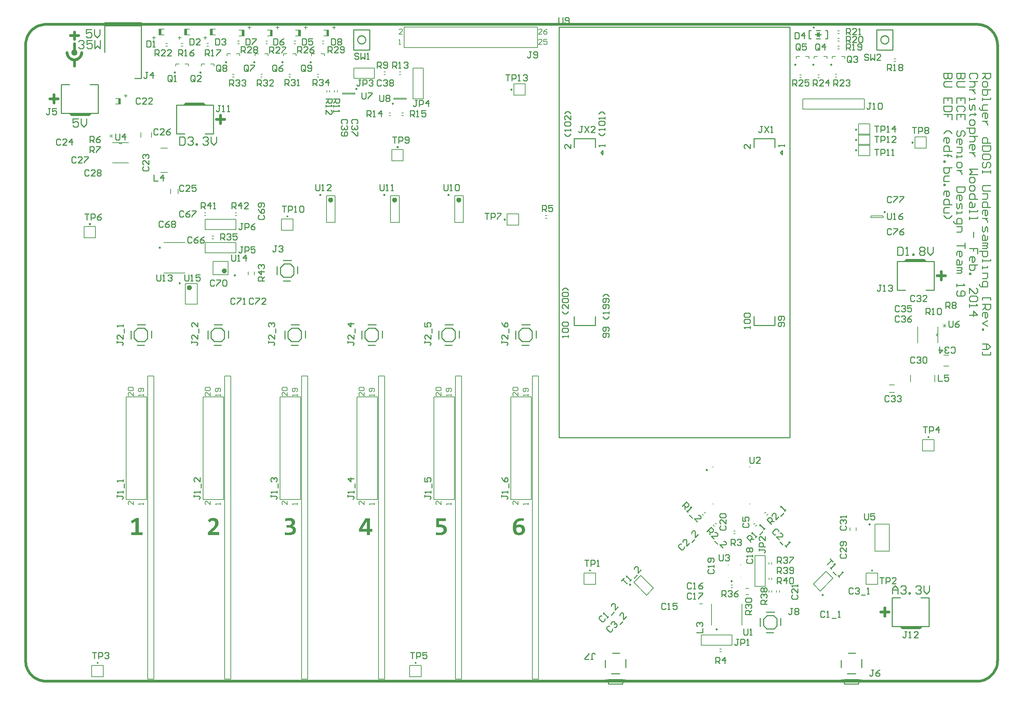
<source format=gto>
%FSTAX24Y24*%
%MOIN*%
%SFA1B1*%

%IPPOS*%
%ADD66C,0.008000*%
%ADD69C,0.010000*%
%ADD71C,0.020000*%
%ADD86C,0.025000*%
%ADD121C,0.009800*%
%ADD122C,0.023600*%
%ADD123C,0.006000*%
%ADD124C,0.007900*%
%ADD125C,0.003000*%
%ADD126R,0.021700X0.055100*%
%LNdsau-motherboard-reva-1*%
%LPD*%
G36*
X028321Y025911D02*
X02835D01*
X028383Y025905*
X028421Y025899*
X028456Y025893*
X028494Y025881*
X0285*
X028512Y025876*
X028529Y02587*
X028553Y025858*
X028579Y025846*
X028605Y025832*
X028635Y025811*
X028661Y025791*
X028664Y025788*
X028673Y025779*
X028684Y025767*
X028702Y02575*
X028719Y025729*
X028737Y025703*
X028755Y025673*
X028769Y025641*
X028772Y025638*
X028775Y025627*
X028781Y025606*
X02879Y025583*
X028799Y02555*
X028804Y025515*
X028807Y025477*
X02881Y025433*
Y02543*
Y025416*
Y025398*
X028807Y025372*
X028804Y025345*
X028799Y025313*
X028784Y025249*
Y025246*
X028778Y025234*
X028772Y02522*
X028763Y025199*
X028752Y025173*
X02874Y025146*
X028705Y025085*
X028702Y025082*
X028696Y02507*
X028684Y025055*
X02867Y025035*
X028652Y025012*
X028632Y024982*
X028582Y024924*
X028579Y024921*
X02857Y024909*
X028555Y024894*
X028535Y024874*
X028512Y024848*
X028482Y024821*
X028453Y024789*
X028418Y024757*
X028181Y024531*
X028869*
Y02425*
X027759*
Y024473*
X028142Y024862*
X028148Y024868*
X02816Y02488*
X028181Y0249*
X028207Y024927*
X028233Y024956*
X028263Y024988*
X028292Y02502*
X028318Y02505*
X028321Y025053*
X02833Y025064*
X028342Y025079*
X028356Y025096*
X028389Y025143*
X028418Y02519*
X028421Y025193*
X028424Y025202*
X02843Y025214*
X028438Y025228*
X028456Y025263*
X028468Y025304*
Y025307*
X028471Y025313*
Y025325*
X028473Y025337*
X028476Y025372*
X028479Y025413*
Y025416*
Y025422*
Y02543*
X028476Y025442*
X028473Y025468*
X028462Y025501*
Y025504*
X028459Y025507*
X02845Y025524*
X028438Y025548*
X028418Y025571*
Y025574*
X028412Y025577*
X0284Y025589*
X028377Y025606*
X028348Y025621*
X028345*
X028339Y025624*
X02833Y025627*
X028318Y025632*
X028286Y025638*
X028245Y025641*
X028227*
X02821Y025638*
X028186Y025635*
X02816Y02563*
X028128Y025624*
X028099Y025612*
X028066Y025597*
X028063Y025594*
X028052Y025589*
X028037Y02558*
X028017Y025568*
X027993Y025553*
X027967Y025533*
X027937Y025512*
X027911Y025486*
X02775Y025694*
X027756Y0257*
X027768Y025712*
X027791Y025729*
X02782Y025753*
X027855Y025776*
X027894Y025802*
X02794Y025829*
X027987Y025852*
X02799*
X027993Y025855*
X028011Y025861*
X028037Y025873*
X028075Y025884*
X028116Y025893*
X028166Y025905*
X028222Y025911*
X028277Y025914*
X028298*
X028321Y025911*
G37*
G36*
X043557Y024853D02*
X043806D01*
Y024584*
X043557*
Y02425*
X043259*
Y024584*
X0425*
Y024845*
X043136Y025884*
X043557*
Y024853*
G37*
G36*
X035795Y025911D02*
X035833Y025908D01*
X035871Y025902*
X035912Y025893*
X03595Y025884*
X035956*
X035968Y025879*
X035985Y025873*
X036012Y025864*
X036038Y025852*
X036067Y025838*
X036096Y02582*
X036123Y025799*
X036126Y025797*
X036135Y025791*
X036146Y025779*
X036164Y025764*
X036178Y025744*
X036196Y025723*
X036214Y025697*
X036228Y025671*
X036231Y025668*
X036234Y025656*
X03624Y025641*
X036246Y025621*
X036252Y025594*
X036258Y025568*
X036263Y025536*
Y025501*
Y025498*
Y025495*
Y025477*
X03626Y025448*
X036255Y025416*
X036246Y025375*
X036234Y025337*
X036217Y025296*
X036193Y025258*
X03619Y025255*
X036181Y025243*
X036167Y025225*
X036143Y025205*
X036117Y025184*
X036085Y025161*
X036047Y025137*
X036003Y025117*
X036006*
X036017Y025114*
X036032Y025111*
X03605Y025108*
X036073Y025102*
X036096Y025094*
X036146Y025073*
X036149*
X036158Y025067*
X03617Y025061*
X036184Y025053*
X036219Y025026*
X036255Y024994*
X036258Y024991*
X036263Y024985*
X036272Y024976*
X036281Y024962*
X036293Y024947*
X036304Y024927*
X036325Y024883*
Y02488*
X036328Y024871*
X036334Y024859*
X03634Y024842*
X036343Y024821*
X036348Y024798*
X036351Y024745*
Y024739*
Y024725*
X036348Y024701*
X036345Y024672*
X03634Y02464*
X036331Y024604*
X036319Y024566*
X036304Y024528*
X036302Y024525*
X036296Y024514*
X036287Y024493*
X036272Y024473*
X036252Y024446*
X036228Y024417*
X036199Y024388*
X036167Y024361*
X036164Y024358*
X036149Y02435*
X036129Y024338*
X036102Y024323*
X036067Y024306*
X036029Y024291*
X035982Y024273*
X035932Y024259*
X035927*
X035918Y024256*
X035909Y024253*
X035877Y024247*
X035839Y024241*
X035789Y024235*
X035733Y02423*
X035669Y024227*
X035599Y024224*
X035543*
X035511Y024227*
X035493*
X035481Y02423*
X035452*
X035417Y024232*
X035399*
X035388Y024235*
X035358Y024238*
X035326Y024241*
X03532*
X0353Y024244*
X035276Y024247*
X03525Y02425*
Y024517*
X035253*
X035265Y024514*
X035279Y024511*
X0353Y024508*
X035326Y024502*
X035355Y024499*
X035388Y024493*
X035423Y02449*
X03544*
X035461Y024487*
X035487*
X035517Y024484*
X035552*
X03559Y024481*
X035666*
X035692Y024484*
X035719*
X035748Y024487*
X035807Y024496*
X035809*
X035818Y024499*
X035833Y024505*
X03585Y024508*
X035891Y024525*
X035932Y024546*
X035935Y024549*
X035941Y024552*
X035962Y024569*
X035985Y024596*
X036006Y024628*
Y024631*
X036009Y024637*
X036014Y024648*
X036017Y02466*
X036026Y024695*
X036029Y024739*
Y024742*
Y024748*
Y02476*
X036026Y024771*
X036017Y024804*
X036003Y024836*
Y024839*
X036Y024845*
X035985Y024862*
X035962Y024886*
X03593Y024909*
X035927Y024912*
X035921Y024915*
X035912Y024921*
X035897Y024927*
X03588Y024935*
X035859Y024944*
X035833Y024953*
X035807Y024959*
X035804*
X035792Y024962*
X035777Y024965*
X035757Y024968*
X03573Y024971*
X035698Y024973*
X035666Y024976*
X035446*
Y025208*
X035645*
X035666Y025211*
X035692*
X035719Y025217*
X035745Y02522*
X035771Y025225*
X035774*
X035783Y025228*
X035795Y025234*
X035809Y02524*
X035842Y025258*
X035874Y025278*
X035877Y025281*
X03588Y025284*
X035894Y025299*
X035915Y025325*
X03593Y025354*
Y025357*
X035932Y025363*
X035935Y025372*
X035938Y025384*
X035944Y025413*
X035947Y025448*
Y025454*
Y025466*
X035944Y025483*
X035938Y025507*
X03593Y02553*
X035918Y025556*
X035903Y025583*
X03588Y025603*
X035877Y025606*
X035868Y025612*
X035853Y025621*
X03583Y02563*
X035804Y025638*
X035768Y025647*
X035727Y025653*
X035681Y025656*
X035645*
X035619Y025653*
X03559Y02565*
X035558Y025647*
X035487Y025635*
X035484*
X035473Y025632*
X035452Y025627*
X035429Y025621*
X035399Y025615*
X035367Y025606*
X035294Y025586*
Y025843*
X035297*
X035303Y025846*
X035314Y025849*
X035329Y025855*
X035361Y025864*
X035399Y025873*
X035402*
X035408Y025876*
X03542Y025879*
X035432Y025881*
X035464Y02589*
X035502Y025896*
X035505*
X035511Y025899*
X035522*
X035534Y025902*
X035566Y025905*
X035604Y025908*
X035613*
X035625Y025911*
X03564*
X035675Y025914*
X035763*
X035795Y025911*
G37*
G36*
X021026Y024522D02*
X021386D01*
Y02425*
X020297*
Y024522*
X020713*
Y025571*
X02035Y025372*
X02025Y025621*
X020768Y025896*
X021026*
Y024522*
G37*
G36*
X058554Y025627D02*
X058288D01*
X058256Y025624*
X058221Y025621*
X058182Y025615*
X058144Y025606*
X058106Y025597*
X058103*
X058092Y025591*
X058074Y025586*
X058054Y025577*
X058004Y025553*
X05798Y025536*
X057957Y025518*
X057954Y025515*
X057948Y025509*
X057936Y025498*
X057925Y025483*
X057913Y025466*
X057898Y025445*
X057884Y025419*
X057872Y025392*
Y025389*
X057866Y025381*
X057863Y025363*
X057857Y025345*
X057849Y025319*
X057843Y025293*
X057837Y025261*
X057834Y025228*
X057831Y025199*
X057834*
X057843Y025205*
X057857Y025211*
X057875Y025217*
X057898Y025225*
X057922Y025231*
X05798Y025249*
X057983*
X057995Y025252*
X058013Y025255*
X058033Y025261*
X058059Y025263*
X058092Y025266*
X058156Y025269*
X05818*
X058203Y025266*
X058235*
X05827Y025261*
X058308Y025255*
X058349Y025246*
X058387Y025234*
X058393Y025231*
X058405Y025228*
X058423Y02522*
X058446Y025208*
X058475Y025193*
X058502Y025178*
X058531Y025158*
X058557Y025135*
X05856Y025132*
X058569Y025123*
X058581Y025108*
X058595Y025091*
X05861Y025067*
X058628Y025041*
X058642Y025012*
X058657Y024976*
X05866Y024973*
X058663Y024959*
X058669Y024941*
X058675Y024915*
X05868Y024883*
X058686Y024848*
X058692Y024809*
Y024766*
Y02476*
Y024745*
X058689Y024722*
X058686Y024692*
X05868Y024657*
X058672Y024619*
X05866Y024578*
X058645Y02454*
X058642Y024537*
X058636Y024522*
X058628Y024505*
X058613Y024481*
X058595Y024455*
X058575Y024426*
X058549Y024396*
X058519Y024367*
X058516Y024364*
X058505Y024355*
X058487Y024344*
X058467Y024326*
X058437Y024309*
X058405Y024291*
X05837Y024273*
X058329Y024259*
X058323Y024256*
X058311Y024253*
X058288Y024247*
X058259Y024241*
X058223Y024232*
X058182Y024227*
X058136Y024224*
X058089Y024221*
X058062*
X058042Y024224*
X058018Y024227*
X057989Y02423*
X05796Y024235*
X057928Y024244*
X057854Y024265*
X057819Y024279*
X057781Y024297*
X057746Y024317*
X057711Y024341*
X057679Y024367*
X057649Y024399*
X057646Y024402*
X057644Y024408*
X057635Y02442*
X057626Y024435*
X057614Y024452*
X057603Y024476*
X057588Y024505*
X057576Y024537*
X057562Y024572*
X057547Y024613*
X057535Y02466*
X057523Y02471*
X057515Y024763*
X057506Y024821*
X057503Y024883*
X0575Y02495*
Y024953*
Y024956*
Y024973*
Y025*
X057503Y025032*
Y02507*
X057506Y025114*
X057515Y025205*
Y025211*
X057518Y025225*
X057523Y025249*
X057529Y025278*
X057535Y025313*
X057547Y025351*
X05757Y02543*
X057573Y025436*
X057576Y025448*
X057585Y025468*
X057597Y025495*
X057611Y025521*
X057629Y025553*
X057673Y025618*
X057676Y025621*
X057685Y025632*
X057699Y025647*
X057717Y025668*
X05774Y025691*
X057769Y025714*
X057799Y025738*
X057834Y025761*
X05784Y025764*
X057851Y02577*
X057872Y025782*
X057898Y025794*
X057931Y025808*
X057969Y025826*
X058013Y02584*
X058059Y025852*
X058062*
X058065Y025855*
X058083Y025858*
X058109Y025864*
X058147Y02587*
X058191Y025876*
X058244Y025879*
X058303Y025884*
X058554*
Y025627*
G37*
G36*
X050975Y025597D02*
X050313D01*
Y025263*
X050477*
X050507Y025261*
X050545Y025258*
X050586Y025255*
X050671Y02524*
X050677*
X050691Y025234*
X050712Y025228*
X050738Y025222*
X05077Y025211*
X050805Y025196*
X050838Y025181*
X050873Y025161*
X050876Y025158*
X050887Y025152*
X050902Y025137*
X050923Y02512*
X050946Y025099*
X05097Y025073*
X050993Y025044*
X051013Y025009*
X051016Y025006*
X051022Y024991*
X051031Y024971*
X05104Y024944*
X051049Y024909*
X051057Y024868*
X051063Y024824*
X051066Y024771*
Y024766*
Y024748*
X051063Y024725*
X05106Y024692*
X051052Y024657*
X051043Y024616*
X051028Y024578*
X051011Y024537*
X051008Y024531*
X051002Y024519*
X050987Y024502*
X05097Y024478*
X050949Y024449*
X050923Y02442*
X05089Y024391*
X050855Y024364*
X050852Y024361*
X050838Y024353*
X050817Y024341*
X050791Y024326*
X050756Y024309*
X050718Y024291*
X050674Y024273*
X050624Y024259*
X050618*
X0506Y024253*
X050574Y024247*
X050539Y024241*
X050495Y024235*
X050448Y02423*
X050392Y024227*
X050337Y024224*
X050287*
X050255Y024227*
X050237*
X050228Y02423*
X050199Y024232*
X050164Y024235*
X050146*
X050138Y024238*
X050108Y024241*
X050076Y024244*
X05007*
X050053Y024247*
X050026Y02425*
X05Y024253*
Y024519*
X050003*
X050012Y024517*
X050026Y024514*
X050047Y024511*
X05007Y024505*
X050097Y024499*
X050129Y024496*
X050161Y02449*
X050179*
X050196Y024487*
X05022*
X050249Y024484*
X050281*
X050351Y024481*
X050384*
X050416Y024484*
X050457Y02449*
X050504Y024499*
X050551Y024511*
X050598Y024528*
X050639Y024552*
X050641Y024555*
X050653Y024566*
X050671Y024581*
X050688Y024604*
X050706Y024634*
X050723Y024666*
X050735Y024707*
X050738Y024751*
Y024754*
Y024757*
Y024774*
X050732Y024798*
X050726Y024827*
X050715Y024859*
X0507Y024891*
X050677Y024924*
X050644Y02495*
X050641Y024953*
X050627Y024959*
X050606Y024971*
X050574Y024982*
X050533Y024994*
X05048Y025006*
X050419Y025012*
X050349Y025014*
X050029*
Y025884*
X050975*
Y025597*
G37*
%LNdsau-motherboard-reva-2*%
%LPC*%
G36*
X058109Y025014D02*
X058083D01*
X058057Y025012*
X058027Y025006*
X058021*
X058004Y025003*
X05798Y024997*
X057951Y024988*
X057948*
X057945Y024985*
X057931Y024982*
X057907Y024973*
X057881Y024965*
X057875Y024962*
X057863Y024956*
X057843Y024947*
X057825Y024938*
Y024932*
Y024918*
Y024894*
X057828Y024862*
Y02483*
X057831Y024792*
X057834Y024757*
X05784Y024722*
Y024719*
X057843Y024707*
X057849Y024692*
X057854Y024672*
X057869Y024628*
X057892Y024581*
X057895Y024578*
X057898Y024572*
X057907Y024563*
X057919Y024552*
X057948Y024525*
X057966Y024511*
X057983Y024502*
X057986*
X057992Y024499*
X058004Y024496*
X058018Y02449*
X058036Y024487*
X058057Y024481*
X058106Y024478*
X05813*
X058144Y024481*
X05818Y024487*
X058215Y024496*
X058218*
X058223Y024499*
X058232Y024505*
X058244Y024511*
X05827Y024528*
X0583Y024552*
X058303Y024555*
X058305Y024558*
X058311Y024566*
X05832Y024578*
X058338Y024604*
X058352Y02464*
Y024642*
X058355Y024648*
X058358Y02466*
X058364Y024675*
X05837Y02471*
X058373Y024754*
Y024757*
Y024763*
Y024774*
X05837Y024789*
X058367Y024821*
X058355Y024856*
Y024859*
X058352Y024865*
X058349Y024874*
X058344Y024886*
X058329Y024912*
X058308Y024938*
Y024941*
X058303Y024944*
X058285Y024959*
X058262Y024976*
X058226Y024994*
X058223*
X058218Y024997*
X058209Y025*
X058194Y025006*
X058177Y025009*
X058156Y025012*
X058109Y025014*
G37*
G36*
X043264Y025589D02*
X042799Y024853D01*
X043264*
Y025589*
G37*
%LNdsau-motherboard-reva-3*%
%LPD*%
G54D66*
X06Y0102D02*
Y03975D01*
X0594Y0102D02*
X06D01*
X0594D02*
Y03975D01*
X06*
X0525Y0102D02*
Y03975D01*
X0519Y0102D02*
X0525D01*
X0519D02*
Y03975D01*
X0525*
X045Y0102D02*
Y03975D01*
X0444Y0102D02*
X045D01*
X0444D02*
Y03975D01*
X045*
X0375Y0102D02*
Y03975D01*
X0369Y0102D02*
X0375D01*
X0369D02*
Y03975D01*
X0375*
X0225Y0102D02*
Y03975D01*
X0219Y0102D02*
X0225D01*
X0219D02*
Y03975D01*
X0225*
X0294D02*
X03D01*
X0294Y0102D02*
Y03975D01*
Y0102D02*
X03D01*
Y03975*
X058Y038133D02*
Y0378D01*
X057667Y038133*
X057583*
X0575Y03805*
Y037883*
X057583Y0378*
Y0383D02*
X0575Y038383D01*
Y03855*
X057583Y038633*
X057917*
X058Y03855*
Y038383*
X057917Y0383*
X057583*
X059Y0378D02*
Y037967D01*
Y037883*
X0585*
X058583Y0378*
X058917Y038217D02*
X059Y0383D01*
Y038466*
X058917Y03855*
X058583*
X0585Y038466*
Y0383*
X058583Y038217*
X058667*
X05875Y0383*
Y03855*
X059Y0272D02*
Y027367D01*
Y027283*
X0585*
X058583Y0272*
X058Y027533D02*
Y0272D01*
X057667Y027533*
X057583*
X0575Y02745*
Y027283*
X057583Y0272*
X0505Y038133D02*
Y0378D01*
X050167Y038133*
X050083*
X05Y03805*
Y037883*
X050083Y0378*
Y0383D02*
X05Y038383D01*
Y03855*
X050083Y038633*
X050417*
X0505Y03855*
Y038383*
X050417Y0383*
X050083*
X0515Y0378D02*
Y037967D01*
Y037883*
X051*
X051083Y0378*
X051417Y038217D02*
X0515Y0383D01*
Y038466*
X051417Y03855*
X051083*
X051Y038466*
Y0383*
X051083Y038217*
X051167*
X05125Y0383*
Y03855*
X0515Y0272D02*
Y027367D01*
Y027283*
X051*
X051083Y0272*
X0505Y027533D02*
Y0272D01*
X050167Y027533*
X050083*
X05Y02745*
Y027283*
X050083Y0272*
X043Y038133D02*
Y0378D01*
X042667Y038133*
X042583*
X0425Y03805*
Y037883*
X042583Y0378*
Y0383D02*
X0425Y038383D01*
Y03855*
X042583Y038633*
X042917*
X043Y03855*
Y038383*
X042917Y0383*
X042583*
X044Y0378D02*
Y037967D01*
Y037883*
X0435*
X043583Y0378*
X043917Y038217D02*
X044Y0383D01*
Y038466*
X043917Y03855*
X043583*
X0435Y038466*
Y0383*
X043583Y038217*
X043667*
X04375Y0383*
Y03855*
X044Y0272D02*
Y027367D01*
Y027283*
X0435*
X043583Y0272*
X043Y027533D02*
Y0272D01*
X042667Y027533*
X042583*
X0425Y02745*
Y027283*
X042583Y0272*
X0355Y038133D02*
Y0378D01*
X035167Y038133*
X035083*
X035Y03805*
Y037883*
X035083Y0378*
Y0383D02*
X035Y038383D01*
Y03855*
X035083Y038633*
X035417*
X0355Y03855*
Y038383*
X035417Y0383*
X035083*
X0365Y0378D02*
Y037967D01*
Y037883*
X036*
X036083Y0378*
X036417Y038217D02*
X0365Y0383D01*
Y038466*
X036417Y03855*
X036083*
X036Y038466*
Y0383*
X036083Y038217*
X036167*
X03625Y0383*
Y03855*
X0365Y0272D02*
Y027367D01*
Y027283*
X036*
X036083Y0272*
X0355Y027533D02*
Y0272D01*
X035167Y027533*
X035083*
X035Y02745*
Y027283*
X035083Y0272*
X028Y038133D02*
Y0378D01*
X027667Y038133*
X027583*
X0275Y03805*
Y037883*
X027583Y0378*
Y0383D02*
X0275Y038383D01*
Y03855*
X027583Y038633*
X027917*
X028Y03855*
Y038383*
X027917Y0383*
X027583*
X029Y0378D02*
Y037967D01*
Y037883*
X0285*
X028583Y0378*
X028917Y038217D02*
X029Y0383D01*
Y038466*
X028917Y03855*
X028583*
X0285Y038466*
Y0383*
X028583Y038217*
X028667*
X02875Y0383*
Y03855*
X029Y0272D02*
Y027367D01*
Y027283*
X0285*
X028583Y0272*
X028Y027533D02*
Y0272D01*
X027667Y027533*
X027583*
X0275Y02745*
Y027283*
X027583Y0272*
X0205Y038133D02*
Y0378D01*
X020167Y038133*
X020083*
X02Y03805*
Y037883*
X020083Y0378*
Y0383D02*
X02Y038383D01*
Y03855*
X020083Y038633*
X020417*
X0205Y03855*
Y038383*
X020417Y0383*
X020083*
X0215Y0378D02*
Y037967D01*
Y037883*
X021*
X021083Y0378*
X021417Y038217D02*
X0215Y0383D01*
Y038466*
X021417Y03855*
X021083*
X021Y038466*
Y0383*
X021083Y038217*
X021167*
X02125Y0383*
Y03855*
X0215Y0272D02*
Y027367D01*
Y027283*
X021*
X021083Y0272*
X0205Y027533D02*
Y0272D01*
X020167Y027533*
X020083*
X02Y02745*
Y027283*
X020083Y0272*
X046733Y07305D02*
X0464D01*
X046733Y073383*
Y073467*
X04665Y07355*
X046483*
X0464Y073467*
Y07205D02*
X046567D01*
X046483*
Y07255*
X0464Y072467*
X060333Y07205D02*
X06D01*
X060333Y072383*
Y072467*
X06025Y07255*
X060083*
X06Y072467*
X060833Y07255D02*
X0605D01*
Y0723*
X060666Y072383*
X06075*
X060833Y0723*
Y072133*
X06075Y07205*
X060583*
X0605Y072133*
X060333Y07305D02*
X06D01*
X060333Y073383*
Y073467*
X06025Y07355*
X060083*
X06Y073467*
X060833Y07355D02*
X060666Y073467D01*
X0605Y0733*
Y073133*
X060583Y07305*
X06075*
X060833Y073133*
Y073217*
X06075Y0733*
X0605*
G54D69*
X086856Y073709D02*
D01*
X086855Y073711*
X086855Y073714*
X086855Y073717*
X086854Y073719*
X086853Y073722*
X086852Y073724*
X086851Y073727*
X08685Y073729*
X086848Y073731*
X086846Y073734*
X086845Y073736*
X086843Y073737*
X086841Y073739*
X086838Y073741*
X086836Y073742*
X086834Y073744*
X086831Y073745*
X086829Y073746*
X086826Y073746*
X086823Y073747*
X086821Y073747*
X086818Y073747*
X086815*
X086812Y073747*
X08681Y073747*
X086807Y073746*
X086804Y073746*
X086802Y073745*
X086799Y073744*
X086797Y073742*
X086795Y073741*
X086792Y073739*
X08679Y073737*
X086788Y073736*
X086787Y073734*
X086785Y073731*
X086783Y073729*
X086782Y073727*
X086781Y073724*
X08678Y073722*
X086779Y073719*
X086778Y073717*
X086778Y073714*
X086778Y073711*
X086778Y073709*
X086778Y073706*
X086778Y073703*
X086778Y0737*
X086779Y073698*
X08678Y073695*
X086781Y073693*
X086782Y07369*
X086783Y073688*
X086785Y073686*
X086787Y073683*
X086788Y073681*
X08679Y07368*
X086792Y073678*
X086795Y073676*
X086797Y073675*
X086799Y073673*
X086802Y073672*
X086804Y073671*
X086807Y073671*
X08681Y07367*
X086812Y07367*
X086815Y07367*
X086818*
X086821Y07367*
X086823Y07367*
X086826Y073671*
X086829Y073671*
X086831Y073672*
X086834Y073673*
X086836Y073675*
X086838Y073676*
X086841Y073678*
X086843Y07368*
X086845Y073681*
X086846Y073683*
X086848Y073686*
X08685Y073688*
X086851Y07369*
X086852Y073693*
X086853Y073695*
X086854Y073698*
X086855Y0737*
X086855Y073703*
X086855Y073706*
X086856Y073709*
X094144Y0725D02*
D01*
X094143Y072527*
X09414Y072554*
X094135Y072581*
X094128Y072608*
X09412Y072634*
X094109Y07266*
X094097Y072684*
X094084Y072708*
X094068Y072731*
X094051Y072753*
X094033Y072773*
X094013Y072792*
X093992Y07281*
X09397Y072826*
X093947Y072841*
X093922Y072854*
X093897Y072865*
X093871Y072874*
X093845Y072882*
X093818Y072888*
X093791Y072891*
X093763Y072893*
X093736*
X093708Y072891*
X093681Y072888*
X093654Y072882*
X093628Y072874*
X093602Y072865*
X093577Y072854*
X093553Y072841*
X093529Y072826*
X093507Y07281*
X093486Y072792*
X093466Y072773*
X093448Y072753*
X093431Y072731*
X093415Y072708*
X093402Y072684*
X09339Y07266*
X093379Y072634*
X093371Y072608*
X093364Y072581*
X093359Y072554*
X093356Y072527*
X093356Y0725*
X093356Y072472*
X093359Y072445*
X093364Y072418*
X093371Y072391*
X093379Y072365*
X09339Y072339*
X093402Y072315*
X093415Y072291*
X093431Y072268*
X093448Y072246*
X093466Y072226*
X093486Y072207*
X093507Y072189*
X093529Y072173*
X093553Y072158*
X093577Y072145*
X093602Y072134*
X093628Y072125*
X093654Y072117*
X093681Y072111*
X093708Y072108*
X093736Y072106*
X093763*
X093791Y072108*
X093818Y072111*
X093845Y072117*
X093871Y072125*
X093897Y072134*
X093922Y072145*
X093947Y072158*
X09397Y072173*
X093992Y072189*
X094013Y072207*
X094033Y072226*
X094051Y072246*
X094068Y072268*
X094084Y072291*
X094097Y072315*
X094109Y072339*
X09412Y072365*
X094128Y072391*
X094135Y072418*
X09414Y072445*
X094143Y072472*
X094144Y0725*
X043144D02*
D01*
X043143Y072527*
X04314Y072554*
X043135Y072581*
X043128Y072608*
X04312Y072634*
X043109Y07266*
X043097Y072684*
X043084Y072708*
X043068Y072731*
X043051Y072753*
X043033Y072773*
X043013Y072792*
X042992Y07281*
X04297Y072826*
X042947Y072841*
X042922Y072854*
X042897Y072865*
X042871Y072874*
X042845Y072882*
X042818Y072888*
X042791Y072891*
X042763Y072893*
X042736*
X042708Y072891*
X042681Y072888*
X042654Y072882*
X042628Y072874*
X042602Y072865*
X042577Y072854*
X042553Y072841*
X042529Y072826*
X042507Y07281*
X042486Y072792*
X042466Y072773*
X042448Y072753*
X042431Y072731*
X042415Y072708*
X042402Y072684*
X04239Y07266*
X042379Y072634*
X042371Y072608*
X042364Y072581*
X042359Y072554*
X042356Y072527*
X042356Y0725*
X042356Y072472*
X042359Y072445*
X042364Y072418*
X042371Y072391*
X042379Y072365*
X04239Y072339*
X042402Y072315*
X042415Y072291*
X042431Y072268*
X042448Y072246*
X042466Y072226*
X042486Y072207*
X042507Y072189*
X042529Y072173*
X042553Y072158*
X042577Y072145*
X042602Y072134*
X042628Y072125*
X042654Y072117*
X042681Y072111*
X042708Y072108*
X042736Y072106*
X042763*
X042791Y072108*
X042818Y072111*
X042845Y072117*
X042871Y072125*
X042897Y072134*
X042922Y072145*
X042947Y072158*
X04297Y072173*
X042992Y072189*
X043013Y072207*
X043033Y072226*
X043051Y072246*
X043068Y072268*
X043084Y072291*
X043097Y072315*
X043109Y072339*
X04312Y072365*
X043128Y072391*
X043135Y072418*
X04314Y072445*
X043143Y072472*
X043144Y0725*
X020642Y06874D02*
X021272D01*
X017689Y07126D02*
Y074173D01*
X017728D02*
X021272D01*
Y06874D02*
Y074173D01*
X017728Y073868D02*
X021272D01*
X081154Y044689D02*
X083043D01*
X080996D02*
X081154D01*
X083043Y062012D02*
Y062878D01*
X080996D02*
X083043D01*
X080996Y062012D02*
Y062878D01*
X083043Y044689D02*
Y045555D01*
X080996Y044689D02*
Y045555D01*
X063476Y044689D02*
Y045555D01*
X065524Y044689D02*
Y045555D01*
X063476Y062012D02*
Y062878D01*
X065524*
Y062012D02*
Y062878D01*
X062Y033744D02*
Y073744D01*
Y033744D02*
X0845D01*
Y073744*
X062D02*
X0845D01*
X063476Y044689D02*
X063634D01*
X065524D01*
X066075Y0615D02*
D01*
X066272Y061697*
Y061303D02*
Y061697D01*
X066075Y0615D02*
X066272Y061303D01*
X066075Y0615D02*
D01*
X08358D02*
D01*
X083777Y061303*
Y061697*
X08358Y0615D02*
X083777Y061697D01*
X08358Y0615D02*
D01*
X08695Y073D02*
X08755D01*
X08735D02*
X08755D01*
X08725Y0729D02*
X08735Y073D01*
X08725Y0729D02*
X08735D01*
Y0731*
X08725Y073D02*
X08735Y0731D01*
X08715Y073D02*
X08725D01*
X08715D02*
X08735Y0732D01*
Y0728D02*
Y0732D01*
X08715Y073D02*
X08735Y0728D01*
X08715Y073D02*
Y0732D01*
Y0728D02*
Y0732D01*
Y0728D02*
Y073D01*
X08795Y0726D02*
X08815D01*
Y0734*
X08795D02*
X08815D01*
X08635D02*
X08655D01*
X08635Y0726D02*
Y0734D01*
Y0726D02*
X08655D01*
X08705D02*
X08745D01*
X08705Y0734D02*
X08745D01*
X094537Y071516D02*
Y073484D01*
X092963D02*
X094537D01*
X092963Y071516D02*
Y073484D01*
Y071516D02*
X094537D01*
X01705Y06605D02*
Y06735D01*
Y06745*
X01345Y06605D02*
Y06745D01*
X01705Y06535D02*
Y06605D01*
X01645Y06535D02*
X01705D01*
X01635D02*
X01645D01*
X01615Y06515D02*
X01635Y06535D01*
X01445Y06515D02*
X01615D01*
X01425Y06535D02*
X01445Y06515D01*
X01345Y06535D02*
X01425D01*
X01345D02*
Y06605D01*
X01425Y06535D02*
X01635D01*
X01705Y06745D02*
Y06815D01*
X01625D02*
X01705D01*
X01345D02*
X01425D01*
X01345Y06745D02*
Y06815D01*
X0247Y06415D02*
Y06545D01*
Y06405D02*
Y06415D01*
X0283Y06405D02*
Y06545D01*
X0247D02*
Y06615D01*
X0253*
X0254*
X0256Y06635*
X0273*
X0275Y06615*
X0283*
Y06545D02*
Y06615D01*
X0254D02*
X0275D01*
X0247Y06335D02*
Y06405D01*
Y06335D02*
X0255D01*
X0275D02*
X0283D01*
Y06405*
X043537Y071516D02*
Y073484D01*
X041963D02*
X043537D01*
X041963Y071516D02*
Y073484D01*
Y071516D02*
X043537D01*
X09495Y0489D02*
Y0502D01*
Y0488D02*
Y0489D01*
X09855Y0488D02*
Y0502D01*
X09495D02*
Y0509D01*
X09555*
X09565*
X09585Y0511*
X09755*
X09775Y0509*
X09855*
Y0502D02*
Y0509D01*
X09565D02*
X09775D01*
X09495Y0481D02*
Y0488D01*
Y0481D02*
X09575D01*
X09775D02*
X09855D01*
Y0488*
X09805Y01605D02*
Y01735D01*
Y01745*
X09445Y01605D02*
Y01745D01*
X09805Y01535D02*
Y01605D01*
X09745Y01535D02*
X09805D01*
X09735D02*
X09745D01*
X09715Y01515D02*
X09735Y01535D01*
X09545Y01515D02*
X09715D01*
X09525Y01535D02*
X09545Y01515D01*
X09445Y01535D02*
X09525D01*
X09445D02*
Y01605D01*
X09525Y01535D02*
X09735D01*
X09805Y01745D02*
Y01815D01*
X09725D02*
X09805D01*
X09445D02*
X09525D01*
X09445Y01745D02*
Y01815D01*
X091209Y00975D02*
Y010175D01*
X089791Y00975D02*
X091209D01*
X089791Y010175D02*
X091209D01*
X0901Y01075D02*
X0909D01*
X0895Y01135D02*
Y01205D01*
X0902Y01275D02*
X0909D01*
X0915Y01135D02*
Y01215D01*
X0895Y01015D02*
X0915D01*
X0895D02*
X0915D01*
X089791Y00975D02*
Y010175D01*
X066791Y00975D02*
Y010175D01*
X0665Y01015D02*
X0685D01*
X0665D02*
X0685D01*
Y01135D02*
Y01215D01*
X0672Y01275D02*
X0679D01*
X0665Y01135D02*
Y01205D01*
X0671Y01075D02*
X0679D01*
X066791Y010175D02*
X068209D01*
X066791Y00975D02*
X068209D01*
Y010175*
X02025Y04335D02*
Y04415D01*
X02085Y04275D02*
X02155D01*
X02225Y04345D02*
Y04415D01*
X02085Y04475D02*
X02165D01*
X020935Y044419D02*
X021565D01*
X02188Y044104*
Y043396D02*
Y044104D01*
X021604Y04312D02*
X02188Y043396D01*
X020896Y04312D02*
X021604D01*
X020581Y043435D02*
X020896Y04312D01*
X020581Y043435D02*
Y044065D01*
X020935Y044419*
X028081Y044065D02*
X028435Y044419D01*
X028081Y043435D02*
Y044065D01*
Y043435D02*
X028396Y04312D01*
X029104*
X02938Y043396*
Y044104*
X029065Y044419D02*
X02938Y044104D01*
X028435Y044419D02*
X029065D01*
X02835Y04475D02*
X02915D01*
X02975Y04345D02*
Y04415D01*
X02835Y04275D02*
X02905D01*
X02775Y04335D02*
Y04415D01*
X03525Y04335D02*
Y04415D01*
X03585Y04275D02*
X03655D01*
X03725Y04345D02*
Y04415D01*
X03585Y04475D02*
X03665D01*
X035935Y044419D02*
X036565D01*
X03688Y044104*
Y043396D02*
Y044104D01*
X036604Y04312D02*
X03688Y043396D01*
X035896Y04312D02*
X036604D01*
X035581Y043435D02*
X035896Y04312D01*
X035581Y043435D02*
Y044065D01*
X035935Y044419*
X043081Y044065D02*
X043435Y044419D01*
X043081Y043435D02*
Y044065D01*
Y043435D02*
X043396Y04312D01*
X044104*
X04438Y043396*
Y044104*
X044065Y044419D02*
X04438Y044104D01*
X043435Y044419D02*
X044065D01*
X04335Y04475D02*
X04415D01*
X04475Y04345D02*
Y04415D01*
X04335Y04275D02*
X04405D01*
X04275Y04335D02*
Y04415D01*
X05025Y04335D02*
Y04415D01*
X05085Y04275D02*
X05155D01*
X05225Y04345D02*
Y04415D01*
X05085Y04475D02*
X05165D01*
X050935Y044419D02*
X051565D01*
X05188Y044104*
Y043396D02*
Y044104D01*
X051604Y04312D02*
X05188Y043396D01*
X050896Y04312D02*
X051604D01*
X050581Y043435D02*
X050896Y04312D01*
X050581Y043435D02*
Y044065D01*
X050935Y044419*
X058081Y044065D02*
X058435Y044419D01*
X058081Y043435D02*
Y044065D01*
Y043435D02*
X058396Y04312D01*
X059104*
X05938Y043396*
Y044104*
X059065Y044419D02*
X05938Y044104D01*
X058435Y044419D02*
X059065D01*
X05835Y04475D02*
X05915D01*
X05975Y04345D02*
Y04415D01*
X05835Y04275D02*
X05905D01*
X05775Y04335D02*
Y04415D01*
X0345Y0496D02*
Y0504D01*
X0351Y049D02*
X0358D01*
X0365Y0497D02*
Y0504D01*
X0351Y051D02*
X0359D01*
X035185Y050669D02*
X035815D01*
X03613Y050354*
Y049646D02*
Y050354D01*
X035854Y04937D02*
X03613Y049646D01*
X035146Y04937D02*
X035854D01*
X034831Y049685D02*
X035146Y04937D01*
X034831Y049685D02*
Y050315D01*
X035185Y050669*
X081931Y016065D02*
X082285Y016419D01*
X081931Y015435D02*
Y016065D01*
Y015435D02*
X082246Y01512D01*
X082954*
X08323Y015396*
Y016104*
X082915Y016419D02*
X08323Y016104D01*
X082285Y016419D02*
X082915D01*
X0822Y01675D02*
X083D01*
X0836Y01545D02*
Y01615D01*
X0822Y01475D02*
X0829D01*
X0816Y01535D02*
Y01615D01*
X064309Y064068D02*
X064109D01*
X064209*
Y063568*
X064109Y063468*
X064009*
X063909Y063568*
X064509Y064068D02*
X064909Y063468D01*
Y064068D02*
X064509Y063468D01*
X065509D02*
X065109D01*
X065509Y063868*
Y063968*
X065409Y064068*
X065209*
X065109Y063968*
X081829Y064068D02*
X081629D01*
X081729*
Y063568*
X081629Y063468*
X081529*
X081429Y063568*
X082029Y064068D02*
X082429Y063468D01*
Y064068D02*
X082029Y063468D01*
X082629D02*
X082829D01*
X082729*
Y064068*
X082629Y063968*
X066469Y062091D02*
Y06229D01*
Y062191*
X065869*
X065969Y062091*
X066469Y06339D02*
X066269Y06319D01*
X066069*
X065869Y06339*
X066469Y06369D02*
Y06389D01*
Y06379*
X065869*
X065969Y06369*
Y06419D02*
X065869Y06429D01*
Y06449*
X065969Y06459*
X066369*
X066469Y06449*
Y06429*
X066369Y06419*
X065969*
X066469Y06479D02*
Y06499D01*
Y06489*
X065869*
X065969Y06479*
X066469Y06529D02*
X066269Y065489D01*
X066069*
X065869Y06529*
X063122Y062294D02*
Y061894D01*
X062722Y062294*
X062622*
X062522Y062194*
Y061994*
X062622Y061894*
X063122Y063293D02*
X062922Y063093D01*
X062722*
X062522Y063293*
X063122Y063593D02*
Y063793D01*
Y063693*
X062522*
X062622Y063593*
Y064093D02*
X062522Y064193D01*
Y064393*
X062622Y064493*
X063022*
X063122Y064393*
Y064193*
X063022Y064093*
X062622*
X063122Y065093D02*
Y064693D01*
X062722Y065093*
X062622*
X062522Y064993*
Y064793*
X062622Y064693*
X063122Y065293D02*
X062922Y065493D01*
X062722*
X062522Y065293*
X0629Y0435D02*
Y0437D01*
Y0436*
X0623*
X0624Y0435*
Y044D02*
X0623Y0441D01*
Y0443*
X0624Y0444*
X0628*
X0629Y0443*
Y0441*
X0628Y044*
X0624*
Y0446D02*
X0623Y0447D01*
Y0449*
X0624Y045*
X0628*
X0629Y0449*
Y0447*
X0628Y0446*
X0624*
X0629Y045999D02*
X0627Y045799D01*
X0625*
X0623Y045999*
X0629Y046699D02*
Y046299D01*
X0625Y046699*
X0624*
X0623Y046599*
Y046399*
X0624Y046299*
Y046899D02*
X0623Y046999D01*
Y047199*
X0624Y047299*
X0628*
X0629Y047199*
Y046999*
X0628Y046899*
X0624*
Y047499D02*
X0623Y047599D01*
Y047799*
X0624Y047899*
X0628*
X0629Y047799*
Y047599*
X0628Y047499*
X0624*
X0629Y048099D02*
X0627Y048298D01*
X0625*
X0623Y048099*
X06675Y0435D02*
X06685Y0436D01*
Y0438*
X06675Y0439*
X06635*
X06625Y0438*
Y0436*
X06635Y0435*
X06645*
X06655Y0436*
Y0439*
X06675Y0441D02*
X06685Y0442D01*
Y0444*
X06675Y0445*
X06635*
X06625Y0444*
Y0442*
X06635Y0441*
X06645*
X06655Y0442*
Y0445*
X06685Y045499D02*
X06665Y045299D01*
X06645*
X06625Y045499*
X06685Y045799D02*
Y045999D01*
Y045899*
X06625*
X06635Y045799*
X06675Y046299D02*
X06685Y046399D01*
Y046599*
X06675Y046699*
X06635*
X06625Y046599*
Y046399*
X06635Y046299*
X06645*
X06655Y046399*
Y046699*
X06675Y046899D02*
X06685Y046999D01*
Y047199*
X06675Y047299*
X06635*
X06625Y047199*
Y046999*
X06635Y046899*
X06645*
X06655Y046999*
Y047299*
X06685Y047499D02*
X06665Y047699D01*
X06645*
X06625Y047499*
X083874Y044571D02*
X083974Y044671D01*
Y044871*
X083874Y044971*
X083474*
X083374Y044871*
Y044671*
X083474Y044571*
X083574*
X083674Y044671*
Y044971*
X083874Y045171D02*
X083974Y045271D01*
Y045471*
X083874Y045571*
X083474*
X083374Y045471*
Y045271*
X083474Y045171*
X083574*
X083674Y045271*
Y045571*
X080627Y044374D02*
Y044574D01*
Y044474*
X080027*
X080127Y044374*
Y044874D02*
X080027Y044974D01*
Y045174*
X080127Y045274*
X080527*
X080627Y045174*
Y044974*
X080527Y044874*
X080127*
Y045474D02*
X080027Y045574D01*
Y045774*
X080127Y045874*
X080527*
X080627Y045774*
Y045574*
X080527Y045474*
X080127*
X080627Y062294D02*
Y061894D01*
X080227Y062294*
X080127*
X080027Y062194*
Y061994*
X080127Y061894*
X083974Y062091D02*
Y06229D01*
Y062191*
X083374*
X083474Y062091*
X0651Y01215D02*
X0653D01*
X0652*
Y01265*
X0653Y01275*
X0654*
X0655Y01265*
X0649Y01215D02*
X0645D01*
Y01225*
X0649Y01265*
Y01275*
X09065Y019D02*
X09055Y0191D01*
X09035*
X09025Y019*
Y0186*
X09035Y0185*
X09055*
X09065Y0186*
X09085Y019D02*
X09095Y0191D01*
X09115*
X09125Y019*
Y0189*
X09115Y0188*
X09105*
X09115*
X09125Y0187*
Y0186*
X09115Y0185*
X09095*
X09085Y0186*
X09145Y0184D02*
X091849D01*
X092049Y0185D02*
X092249D01*
X092149*
Y0191*
X092049Y019*
X0879Y01675D02*
X0878Y01685D01*
X0876*
X0875Y01675*
Y01635*
X0876Y01625*
X0878*
X0879Y01635*
X0881Y01625D02*
X0883D01*
X0882*
Y01685*
X0881Y01675*
X0886Y01615D02*
X089D01*
X089199Y01625D02*
X089399D01*
X089299*
Y01685*
X089199Y01675*
X09775Y04575D02*
Y04635D01*
X09805*
X09815Y04625*
Y04605*
X09805Y04595*
X09775*
X09795D02*
X09815Y04575D01*
X09835D02*
X09855D01*
X09845*
Y04635*
X09835Y04625*
X09885D02*
X09895Y04635D01*
X09915*
X09925Y04625*
Y04585*
X09915Y04575*
X09895*
X09885Y04585*
Y04625*
X01625Y0615D02*
Y0621D01*
X01655*
X01665Y062*
Y0618*
X01655Y0617*
X01625*
X01645D02*
X01665Y0615D01*
X01685Y0621D02*
X01725D01*
Y062*
X01685Y0616*
Y0615*
X0255Y0496D02*
Y0491D01*
X0256Y049*
X0258*
X0259Y0491*
Y0496*
X0261Y049D02*
X0263D01*
X0262*
Y0496*
X0261Y0495*
X027Y0496D02*
X0266D01*
Y0493*
X0268Y0494*
X0269*
X027Y0493*
Y0491*
X0269Y049*
X0267*
X0266Y0491*
X03005Y05155D02*
Y05105D01*
X03015Y05095*
X03035*
X03045Y05105*
Y05155*
X03065Y05095D02*
X03085D01*
X03075*
Y05155*
X03065Y05145*
X03145Y05095D02*
Y05155D01*
X03115Y05125*
X03155*
X02275Y0496D02*
Y0491D01*
X02285Y049*
X02305*
X02315Y0491*
Y0496*
X02335Y049D02*
X02355D01*
X02345*
Y0496*
X02335Y0495*
X02385D02*
X02395Y0496D01*
X02415*
X02425Y0495*
Y0494*
X02415Y0493*
X02405*
X02415*
X02425Y0492*
Y0491*
X02415Y049*
X02395*
X02385Y0491*
X038275Y058395D02*
Y057895D01*
X038375Y057795*
X038575*
X038675Y057895*
Y058395*
X038875Y057795D02*
X039075D01*
X038975*
Y058395*
X038875Y058295*
X039775Y057795D02*
X039375D01*
X039775Y058195*
Y058295*
X039675Y058395*
X039475*
X039375Y058295*
X044525Y058395D02*
Y057895D01*
X044625Y057795*
X044825*
X044925Y057895*
Y058395*
X045125Y057795D02*
X045325D01*
X045225*
Y058395*
X045125Y058295*
X045625Y057795D02*
X045825D01*
X045725*
Y058395*
X045625Y058295*
X050775Y058395D02*
Y057895D01*
X050875Y057795*
X051075*
X051175Y057895*
Y058395*
X051375Y057795D02*
X051575D01*
X051475*
Y058395*
X051375Y058295*
X051875D02*
X051975Y058395D01*
X052175*
X052275Y058295*
Y057895*
X052175Y057795*
X051975*
X051875Y057895*
Y058295*
X06196Y07469D02*
Y07419D01*
X06206Y07409*
X06226*
X06236Y07419*
Y07469*
X06256Y07419D02*
X06266Y07409D01*
X06286*
X06296Y07419*
Y07459*
X06286Y07469*
X06266*
X06256Y07459*
Y07449*
X06266Y07439*
X06296*
X0445Y0671D02*
Y0666D01*
X0446Y0665*
X0448*
X0449Y0666*
Y0671*
X0451Y067D02*
X0452Y0671D01*
X0454*
X0455Y067*
Y0669*
X0454Y0668*
X0455Y0667*
Y0666*
X0454Y0665*
X0452*
X0451Y0666*
Y0667*
X0452Y0668*
X0451Y0669*
Y067*
X0452Y0668D02*
X0454D01*
X04275Y06735D02*
Y06685D01*
X04285Y06675*
X04305*
X04315Y06685*
Y06735*
X04335D02*
X04375D01*
Y06725*
X04335Y06685*
Y06675*
X1Y0451D02*
Y0446D01*
X1001Y0445*
X1003*
X1004Y0446*
Y0451*
X101D02*
X1008Y045D01*
X1006Y0448*
Y0446*
X1007Y0445*
X1009*
X101Y0446*
Y0447*
X1009Y0448*
X1006*
X09175Y02635D02*
Y02585D01*
X09185Y02575*
X09205*
X09215Y02585*
Y02635*
X09275D02*
X09235D01*
Y02605*
X09255Y02615*
X09265*
X09275Y02605*
Y02585*
X09265Y02575*
X09245*
X09235Y02585*
X01875Y06335D02*
Y06285D01*
X01885Y06275*
X01905*
X01915Y06285*
Y06335*
X01965Y06275D02*
Y06335D01*
X01935Y06305*
X01975*
X0776Y02235D02*
Y02185D01*
X0777Y02175*
X0779*
X078Y02185*
Y02235*
X0782Y02225D02*
X0783Y02235D01*
X0785*
X0786Y02225*
Y02215*
X0785Y02205*
X0784*
X0785*
X0786Y02195*
Y02185*
X0785Y02175*
X0783*
X0782Y02185*
X0806Y03185D02*
Y03135D01*
X0807Y03125*
X0809*
X081Y03135*
Y03185*
X0816Y03125D02*
X0812D01*
X0816Y03165*
Y03175*
X0815Y03185*
X0813*
X0812Y03175*
X08Y0151D02*
Y0146D01*
X0801Y0145*
X0803*
X0804Y0146*
Y0151*
X0806Y0145D02*
X0808D01*
X0807*
Y0151*
X0806Y015*
X09275Y0641D02*
X09315D01*
X09295*
Y0635*
X09335D02*
Y0641D01*
X09365*
X09375Y064*
Y0638*
X09365Y0637*
X09335*
X09395Y0635D02*
X09415D01*
X09405*
Y0641*
X09395Y064*
X094749Y0635D02*
Y0641D01*
X094449Y0638*
X094849*
X0568Y0691D02*
X0572D01*
X057*
Y0685*
X0574D02*
Y0691D01*
X0577*
X0578Y069*
Y0688*
X0577Y0687*
X0574*
X058Y0685D02*
X0582D01*
X0581*
Y0691*
X058Y069*
X058499D02*
X058599Y0691D01*
X058799*
X058899Y069*
Y0689*
X058799Y0688*
X058699*
X058799*
X058899Y0687*
Y0686*
X058799Y0685*
X058599*
X058499Y0686*
X09275Y0631D02*
X09315D01*
X09295*
Y0625*
X09335D02*
Y0631D01*
X09365*
X09375Y063*
Y0628*
X09365Y0627*
X09335*
X09395Y0625D02*
X09415D01*
X09405*
Y0631*
X09395Y063*
X094849Y0625D02*
X094449D01*
X094849Y0629*
Y063*
X094749Y0631*
X094549*
X094449Y063*
X09275Y06185D02*
X09315D01*
X09295*
Y06125*
X09335D02*
Y06185D01*
X09365*
X09375Y06175*
Y06155*
X09365Y06145*
X09335*
X09395Y06125D02*
X09415D01*
X09405*
Y06185*
X09395Y06175*
X094449Y06125D02*
X094649D01*
X094549*
Y06185*
X094449Y06175*
X035005Y056305D02*
X035405D01*
X035205*
Y055705*
X035605D02*
Y056305D01*
X035905*
X036005Y056205*
Y056005*
X035905Y055905*
X035605*
X036205Y055705D02*
X036405D01*
X036305*
Y056305*
X036205Y056205*
X036704D02*
X036804Y056305D01*
X037004*
X037104Y056205*
Y055805*
X037004Y055705*
X036804*
X036704Y055805*
Y056205*
X045755Y063055D02*
X046155D01*
X045955*
Y062455*
X046355D02*
Y063055D01*
X046655*
X046755Y062955*
Y062755*
X046655Y062655*
X046355*
X046955Y062555D02*
X047055Y062455D01*
X047255*
X047354Y062555*
Y062955*
X047255Y063055*
X047055*
X046955Y062955*
Y062855*
X047055Y062755*
X047354*
X09644Y06399D02*
X09684D01*
X09664*
Y06339*
X09704D02*
Y06399D01*
X09734*
X09744Y06389*
Y06369*
X09734Y06359*
X09704*
X09764Y06389D02*
X09774Y06399D01*
X09794*
X098039Y06389*
Y06379*
X09794Y06369*
X098039Y06359*
Y06349*
X09794Y06339*
X09774*
X09764Y06349*
Y06359*
X09774Y06369*
X09764Y06379*
Y06389*
X09774Y06369D02*
X09794D01*
X05475Y0556D02*
X05515D01*
X05495*
Y055*
X05535D02*
Y0556D01*
X05565*
X05575Y0555*
Y0553*
X05565Y0552*
X05535*
X05595Y0556D02*
X056349D01*
Y0555*
X05595Y0551*
Y055*
X015755Y055555D02*
X016155D01*
X015955*
Y054955*
X016355D02*
Y055555D01*
X016655*
X016755Y055455*
Y055255*
X016655Y055155*
X016355*
X017354Y055555D02*
X017155Y055455D01*
X016955Y055255*
Y055055*
X017055Y054955*
X017255*
X017354Y055055*
Y055155*
X017255Y055255*
X016955*
X047505Y012805D02*
X047905D01*
X047705*
Y012205*
X048105D02*
Y012805D01*
X048405*
X048505Y012705*
Y012505*
X048405Y012405*
X048105*
X049104Y012805D02*
X048705D01*
Y012505*
X048905Y012605*
X049005*
X049104Y012505*
Y012305*
X049005Y012205*
X048805*
X048705Y012305*
X097505Y034805D02*
X097905D01*
X097705*
Y034205*
X098105D02*
Y034805D01*
X098405*
X098505Y034705*
Y034505*
X098405Y034405*
X098105*
X099005Y034205D02*
Y034805D01*
X098705Y034505*
X099104*
X016505Y012805D02*
X016905D01*
X016705*
Y012205*
X017105D02*
Y012805D01*
X017405*
X017505Y012705*
Y012505*
X017405Y012405*
X017105*
X017705Y012705D02*
X017805Y012805D01*
X018005*
X018104Y012705*
Y012605*
X018005Y012505*
X017905*
X018005*
X018104Y012405*
Y012305*
X018005Y012205*
X017805*
X017705Y012305*
X09325Y0201D02*
X09365D01*
X09345*
Y0195*
X09385D02*
Y0201D01*
X09415*
X09425Y02*
Y0198*
X09415Y0197*
X09385*
X094849Y0195D02*
X09445D01*
X094849Y0199*
Y02*
X09475Y0201*
X09455*
X09445Y02*
X064505Y021805D02*
X064905D01*
X064705*
Y021205*
X065105D02*
Y021805D01*
X065405*
X065505Y021705*
Y021505*
X065405Y021405*
X065105*
X065705Y021205D02*
X065905D01*
X065805*
Y021805*
X065705Y021705*
X068058Y019774D02*
X068341Y020057D01*
X068199Y019915*
X068624Y019491*
X068906Y019774D02*
X069048Y019915D01*
X068977Y019845*
X068553Y020269*
Y020128*
X06933Y020057D02*
X069613Y02034D01*
X069967Y020834D02*
X069684Y020552D01*
Y021117*
X069613Y021188*
X069472*
X06933Y021047*
Y020905*
X088424Y021924D02*
X088707Y021641D01*
X088566Y021783*
X088141Y021359*
X088424Y021076D02*
X088566Y020935D01*
X088495Y021005*
X088919Y021429*
X088778*
X088707Y020652D02*
X08899Y020369D01*
X089202Y020298D02*
X089343Y020157D01*
X089272Y020228*
X089697Y020652*
X089555*
X09215Y071D02*
X09205Y0711D01*
X09185*
X09175Y071*
Y0709*
X09185Y0708*
X09205*
X09215Y0707*
Y0706*
X09205Y0705*
X09185*
X09175Y0706*
X09235Y0711D02*
Y0705D01*
X09255Y0707*
X09275Y0705*
Y0711*
X093349Y0705D02*
X09295D01*
X093349Y0709*
Y071*
X09325Y0711*
X09305*
X09295Y071*
X04245Y0711D02*
X04235Y0712D01*
X04215*
X04205Y0711*
Y071*
X04215Y0709*
X04235*
X04245Y0708*
Y0707*
X04235Y0706*
X04215*
X04205Y0707*
X04265Y0712D02*
Y0706D01*
X04285Y0708*
X04305Y0706*
Y0712*
X04325Y0706D02*
X04345D01*
X04335*
Y0712*
X04325Y0711*
X03325Y049D02*
X03265D01*
Y0493*
X03275Y0494*
X03295*
X03305Y0493*
Y049*
Y0492D02*
X03325Y0494D01*
Y0499D02*
X03265D01*
X03295Y0496*
Y05*
X03275Y0502D02*
X03265Y0503D01*
Y0505*
X03275Y050599*
X03285*
X03295Y0505*
Y0504*
Y0505*
X03305Y050599*
X03315*
X03325Y0505*
Y0503*
X03315Y0502*
X03011Y05604D02*
Y05664D01*
X03041*
X03051Y05654*
Y05634*
X03041Y05624*
X03011*
X03031D02*
X03051Y05604D01*
X03101D02*
Y05664D01*
X03071Y05634*
X03111*
X031709Y05604D02*
X03131D01*
X031709Y05644*
Y05654*
X03161Y05664*
X03141*
X03131Y05654*
X02711Y05604D02*
Y05664D01*
X02741*
X02751Y05654*
Y05634*
X02741Y05624*
X02711*
X02731D02*
X02751Y05604D01*
X02801D02*
Y05664D01*
X02771Y05634*
X02811*
X02831Y05604D02*
X02851D01*
X02841*
Y05664*
X02831Y05654*
X08325Y0195D02*
Y0201D01*
X08355*
X08365Y02*
Y0198*
X08355Y0197*
X08325*
X08345D02*
X08365Y0195D01*
X08415D02*
Y0201D01*
X08385Y0198*
X08425*
X08445Y02D02*
X08455Y0201D01*
X08475*
X084849Y02*
Y0196*
X08475Y0195*
X08455*
X08445Y0196*
Y02*
X08325Y0205D02*
Y0211D01*
X08355*
X08365Y021*
Y0208*
X08355Y0207*
X08325*
X08345D02*
X08365Y0205D01*
X08385Y021D02*
X08395Y0211D01*
X08415*
X08425Y021*
Y0209*
X08415Y0208*
X08405*
X08415*
X08425Y0207*
Y0206*
X08415Y0205*
X08395*
X08385Y0206*
X08445D02*
X08455Y0205D01*
X08475*
X084849Y0206*
Y021*
X08475Y0211*
X08455*
X08445Y021*
Y0209*
X08455Y0208*
X084849*
X08225Y0175D02*
X08165D01*
Y0178*
X08175Y0179*
X08195*
X08205Y0178*
Y0175*
Y0177D02*
X08225Y0179D01*
X08175Y0181D02*
X08165Y0182D01*
Y0184*
X08175Y0185*
X08185*
X08195Y0184*
Y0183*
Y0184*
X08205Y0185*
X08215*
X08225Y0184*
Y0182*
X08215Y0181*
X08175Y0187D02*
X08165Y0188D01*
Y019*
X08175Y019099*
X08185*
X08195Y019*
X08205Y019099*
X08215*
X08225Y019*
Y0188*
X08215Y0187*
X08205*
X08195Y0188*
X08185Y0187*
X08175*
X08195Y0188D02*
Y019D01*
X08325Y0215D02*
Y0221D01*
X08355*
X08365Y022*
Y0218*
X08355Y0217*
X08325*
X08345D02*
X08365Y0215D01*
X08385Y022D02*
X08395Y0221D01*
X08415*
X08425Y022*
Y0219*
X08415Y0218*
X08405*
X08415*
X08425Y0217*
Y0216*
X08415Y0215*
X08395*
X08385Y0216*
X08445Y0221D02*
X084849D01*
Y022*
X08445Y0216*
Y0215*
X07785Y01825D02*
Y01885D01*
X07815*
X07825Y01875*
Y01855*
X07815Y01845*
X07785*
X07805D02*
X07825Y01825D01*
X07845Y01875D02*
X07855Y01885D01*
X07875*
X07885Y01875*
Y01865*
X07875Y01855*
X07865*
X07875*
X07885Y01845*
Y01835*
X07875Y01825*
X07855*
X07845Y01835*
X079449Y01885D02*
X07925Y01875D01*
X07905Y01855*
Y01835*
X07915Y01825*
X07935*
X079449Y01835*
Y01845*
X07935Y01855*
X07905*
X029Y053D02*
Y0536D01*
X0293*
X0294Y0535*
Y0533*
X0293Y0532*
X029*
X0292D02*
X0294Y053D01*
X0296Y0535D02*
X0297Y0536D01*
X0299*
X03Y0535*
Y0534*
X0299Y0533*
X0298*
X0299*
X03Y0532*
Y0531*
X0299Y053*
X0297*
X0296Y0531*
X030599Y0536D02*
X0302D01*
Y0533*
X0304Y0534*
X0305*
X030599Y0533*
Y0531*
X0305Y053*
X0303*
X0302Y0531*
X038Y06805D02*
Y06865D01*
X0383*
X0384Y06855*
Y06835*
X0383Y06825*
X038*
X0382D02*
X0384Y06805D01*
X0386Y06855D02*
X0387Y06865D01*
X0389*
X039Y06855*
Y06845*
X0389Y06835*
X0388*
X0389*
X039Y06825*
Y06815*
X0389Y06805*
X0387*
X0386Y06815*
X0395Y06805D02*
Y06865D01*
X0392Y06835*
X039599*
X02985Y068D02*
Y0686D01*
X03015*
X03025Y0685*
Y0683*
X03015Y0682*
X02985*
X03005D02*
X03025Y068D01*
X03045Y0685D02*
X03055Y0686D01*
X03075*
X03085Y0685*
Y0684*
X03075Y0683*
X03065*
X03075*
X03085Y0682*
Y0681*
X03075Y068*
X03055*
X03045Y0681*
X03105Y0685D02*
X03115Y0686D01*
X03135*
X031449Y0685*
Y0684*
X03135Y0683*
X03125*
X03135*
X031449Y0682*
Y0681*
X03135Y068*
X03115*
X03105Y0681*
X03255Y068D02*
Y0686D01*
X03285*
X03295Y0685*
Y0683*
X03285Y0682*
X03255*
X03275D02*
X03295Y068D01*
X03315Y0685D02*
X03325Y0686D01*
X03345*
X03355Y0685*
Y0684*
X03345Y0683*
X03335*
X03345*
X03355Y0682*
Y0681*
X03345Y068*
X03325*
X03315Y0681*
X034149Y068D02*
X03375D01*
X034149Y0684*
Y0685*
X03405Y0686*
X03385*
X03375Y0685*
X03525Y06805D02*
Y06865D01*
X03555*
X03565Y06855*
Y06835*
X03555Y06825*
X03525*
X03545D02*
X03565Y06805D01*
X03585Y06855D02*
X03595Y06865D01*
X03615*
X03625Y06855*
Y06845*
X03615Y06835*
X03605*
X03615*
X03625Y06825*
Y06815*
X03615Y06805*
X03595*
X03585Y06815*
X03645Y06805D02*
X03665D01*
X03655*
Y06865*
X03645Y06855*
X08075Y0165D02*
X08015D01*
Y0168*
X08025Y0169*
X08045*
X08055Y0168*
Y0165*
Y0167D02*
X08075Y0169D01*
X08025Y0171D02*
X08015Y0172D01*
Y0174*
X08025Y0175*
X08035*
X08045Y0174*
Y0173*
Y0174*
X08055Y0175*
X08065*
X08075Y0174*
Y0172*
X08065Y0171*
X08025Y0177D02*
X08015Y0178D01*
Y018*
X08025Y018099*
X08065*
X08075Y018*
Y0178*
X08065Y0177*
X08025*
X03945Y07125D02*
Y07185D01*
X03975*
X03985Y07175*
Y07155*
X03975Y07145*
X03945*
X03965D02*
X03985Y07125D01*
X04045D02*
X04005D01*
X04045Y07165*
Y07175*
X04035Y07185*
X04015*
X04005Y07175*
X04065Y07135D02*
X04075Y07125D01*
X04095*
X041049Y07135*
Y07175*
X04095Y07185*
X04075*
X04065Y07175*
Y07165*
X04075Y07155*
X041049*
X031Y07125D02*
Y07185D01*
X0313*
X0314Y07175*
Y07155*
X0313Y07145*
X031*
X0312D02*
X0314Y07125D01*
X032D02*
X0316D01*
X032Y07165*
Y07175*
X0319Y07185*
X0317*
X0316Y07175*
X0322D02*
X0323Y07185D01*
X0325*
X032599Y07175*
Y07165*
X0325Y07155*
X032599Y07145*
Y07135*
X0325Y07125*
X0323*
X0322Y07135*
Y07145*
X0323Y07155*
X0322Y07165*
Y07175*
X0323Y07155D02*
X0325D01*
X03375Y0712D02*
Y0718D01*
X03405*
X03415Y0717*
Y0715*
X03405Y0714*
X03375*
X03395D02*
X03415Y0712D01*
X03475D02*
X03435D01*
X03475Y0716*
Y0717*
X03465Y0718*
X03445*
X03435Y0717*
X03495Y0718D02*
X035349D01*
Y0717*
X03495Y0713*
Y0712*
X0365Y07125D02*
Y07185D01*
X0368*
X0369Y07175*
Y07155*
X0368Y07145*
X0365*
X0367D02*
X0369Y07125D01*
X0375D02*
X0371D01*
X0375Y07165*
Y07175*
X0374Y07185*
X0372*
X0371Y07175*
X038099Y07185D02*
X0379Y07175D01*
X0377Y07155*
Y07135*
X0378Y07125*
X038*
X038099Y07135*
Y07145*
X038Y07155*
X0377*
X08475Y068D02*
Y0686D01*
X08505*
X08515Y0685*
Y0683*
X08505Y0682*
X08475*
X08495D02*
X08515Y068D01*
X08575D02*
X08535D01*
X08575Y0684*
Y0685*
X08565Y0686*
X08545*
X08535Y0685*
X086349Y0686D02*
X08595D01*
Y0683*
X08615Y0684*
X08625*
X086349Y0683*
Y0681*
X08625Y068*
X08605*
X08595Y0681*
X08675Y068D02*
Y0686D01*
X08705*
X08715Y0685*
Y0683*
X08705Y0682*
X08675*
X08695D02*
X08715Y068D01*
X08775D02*
X08735D01*
X08775Y0684*
Y0685*
X08765Y0686*
X08745*
X08735Y0685*
X08825Y068D02*
Y0686D01*
X08795Y0683*
X088349*
X08875Y068D02*
Y0686D01*
X08905*
X08915Y0685*
Y0683*
X08905Y0682*
X08875*
X08895D02*
X08915Y068D01*
X08975D02*
X08935D01*
X08975Y0684*
Y0685*
X08965Y0686*
X08945*
X08935Y0685*
X08995D02*
X09005Y0686D01*
X09025*
X090349Y0685*
Y0684*
X09025Y0683*
X09015*
X09025*
X090349Y0682*
Y0681*
X09025Y068*
X09005*
X08995Y0681*
X0226Y07095D02*
Y07155D01*
X0229*
X023Y07145*
Y07125*
X0229Y07115*
X0226*
X0228D02*
X023Y07095D01*
X0236D02*
X0232D01*
X0236Y07135*
Y07145*
X0235Y07155*
X0233*
X0232Y07145*
X024199Y07095D02*
X0238D01*
X024199Y07135*
Y07145*
X0241Y07155*
X0239*
X0238Y07145*
X09Y073D02*
Y0736D01*
X0903*
X0904Y0735*
Y0733*
X0903Y0732*
X09*
X0902D02*
X0904Y073D01*
X091D02*
X0906D01*
X091Y0734*
Y0735*
X0909Y0736*
X0907*
X0906Y0735*
X0912Y073D02*
X0914D01*
X0913*
Y0736*
X0912Y0735*
X09Y07225D02*
Y07285D01*
X0903*
X0904Y07275*
Y07255*
X0903Y07245*
X09*
X0902D02*
X0904Y07225D01*
X091D02*
X0906D01*
X091Y07265*
Y07275*
X0909Y07285*
X0907*
X0906Y07275*
X0912D02*
X0913Y07285D01*
X0915*
X091599Y07275*
Y07235*
X0915Y07225*
X0913*
X0912Y07235*
Y07275*
X09Y0715D02*
Y0721D01*
X0903*
X0904Y072*
Y0718*
X0903Y0717*
X09*
X0902D02*
X0904Y0715D01*
X0906D02*
X0908D01*
X0907*
Y0721*
X0906Y072*
X0911Y0716D02*
X0912Y0715D01*
X0914*
X0915Y0716*
Y072*
X0914Y0721*
X0912*
X0911Y072*
Y0719*
X0912Y0718*
X0915*
X094Y0695D02*
Y0701D01*
X0943*
X0944Y07*
Y0698*
X0943Y0697*
X094*
X0942D02*
X0944Y0695D01*
X0946D02*
X0948D01*
X0947*
Y0701*
X0946Y07*
X0951D02*
X0952Y0701D01*
X0954*
X0955Y07*
Y0699*
X0954Y0698*
X0955Y0697*
Y0696*
X0954Y0695*
X0952*
X0951Y0696*
Y0697*
X0952Y0698*
X0951Y0699*
Y07*
X0952Y0698D02*
X0954D01*
X0275Y07095D02*
Y07155D01*
X0278*
X0279Y07145*
Y07125*
X0278Y07115*
X0275*
X0277D02*
X0279Y07095D01*
X0281D02*
X0283D01*
X0282*
Y07155*
X0281Y07145*
X0286Y07155D02*
X029D01*
Y07145*
X0286Y07105*
Y07095*
X0249D02*
Y07155D01*
X0252*
X0253Y07145*
Y07125*
X0252Y07115*
X0249*
X0251D02*
X0253Y07095D01*
X0255D02*
X0257D01*
X0256*
Y07155*
X0255Y07145*
X0264Y07155D02*
X0262Y07145D01*
X026Y07125*
Y07105*
X0261Y07095*
X0263*
X0264Y07105*
Y07115*
X0263Y07125*
X026*
X0475Y065D02*
Y0656D01*
X0478*
X0479Y0655*
Y0653*
X0478Y0652*
X0475*
X0477D02*
X0479Y065D01*
X0481D02*
X0483D01*
X0482*
Y0656*
X0481Y0655*
X049Y0656D02*
X0486D01*
Y0653*
X0488Y0654*
X0489*
X049Y0653*
Y0651*
X0489Y065*
X0487*
X0486Y0651*
X04325Y065D02*
Y0656D01*
X04355*
X04365Y0655*
Y0653*
X04355Y0652*
X04325*
X04345D02*
X04365Y065D01*
X04385D02*
X04405D01*
X04395*
Y0656*
X04385Y0655*
X04465Y065D02*
Y0656D01*
X04435Y0653*
X04475*
X04575Y06975D02*
Y07035D01*
X04605*
X04615Y07025*
Y07005*
X04605Y06995*
X04575*
X04595D02*
X04615Y06975D01*
X04635D02*
X04655D01*
X04645*
Y07035*
X04635Y07025*
X04685D02*
X04695Y07035D01*
X04715*
X04725Y07025*
Y07015*
X04715Y07005*
X04705*
X04715*
X04725Y06995*
Y06985*
X04715Y06975*
X04695*
X04685Y06985*
X03925Y06675D02*
X03985D01*
Y06645*
X03975Y06635*
X03955*
X03945Y06645*
Y06675*
Y06655D02*
X03925Y06635D01*
Y06615D02*
Y06595D01*
Y06605*
X03985*
X03975Y06615*
X03925Y06525D02*
Y06565D01*
X03965Y06525*
X03975*
X03985Y06535*
Y06555*
X03975Y06565*
X04Y06675D02*
X0406D01*
Y06645*
X0405Y06635*
X0403*
X0402Y06645*
Y06675*
Y06655D02*
X04Y06635D01*
Y06615D02*
Y06595D01*
Y06605*
X0406*
X0405Y06615*
X04Y06565D02*
Y06545D01*
Y06555*
X0406*
X0405Y06565*
X04425Y06975D02*
Y07035D01*
X04455*
X04465Y07025*
Y07005*
X04455Y06995*
X04425*
X04445D02*
X04465Y06975D01*
X04485Y06985D02*
X04495Y06975D01*
X04515*
X04525Y06985*
Y07025*
X04515Y07035*
X04495*
X04485Y07025*
Y07015*
X04495Y07005*
X04525*
X0997Y04635D02*
Y04695D01*
X1*
X1001Y04685*
Y04665*
X1Y04655*
X0997*
X0999D02*
X1001Y04635D01*
X1003Y04685D02*
X1004Y04695D01*
X1006*
X1007Y04685*
Y04675*
X1006Y04665*
X1007Y04655*
Y04645*
X1006Y04635*
X1004*
X1003Y04645*
Y04655*
X1004Y04665*
X1003Y04675*
Y04685*
X1004Y04665D02*
X1006D01*
X01625Y0625D02*
Y0631D01*
X01655*
X01665Y063*
Y0628*
X01655Y0627*
X01625*
X01645D02*
X01665Y0625D01*
X01725Y0631D02*
X01705Y063D01*
X01685Y0628*
Y0626*
X01695Y0625*
X01715*
X01725Y0626*
Y0627*
X01715Y0628*
X01685*
X06036Y05579D02*
Y05639D01*
X06066*
X06076Y05629*
Y05609*
X06066Y05599*
X06036*
X06056D02*
X06076Y05579D01*
X06136Y05639D02*
X06096D01*
Y05609*
X06116Y05619*
X06126*
X06136Y05609*
Y05589*
X06126Y05579*
X06106*
X06096Y05589*
X07725Y01175D02*
Y01235D01*
X07755*
X07765Y01225*
Y01205*
X07755Y01195*
X07725*
X07745D02*
X07765Y01175D01*
X07815D02*
Y01235D01*
X07785Y01205*
X07825*
X07875Y02325D02*
Y02385D01*
X07905*
X07915Y02375*
Y02355*
X07905Y02345*
X07875*
X07895D02*
X07915Y02325D01*
X07935Y02375D02*
X07945Y02385D01*
X07965*
X07975Y02375*
Y02365*
X07965Y02355*
X07955*
X07965*
X07975Y02345*
Y02335*
X07965Y02325*
X07945*
X07935Y02335*
X076404Y024568D02*
X076828Y024993D01*
X07704Y024781*
Y024639*
X076898Y024498*
X076757*
X076545Y02471*
X076686Y024568D02*
Y024286D01*
X07711Y023862D02*
X076828Y024144D01*
X077393*
X077464Y024215*
Y024356*
X077323Y024498*
X077181*
Y023649D02*
X077464Y023367D01*
X077959Y023013D02*
X077676Y023296D01*
X078241*
X078312Y023367*
Y023508*
X078171Y023649*
X078029*
X082695Y025303D02*
X082271Y025727D01*
X082483Y025939*
X082625*
X082766Y025797*
Y025656*
X082554Y025444*
X082695Y025585D02*
X082978D01*
X083402Y026009D02*
X083119Y025727D01*
Y026292*
X083049Y026363*
X082907*
X082766Y026221*
Y02608*
X083614D02*
X083897Y026363D01*
X083968Y026575D02*
X084109Y026716D01*
X084038Y026646*
X083614Y02707*
Y026928*
X073998Y027037D02*
X074422Y027462D01*
X074635Y02725*
Y027108*
X074493Y026967*
X074352*
X07414Y027179*
X074281Y027037D02*
Y026755D01*
X074422Y026613D02*
X074564Y026472D01*
X074493Y026543*
X074917Y026967*
X074776*
X074705Y026189D02*
X074988Y025906D01*
X075483Y025553D02*
X0752Y025836D01*
X075766*
X075836Y025906*
Y026048*
X075695Y026189*
X075553*
X080715Y023573D02*
X080291Y023997D01*
X080503Y024209*
X080645*
X080786Y024067*
Y023926*
X080574Y023714*
X080715Y023855D02*
X080998D01*
X08114Y023997D02*
X081281Y024138D01*
X08121Y024067*
X080786Y024492*
Y02435*
X081564Y024279D02*
X081846Y024562D01*
X081917Y024774D02*
X082058Y024916D01*
X081988Y024845*
X081564Y025269*
Y025128*
X03725Y06955D02*
Y06995D01*
X03715Y07005*
X03695*
X03685Y06995*
Y06955*
X03695Y06945*
X03715*
X03705Y06965D02*
X03725Y06945D01*
X03715D02*
X03725Y06955D01*
X03745D02*
X03755Y06945D01*
X03775*
X03785Y06955*
Y06995*
X03775Y07005*
X03755*
X03745Y06995*
Y06985*
X03755Y06975*
X03785*
X029Y06955D02*
Y06995D01*
X0289Y07005*
X0287*
X0286Y06995*
Y06955*
X0287Y06945*
X0289*
X0288Y06965D02*
X029Y06945D01*
X0289D02*
X029Y06955D01*
X0292Y06995D02*
X0293Y07005D01*
X0295*
X0296Y06995*
Y06985*
X0295Y06975*
X0296Y06965*
Y06955*
X0295Y06945*
X0293*
X0292Y06955*
Y06965*
X0293Y06975*
X0292Y06985*
Y06995*
X0293Y06975D02*
X0295D01*
X0317Y06955D02*
Y06995D01*
X0316Y07005*
X0314*
X0313Y06995*
Y06955*
X0314Y06945*
X0316*
X0315Y06965D02*
X0317Y06945D01*
X0316D02*
X0317Y06955D01*
X0319Y07005D02*
X0323D01*
Y06995*
X0319Y06955*
Y06945*
X03445Y06955D02*
Y06995D01*
X03435Y07005*
X03415*
X03405Y06995*
Y06955*
X03415Y06945*
X03435*
X03425Y06965D02*
X03445Y06945D01*
X03435D02*
X03445Y06955D01*
X03505Y07005D02*
X03485Y06995D01*
X03465Y06975*
Y06955*
X03475Y06945*
X03495*
X03505Y06955*
Y06965*
X03495Y06975*
X03465*
X0855Y0716D02*
Y072D01*
X0854Y0721*
X0852*
X0851Y072*
Y0716*
X0852Y0715*
X0854*
X0853Y0717D02*
X0855Y0715D01*
X0854D02*
X0855Y0716D01*
X0861Y0721D02*
X0857D01*
Y0718*
X0859Y0719*
X086*
X0861Y0718*
Y0716*
X086Y0715*
X0858*
X0857Y0716*
X0874D02*
Y072D01*
X0873Y0721*
X0871*
X087Y072*
Y0716*
X0871Y0715*
X0873*
X0872Y0717D02*
X0874Y0715D01*
X0873D02*
X0874Y0716D01*
X0879Y0715D02*
Y0721D01*
X0876Y0718*
X088*
X0905Y0704D02*
Y0708D01*
X0904Y0709*
X0902*
X0901Y0708*
Y0704*
X0902Y0703*
X0904*
X0903Y0705D02*
X0905Y0703D01*
X0904D02*
X0905Y0704D01*
X0907Y0708D02*
X0908Y0709D01*
X091*
X0911Y0708*
Y0707*
X091Y0706*
X0909*
X091*
X0911Y0705*
Y0704*
X091Y0703*
X0908*
X0907Y0704*
X0265Y06855D02*
Y06895D01*
X0264Y06905*
X0262*
X0261Y06895*
Y06855*
X0262Y06845*
X0264*
X0263Y06865D02*
X0265Y06845D01*
X0264D02*
X0265Y06855D01*
X0271Y06845D02*
X0267D01*
X0271Y06885*
Y06895*
X027Y06905*
X0268*
X0267Y06895*
X02425Y06855D02*
Y06895D01*
X02415Y06905*
X02395*
X02385Y06895*
Y06855*
X02395Y06845*
X02415*
X02405Y06865D02*
X02425Y06845D01*
X02415D02*
X02425Y06855D01*
X02445Y06845D02*
X02465D01*
X02455*
Y06905*
X02445Y06895*
X09895Y039853D02*
Y039254D01*
X09935*
X09995Y039853D02*
X09955D01*
Y039553*
X09975Y039653*
X09985*
X09995Y039553*
Y039354*
X09985Y039254*
X09965*
X09955Y039354*
X0225Y05935D02*
Y05875D01*
X0229*
X0234D02*
Y05935D01*
X0231Y05905*
X0235*
X0754Y01475D02*
X076D01*
Y01515*
X0755Y01535D02*
X0754Y01545D01*
Y01565*
X0755Y01575*
X0756*
X0757Y01565*
Y01555*
Y01565*
X0758Y01575*
X0759*
X076Y01565*
Y01545*
X0759Y01535*
X03115Y0546D02*
X03095D01*
X03105*
Y0541*
X03095Y054*
X03085*
X03075Y0541*
X03135Y054D02*
Y0546D01*
X03165*
X03175Y0545*
Y0543*
X03165Y0542*
X03135*
X032349Y0546D02*
X03215Y0545D01*
X03195Y0543*
Y0541*
X03205Y054*
X03225*
X032349Y0541*
Y0542*
X03225Y0543*
X03195*
X03115Y05235D02*
X03095D01*
X03105*
Y05185*
X03095Y05175*
X03085*
X03075Y05185*
X03135Y05175D02*
Y05235D01*
X03165*
X03175Y05225*
Y05205*
X03165Y05195*
X03135*
X032349Y05235D02*
X03195D01*
Y05205*
X03215Y05215*
X03225*
X032349Y05205*
Y05185*
X03225Y05175*
X03205*
X03195Y05185*
X04815Y0666D02*
X04795D01*
X04805*
Y0661*
X04795Y066*
X04785*
X04775Y0661*
X04835Y066D02*
Y0666D01*
X04865*
X04875Y0665*
Y0663*
X04865Y0662*
X04835*
X04925Y066D02*
Y0666D01*
X04895Y0663*
X049349*
X04265Y0686D02*
X04245D01*
X04255*
Y0681*
X04245Y068*
X04235*
X04225Y0681*
X04285Y068D02*
Y0686D01*
X04315*
X04325Y0685*
Y0683*
X04315Y0682*
X04285*
X04345Y0685D02*
X04355Y0686D01*
X04375*
X043849Y0685*
Y0684*
X04375Y0683*
X04365*
X04375*
X043849Y0682*
Y0681*
X04375Y068*
X04355*
X04345Y0681*
X0815Y0229D02*
Y0227D01*
Y0228*
X082*
X0821Y0227*
Y0226*
X082Y0225*
X0821Y0231D02*
X0815D01*
Y0234*
X0816Y0235*
X0818*
X0819Y0234*
Y0231*
X0821Y024099D02*
Y0237D01*
X0817Y024099*
X0816*
X0815Y024*
Y0238*
X0816Y0237*
X0795Y0141D02*
X0793D01*
X0794*
Y0136*
X0793Y0135*
X0792*
X0791Y0136*
X0797Y0135D02*
Y0141D01*
X08*
X0801Y014*
Y0138*
X08Y0137*
X0797*
X0803Y0135D02*
X0805D01*
X0804*
Y0141*
X0803Y014*
X0934Y0486D02*
X0932D01*
X0933*
Y0481*
X0932Y048*
X0931*
X093Y0481*
X0936Y048D02*
X0938D01*
X0937*
Y0486*
X0936Y0485*
X0941D02*
X0942Y0486D01*
X0944*
X0945Y0485*
Y0484*
X0944Y0483*
X0943*
X0944*
X0945Y0482*
Y0481*
X0944Y048*
X0942*
X0941Y0481*
X0959Y01485D02*
X0957D01*
X0958*
Y01435*
X0957Y01425*
X0956*
X0955Y01435*
X0961Y01425D02*
X0963D01*
X0962*
Y01485*
X0961Y01475*
X097Y01425D02*
X0966D01*
X097Y01465*
Y01475*
X0969Y01485*
X0967*
X0966Y01475*
X02895Y0661D02*
X02875D01*
X02885*
Y0656*
X02875Y0655*
X02865*
X02855Y0656*
X02915Y0655D02*
X02935D01*
X02925*
Y0661*
X02915Y066*
X02965Y0655D02*
X02985D01*
X02975*
Y0661*
X02965Y066*
X0924Y06635D02*
X0922D01*
X0923*
Y06585*
X0922Y06575*
X0921*
X092Y06585*
X0926Y06575D02*
X0928D01*
X0927*
Y06635*
X0926Y06625*
X0931D02*
X0932Y06635D01*
X0934*
X0935Y06625*
Y06585*
X0934Y06575*
X0932*
X0931Y06585*
Y06625*
X0593Y07135D02*
X0591D01*
X0592*
Y07085*
X0591Y07075*
X059*
X0589Y07085*
X0595D02*
X0596Y07075D01*
X0598*
X0599Y07085*
Y07125*
X0598Y07135*
X0596*
X0595Y07125*
Y07115*
X0596Y07105*
X0599*
X08475Y0171D02*
X08455D01*
X08465*
Y0166*
X08455Y0165*
X08445*
X08435Y0166*
X08495Y017D02*
X08505Y0171D01*
X08525*
X08535Y017*
Y0169*
X08525Y0168*
X08535Y0167*
Y0166*
X08525Y0165*
X08505*
X08495Y0166*
Y0167*
X08505Y0168*
X08495Y0169*
Y017*
X08505Y0168D02*
X08525D01*
X09265Y0111D02*
X09245D01*
X09255*
Y0106*
X09245Y0105*
X09235*
X09225Y0106*
X09325Y0111D02*
X09305Y011D01*
X09285Y0108*
Y0106*
X09295Y0105*
X09315*
X09325Y0106*
Y0107*
X09315Y0108*
X09285*
X0124Y0658D02*
X0122D01*
X0123*
Y0653*
X0122Y0652*
X0121*
X012Y0653*
X013Y0658D02*
X0126D01*
Y0655*
X0128Y0656*
X0129*
X013Y0655*
Y0653*
X0129Y0652*
X0127*
X0126Y0653*
X0219Y06935D02*
X0217D01*
X0218*
Y06885*
X0217Y06875*
X0216*
X0215Y06885*
X0224Y06875D02*
Y06935D01*
X0221Y06905*
X0225*
X03445Y05245D02*
X03425D01*
X03435*
Y05195*
X03425Y05185*
X03415*
X03405Y05195*
X03465Y05235D02*
X03475Y05245D01*
X03495*
X03505Y05235*
Y05225*
X03495Y05215*
X03485*
X03495*
X03505Y05205*
Y05195*
X03495Y05185*
X03475*
X03465Y05195*
X0564Y04315D02*
Y04295D01*
Y04305*
X0569*
X057Y04295*
Y04285*
X0569Y04275*
X057Y04375D02*
Y04335D01*
X0566Y04375*
X0565*
X0564Y04365*
Y04345*
X0565Y04335*
X0571Y04395D02*
Y044349D01*
X0564Y044949D02*
X0565Y044749D01*
X0567Y044549*
X0569*
X057Y044649*
Y044849*
X0569Y044949*
X0568*
X0567Y044849*
Y044549*
X0489Y04315D02*
Y04295D01*
Y04305*
X0494*
X0495Y04295*
Y04285*
X0494Y04275*
X0495Y04375D02*
Y04335D01*
X0491Y04375*
X049*
X0489Y04365*
Y04345*
X049Y04335*
X0496Y04395D02*
Y044349D01*
X0489Y044949D02*
Y044549D01*
X0492*
X0491Y044749*
Y044849*
X0492Y044949*
X0494*
X0495Y044849*
Y044649*
X0494Y044549*
X0414Y04315D02*
Y04295D01*
Y04305*
X0419*
X042Y04295*
Y04285*
X0419Y04275*
X042Y04375D02*
Y04335D01*
X0416Y04375*
X0415*
X0414Y04365*
Y04345*
X0415Y04335*
X0421Y04395D02*
Y044349D01*
X042Y044849D02*
X0414D01*
X0417Y044549*
Y044949*
X03365Y04315D02*
Y04295D01*
Y04305*
X03415*
X03425Y04295*
Y04285*
X03415Y04275*
X03425Y04375D02*
Y04335D01*
X03385Y04375*
X03375*
X03365Y04365*
Y04345*
X03375Y04335*
X03435Y04395D02*
Y044349D01*
X03375Y044549D02*
X03365Y044649D01*
Y044849*
X03375Y044949*
X03385*
X03395Y044849*
Y044749*
Y044849*
X03405Y044949*
X03415*
X03425Y044849*
Y044649*
X03415Y044549*
X02615Y04315D02*
Y04295D01*
Y04305*
X02665*
X02675Y04295*
Y04285*
X02665Y04275*
X02675Y04375D02*
Y04335D01*
X02635Y04375*
X02625*
X02615Y04365*
Y04345*
X02625Y04335*
X02685Y04395D02*
Y044349D01*
X02675Y044949D02*
Y044549D01*
X02635Y044949*
X02625*
X02615Y044849*
Y044649*
X02625Y044549*
X0189Y04315D02*
Y04295D01*
Y04305*
X0194*
X0195Y04295*
Y04285*
X0194Y04275*
X0195Y04375D02*
Y04335D01*
X0191Y04375*
X019*
X0189Y04365*
Y04345*
X019Y04335*
X0196Y04395D02*
Y044349D01*
X0195Y044549D02*
Y044749D01*
Y044649*
X0189*
X019Y044549*
X0564Y02815D02*
Y02795D01*
Y02805*
X0569*
X057Y02795*
Y02785*
X0569Y02775*
X057Y02835D02*
Y02855D01*
Y02845*
X0564*
X0565Y02835*
X0571Y02885D02*
Y02925D01*
X0564Y029849D02*
X0565Y029649D01*
X0567Y029449*
X0569*
X057Y029549*
Y029749*
X0569Y029849*
X0568*
X0567Y029749*
Y029449*
X0489Y02815D02*
Y02795D01*
Y02805*
X0494*
X0495Y02795*
Y02785*
X0494Y02775*
X0495Y02835D02*
Y02855D01*
Y02845*
X0489*
X049Y02835*
X0496Y02885D02*
Y02925D01*
X0489Y029849D02*
Y029449D01*
X0492*
X0491Y029649*
Y029749*
X0492Y029849*
X0494*
X0495Y029749*
Y029549*
X0494Y029449*
X0414Y02815D02*
Y02795D01*
Y02805*
X0419*
X042Y02795*
Y02785*
X0419Y02775*
X042Y02835D02*
Y02855D01*
Y02845*
X0414*
X0415Y02835*
X0421Y02885D02*
Y02925D01*
X042Y029749D02*
X0414D01*
X0417Y029449*
Y029849*
X0339Y02815D02*
Y02795D01*
Y02805*
X0344*
X0345Y02795*
Y02785*
X0344Y02775*
X0345Y02835D02*
Y02855D01*
Y02845*
X0339*
X034Y02835*
X0346Y02885D02*
Y02925D01*
X034Y029449D02*
X0339Y029549D01*
Y029749*
X034Y029849*
X0341*
X0342Y029749*
Y029649*
Y029749*
X0343Y029849*
X0344*
X0345Y029749*
Y029549*
X0344Y029449*
X0264Y02815D02*
Y02795D01*
Y02805*
X0269*
X027Y02795*
Y02785*
X0269Y02775*
X027Y02835D02*
Y02855D01*
Y02845*
X0264*
X0265Y02835*
X0271Y02885D02*
Y02925D01*
X027Y029849D02*
Y029449D01*
X0266Y029849*
X0265*
X0264Y029749*
Y029549*
X0265Y029449*
X0189Y02815D02*
Y02795D01*
Y02805*
X0194*
X0195Y02795*
Y02785*
X0194Y02775*
X0195Y02835D02*
Y02855D01*
Y02845*
X0189*
X019Y02835*
X0196Y02885D02*
Y02925D01*
X0195Y029449D02*
Y029649D01*
Y029549*
X0189*
X019Y029449*
X0398Y0726D02*
Y072D01*
X0401*
X0402Y0721*
Y0725*
X0401Y0726*
X0398*
X0404Y0725D02*
X0405Y0726D01*
X0407*
X0408Y0725*
Y0724*
X0407Y0723*
X0408Y0722*
Y0721*
X0407Y072*
X0405*
X0404Y0721*
Y0722*
X0405Y0723*
X0404Y0724*
Y0725*
X0405Y0723D02*
X0407D01*
X03145Y0726D02*
Y072D01*
X03175*
X03185Y0721*
Y0725*
X03175Y0726*
X03145*
X03205D02*
X03245D01*
Y0725*
X03205Y0721*
Y072*
X03415Y0726D02*
Y072D01*
X03445*
X03455Y0721*
Y0725*
X03445Y0726*
X03415*
X03515D02*
X03495Y0725D01*
X03475Y0723*
Y0721*
X03485Y072*
X03505*
X03515Y0721*
Y0722*
X03505Y0723*
X03475*
X03695Y0726D02*
Y072D01*
X03725*
X03735Y0721*
Y0725*
X03725Y0726*
X03695*
X03795D02*
X03755D01*
Y0723*
X03775Y0724*
X03785*
X03795Y0723*
Y0721*
X03785Y072*
X03765*
X03755Y0721*
X085Y0732D02*
Y0726D01*
X0853*
X0854Y0727*
Y0731*
X0853Y0732*
X085*
X0859Y0726D02*
Y0732D01*
X0856Y0729*
X086*
X0285Y0726D02*
Y072D01*
X0288*
X0289Y0721*
Y0725*
X0288Y0726*
X0285*
X0291Y0725D02*
X0292Y0726D01*
X0294*
X0295Y0725*
Y0724*
X0294Y0723*
X0293*
X0294*
X0295Y0722*
Y0721*
X0294Y072*
X0292*
X0291Y0721*
X026Y0726D02*
Y072D01*
X0263*
X0264Y0721*
Y0725*
X0263Y0726*
X026*
X027Y072D02*
X0266D01*
X027Y0724*
Y0725*
X0269Y0726*
X0267*
X0266Y0725*
X0218Y0724D02*
Y0718D01*
X0221*
X0222Y0719*
Y0723*
X0221Y0724*
X0218*
X0224Y0718D02*
X0226D01*
X0225*
Y0724*
X0224Y0723*
X0322Y04725D02*
X0321Y04735D01*
X0319*
X0318Y04725*
Y04685*
X0319Y04675*
X0321*
X0322Y04685*
X0324Y04735D02*
X0328D01*
Y04725*
X0324Y04685*
Y04675*
X033399D02*
X033D01*
X033399Y04715*
Y04725*
X0333Y04735*
X0331*
X033Y04725*
X0304D02*
X0303Y04735D01*
X0301*
X03Y04725*
Y04685*
X0301Y04675*
X0303*
X0304Y04685*
X0306Y04735D02*
X031D01*
Y04725*
X0306Y04685*
Y04675*
X0312D02*
X0314D01*
X0313*
Y04735*
X0312Y04725*
X0284Y049D02*
X0283Y0491D01*
X0281*
X028Y049*
Y0486*
X0281Y0485*
X0283*
X0284Y0486*
X0286Y0491D02*
X029D01*
Y049*
X0286Y0486*
Y0485*
X0292Y049D02*
X0293Y0491D01*
X0295*
X029599Y049*
Y0486*
X0295Y0485*
X0293*
X0292Y0486*
Y049*
X03275Y0554D02*
X03265Y0553D01*
Y0551*
X03275Y055*
X03315*
X03325Y0551*
Y0553*
X03315Y0554*
X03265Y056D02*
X03275Y0558D01*
X03295Y0556*
X03315*
X03325Y0557*
Y0559*
X03315Y056*
X03305*
X03295Y0559*
Y0556*
X03315Y0562D02*
X03325Y0563D01*
Y0565*
X03315Y056599*
X03275*
X03265Y0565*
Y0563*
X03275Y0562*
X03285*
X03295Y0563*
Y056599*
X0234Y05475D02*
X0233Y05485D01*
X0231*
X023Y05475*
Y05435*
X0231Y05425*
X0233*
X0234Y05435*
X024Y05485D02*
X0238Y05475D01*
X0236Y05455*
Y05435*
X0237Y05425*
X0239*
X024Y05435*
Y05445*
X0239Y05455*
X0236*
X0242Y05475D02*
X0243Y05485D01*
X0245*
X024599Y05475*
Y05465*
X0245Y05455*
X024599Y05445*
Y05435*
X0245Y05425*
X0243*
X0242Y05435*
Y05445*
X0243Y05455*
X0242Y05465*
Y05475*
X0243Y05455D02*
X0245D01*
X0254Y05575D02*
X0253Y05585D01*
X0251*
X025Y05575*
Y05535*
X0251Y05525*
X0253*
X0254Y05535*
X026Y05585D02*
X0258Y05575D01*
X0256Y05555*
Y05535*
X0257Y05525*
X0259*
X026Y05535*
Y05545*
X0259Y05555*
X0256*
X0262Y05585D02*
X026599D01*
Y05575*
X0262Y05535*
Y05525*
Y0532D02*
X0261Y0533D01*
X0259*
X0258Y0532*
Y0528*
X0259Y0527*
X0261*
X0262Y0528*
X0268Y0533D02*
X0266Y0532D01*
X0264Y053*
Y0528*
X0265Y0527*
X0267*
X0268Y0528*
Y0529*
X0267Y053*
X0264*
X027399Y0533D02*
X0272Y0532D01*
X027Y053*
Y0528*
X0271Y0527*
X0273*
X027399Y0528*
Y0529*
X0273Y053*
X027*
X04125Y06435D02*
X04135Y06445D01*
Y06465*
X04125Y06475*
X04085*
X04075Y06465*
Y06445*
X04085Y06435*
X04125Y06415D02*
X04135Y06405D01*
Y06385*
X04125Y06375*
X04115*
X04105Y06385*
Y06395*
Y06385*
X04095Y06375*
X04085*
X04075Y06385*
Y06405*
X04085Y06415*
Y06355D02*
X04075Y06345D01*
Y06325*
X04085Y063151*
X04125*
X04135Y06325*
Y06345*
X04125Y06355*
X04115*
X04105Y06345*
Y063151*
X04465Y0685D02*
X04455Y0686D01*
X04435*
X04425Y0685*
Y0681*
X04435Y068*
X04455*
X04465Y0681*
X04485Y0685D02*
X04495Y0686D01*
X04515*
X04525Y0685*
Y0684*
X04515Y0683*
X04505*
X04515*
X04525Y0682*
Y0681*
X04515Y068*
X04495*
X04485Y0681*
X04545Y0685D02*
X04555Y0686D01*
X04575*
X045849Y0685*
Y0684*
X04575Y0683*
X045849Y0682*
Y0681*
X04575Y068*
X04555*
X04545Y0681*
Y0682*
X04555Y0683*
X04545Y0684*
Y0685*
X04555Y0683D02*
X04575D01*
X04225Y06435D02*
X04235Y06445D01*
Y06465*
X04225Y06475*
X04185*
X04175Y06465*
Y06445*
X04185Y06435*
X04225Y06415D02*
X04235Y06405D01*
Y06385*
X04225Y06375*
X04215*
X04205Y06385*
Y06395*
Y06385*
X04195Y06375*
X04185*
X04175Y06385*
Y06405*
X04185Y06415*
X04235Y06355D02*
Y063151D01*
X04225*
X04185Y06355*
X04175*
X09515Y0455D02*
X09505Y0456D01*
X09485*
X09475Y0455*
Y0451*
X09485Y045*
X09505*
X09515Y0451*
X09535Y0455D02*
X09545Y0456D01*
X09565*
X09575Y0455*
Y0454*
X09565Y0453*
X09555*
X09565*
X09575Y0452*
Y0451*
X09565Y045*
X09545*
X09535Y0451*
X096349Y0456D02*
X09615Y0455D01*
X09595Y0453*
Y0451*
X09605Y045*
X09625*
X096349Y0451*
Y0452*
X09625Y0453*
X09595*
X09515Y0465D02*
X09505Y0466D01*
X09485*
X09475Y0465*
Y0461*
X09485Y046*
X09505*
X09515Y0461*
X09535Y0465D02*
X09545Y0466D01*
X09565*
X09575Y0465*
Y0464*
X09565Y0463*
X09555*
X09565*
X09575Y0462*
Y0461*
X09565Y046*
X09545*
X09535Y0461*
X096349Y0466D02*
X09595D01*
Y0463*
X09615Y0464*
X09625*
X096349Y0463*
Y0461*
X09625Y046*
X09605*
X09595Y0461*
X100204Y04209D02*
X100304Y04199D01*
X100504*
X100604Y04209*
Y04249*
X100504Y04259*
X100304*
X100204Y04249*
X100004Y04209D02*
X099904Y04199D01*
X099704*
X099604Y04209*
Y04219*
X099704Y04229*
X099804*
X099704*
X099604Y04239*
Y04249*
X099704Y04259*
X099904*
X100004Y04249*
X099104Y04259D02*
Y04199D01*
X099404Y04229*
X099004*
X09415Y03775D02*
X09405Y03785D01*
X09385*
X09375Y03775*
Y03735*
X09385Y03725*
X09405*
X09415Y03735*
X09435Y03775D02*
X09445Y03785D01*
X09465*
X09475Y03775*
Y03765*
X09465Y03755*
X09455*
X09465*
X09475Y03745*
Y03735*
X09465Y03725*
X09445*
X09435Y03735*
X09495Y03775D02*
X09505Y03785D01*
X09525*
X095349Y03775*
Y03765*
X09525Y03755*
X09515*
X09525*
X095349Y03745*
Y03735*
X09525Y03725*
X09505*
X09495Y03735*
X09665Y0475D02*
X09655Y0476D01*
X09635*
X09625Y0475*
Y0471*
X09635Y047*
X09655*
X09665Y0471*
X09685Y0475D02*
X09695Y0476D01*
X09715*
X09725Y0475*
Y0474*
X09715Y0473*
X09705*
X09715*
X09725Y0472*
Y0471*
X09715Y047*
X09695*
X09685Y0471*
X097849Y047D02*
X09745D01*
X097849Y0474*
Y0475*
X09775Y0476*
X09755*
X09745Y0475*
X0895Y02515D02*
X0894Y02505D01*
Y02485*
X0895Y02475*
X0899*
X09Y02485*
Y02505*
X0899Y02515*
X0895Y02535D02*
X0894Y02545D01*
Y02565*
X0895Y02575*
X0896*
X0897Y02565*
Y02555*
Y02565*
X0898Y02575*
X0899*
X09Y02565*
Y02545*
X0899Y02535*
X09Y02595D02*
Y02615D01*
Y02605*
X0894*
X0895Y02595*
X09665Y0415D02*
X09655Y0416D01*
X09635*
X09625Y0415*
Y0411*
X09635Y041*
X09655*
X09665Y0411*
X09685Y0415D02*
X09695Y0416D01*
X09715*
X09725Y0415*
Y0414*
X09715Y0413*
X09705*
X09715*
X09725Y0412*
Y0411*
X09715Y041*
X09695*
X09685Y0411*
X09745Y0415D02*
X09755Y0416D01*
X09775*
X097849Y0415*
Y0411*
X09775Y041*
X09755*
X09745Y0411*
Y0415*
X0895Y0224D02*
X0894Y0223D01*
Y0221*
X0895Y022*
X0899*
X09Y0221*
Y0223*
X0899Y0224*
X09Y023D02*
Y0226D01*
X0896Y023*
X0895*
X0894Y0229*
Y0227*
X0895Y0226*
X0899Y0232D02*
X09Y0233D01*
Y0235*
X0899Y023599*
X0895*
X0894Y0235*
Y0233*
X0895Y0232*
X0896*
X0897Y0233*
Y023599*
X01615Y05975D02*
X01605Y05985D01*
X01585*
X01575Y05975*
Y05935*
X01585Y05925*
X01605*
X01615Y05935*
X01675Y05925D02*
X01635D01*
X01675Y05965*
Y05975*
X01665Y05985*
X01645*
X01635Y05975*
X01695D02*
X01705Y05985D01*
X01725*
X017349Y05975*
Y05965*
X01725Y05955*
X017349Y05945*
Y05935*
X01725Y05925*
X01705*
X01695Y05935*
Y05945*
X01705Y05955*
X01695Y05965*
Y05975*
X01705Y05955D02*
X01725D01*
X0149Y061D02*
X0148Y0611D01*
X0146*
X0145Y061*
Y0606*
X0146Y0605*
X0148*
X0149Y0606*
X0155Y0605D02*
X0151D01*
X0155Y0609*
Y061*
X0154Y0611*
X0152*
X0151Y061*
X0157Y0611D02*
X016099D01*
Y061*
X0157Y0606*
Y0605*
X0229Y06375D02*
X0228Y06385D01*
X0226*
X0225Y06375*
Y06335*
X0226Y06325*
X0228*
X0229Y06335*
X0235Y06325D02*
X0231D01*
X0235Y06365*
Y06375*
X0234Y06385*
X0232*
X0231Y06375*
X024099Y06385D02*
X0239Y06375D01*
X0237Y06355*
Y06335*
X0238Y06325*
X024*
X024099Y06335*
Y06345*
X024Y06355*
X0237*
X0254Y05825D02*
X0253Y05835D01*
X0251*
X025Y05825*
Y05785*
X0251Y05775*
X0253*
X0254Y05785*
X026Y05775D02*
X0256D01*
X026Y05815*
Y05825*
X0259Y05835*
X0257*
X0256Y05825*
X026599Y05835D02*
X0262D01*
Y05805*
X0264Y05815*
X0265*
X026599Y05805*
Y05785*
X0265Y05775*
X0263*
X0262Y05785*
X0134Y06275D02*
X0133Y06285D01*
X0131*
X013Y06275*
Y06235*
X0131Y06225*
X0133*
X0134Y06235*
X014Y06225D02*
X0136D01*
X014Y06265*
Y06275*
X0139Y06285*
X0137*
X0136Y06275*
X0145Y06225D02*
Y06285D01*
X0142Y06255*
X014599*
X0215Y06015D02*
X0214Y06005D01*
Y05985*
X0215Y05975*
X0219*
X022Y05985*
Y06005*
X0219Y06015*
X022Y06075D02*
Y06035D01*
X0216Y06075*
X0215*
X0214Y06065*
Y06045*
X0215Y06035*
Y06095D02*
X0214Y06105D01*
Y06125*
X0215Y061349*
X0216*
X0217Y06125*
Y06115*
Y06125*
X0218Y061349*
X0219*
X022Y06125*
Y06105*
X0219Y06095*
X02115Y06675D02*
X02105Y06685D01*
X02085*
X02075Y06675*
Y06635*
X02085Y06625*
X02105*
X02115Y06635*
X02175Y06625D02*
X02135D01*
X02175Y06665*
Y06675*
X02165Y06685*
X02145*
X02135Y06675*
X022349Y06625D02*
X02195D01*
X022349Y06665*
Y06675*
X02225Y06685*
X02205*
X02195Y06675*
X08475Y0184D02*
X08465Y0183D01*
Y0181*
X08475Y018*
X08515*
X08525Y0181*
Y0183*
X08515Y0184*
X08525Y019D02*
Y0186D01*
X08485Y019*
X08475*
X08465Y0189*
Y0187*
X08475Y0186*
X08525Y0192D02*
Y0194D01*
Y0193*
X08465*
X08475Y0192*
X07775Y02515D02*
X07765Y02505D01*
Y02485*
X07775Y02475*
X07815*
X07825Y02485*
Y02505*
X07815Y02515*
X07825Y02575D02*
Y02535D01*
X07785Y02575*
X07775*
X07765Y02565*
Y02545*
X07775Y02535*
Y02595D02*
X07765Y02605D01*
Y02625*
X07775Y026349*
X07815*
X07825Y02625*
Y02605*
X07815Y02595*
X07775*
X0766Y0209D02*
X0765Y0208D01*
Y0206*
X0766Y0205*
X077*
X0771Y0206*
Y0208*
X077Y0209*
X0771Y0211D02*
Y0213D01*
Y0212*
X0765*
X0766Y0211*
X077Y0216D02*
X0771Y0217D01*
Y0219*
X077Y022*
X0766*
X0765Y0219*
Y0217*
X0766Y0216*
X0767*
X0768Y0217*
Y022*
X08035Y0219D02*
X08025Y0218D01*
Y0216*
X08035Y0215*
X08075*
X08085Y0216*
Y0218*
X08075Y0219*
X08085Y0221D02*
Y0223D01*
Y0222*
X08025*
X08035Y0221*
Y0226D02*
X08025Y0227D01*
Y0229*
X08035Y023*
X08045*
X08055Y0229*
X08065Y023*
X08075*
X08085Y0229*
Y0227*
X08075Y0226*
X08065*
X08055Y0227*
X08045Y0226*
X08035*
X08055Y0227D02*
Y0229D01*
X0749Y0185D02*
X0748Y0186D01*
X0746*
X0745Y0185*
Y0181*
X0746Y018*
X0748*
X0749Y0181*
X0751Y018D02*
X0753D01*
X0752*
Y0186*
X0751Y0185*
X0756Y0186D02*
X076D01*
Y0185*
X0756Y0181*
Y018*
X0749Y0195D02*
X0748Y0196D01*
X0746*
X0745Y0195*
Y0191*
X0746Y019*
X0748*
X0749Y0191*
X0751Y019D02*
X0753D01*
X0752*
Y0196*
X0751Y0195*
X076Y0196D02*
X0758Y0195D01*
X0756Y0193*
Y0191*
X0757Y019*
X0759*
X076Y0191*
Y0192*
X0759Y0193*
X0756*
X0724Y0175D02*
X0723Y0176D01*
X0721*
X072Y0175*
Y0171*
X0721Y017*
X0723*
X0724Y0171*
X0726Y017D02*
X0728D01*
X0727*
Y0176*
X0726Y0175*
X0735Y0176D02*
X0731D01*
Y0173*
X0733Y0174*
X0734*
X0735Y0173*
Y0171*
X0734Y017*
X0732*
X0731Y0171*
X08Y0254D02*
X0799Y0253D01*
Y0251*
X08Y025*
X0804*
X0805Y0251*
Y0253*
X0804Y0254*
X0799Y026D02*
Y0256D01*
X0802*
X0801Y0258*
Y0259*
X0802Y026*
X0804*
X0805Y0259*
Y0257*
X0804Y0256*
X066929Y015386D02*
X066788D01*
X066647Y015245*
Y015103*
X066929Y014821*
X067071*
X067212Y014962*
Y015103*
X067071Y015528D02*
Y015669D01*
X067212Y01581*
X067353*
X067424Y01574*
Y015598*
X067353Y015528*
X067424Y015598*
X067565*
X067636Y015528*
Y015386*
X067495Y015245*
X067353*
X067919Y015528D02*
X068202Y01581D01*
X068555Y016305D02*
X068272Y016022D01*
Y016588*
X068202Y016659*
X06806*
X067919Y016517*
Y016376*
X073929Y023386D02*
X073788D01*
X073647Y023245*
Y023103*
X073929Y022821*
X074071*
X074212Y022962*
Y023103*
X074707Y023457D02*
X074424Y023174D01*
Y02374*
X074353Y02381*
X074212*
X074071Y023669*
Y023528*
X074919D02*
X075202Y02381D01*
X075555Y024305D02*
X075272Y024022D01*
Y024588*
X075202Y024659*
X07506*
X074919Y024517*
Y024376*
X083386Y024571D02*
Y024712D01*
X083245Y024853*
X083103*
X082821Y024571*
Y024429*
X082962Y024288*
X083103*
X083457Y023793D02*
X083174Y024076D01*
X08374*
X08381Y024147*
Y024288*
X083669Y024429*
X083528*
Y023581D02*
X08381Y023298D01*
X084022Y023228D02*
X084164Y023086D01*
X084093Y023157*
X084517Y023581*
X084376*
X066179Y016386D02*
X066038D01*
X065897Y016245*
Y016103*
X066179Y015821*
X066321*
X066462Y015962*
Y016103*
X066674Y016174D02*
X066816Y016315D01*
X066745Y016245*
X066321Y016669*
Y016528*
X067098Y016457D02*
X067381Y01674D01*
X067734Y017234D02*
X067452Y016952D01*
Y017517*
X067381Y017588*
X06724*
X067098Y017447*
Y017305*
X0944Y054D02*
X0943Y0541D01*
X0941*
X094Y054*
Y0536*
X0941Y0535*
X0943*
X0944Y0536*
X0946Y0541D02*
X095D01*
Y054*
X0946Y0536*
Y0535*
X095599Y0541D02*
X0954Y054D01*
X0952Y0538*
Y0536*
X0953Y0535*
X0955*
X095599Y0536*
Y0537*
X0955Y0538*
X0952*
X0944Y05715D02*
X0943Y05725D01*
X0941*
X094Y05715*
Y05675*
X0941Y05665*
X0943*
X0944Y05675*
X0946Y05725D02*
X095D01*
Y05715*
X0946Y05675*
Y05665*
X0952Y05725D02*
X095599D01*
Y05715*
X0952Y05675*
Y05665*
X094Y0556D02*
Y0551D01*
X0941Y055*
X0943*
X0944Y0551*
Y0556*
X0946Y055D02*
X0948D01*
X0947*
Y0556*
X0946Y0555*
X0955Y0556D02*
X0953Y0555D01*
X0951Y0553*
Y0551*
X0952Y055*
X0954*
X0955Y0551*
Y0552*
X0954Y0553*
X0951*
X01515Y072316D02*
X015283Y07245D01*
X01555*
X015683Y072316*
Y072183*
X01555Y07205*
X015417*
X01555*
X015683Y071917*
Y071783*
X01555Y07165*
X015283*
X01515Y071783*
X016483Y07245D02*
X01595D01*
Y07205*
X016216Y072183*
X01635*
X016483Y07205*
Y071783*
X01635Y07165*
X016083*
X01595Y071783*
X016749Y07245D02*
Y07165D01*
X017016Y071917*
X017283Y07165*
Y07245*
X016433Y0735D02*
X0159D01*
Y0731*
X016167Y073233*
X0163*
X016433Y0731*
Y072833*
X0163Y0727*
X016033*
X0159Y072833*
X0167Y0735D02*
Y072967D01*
X016966Y0727*
X017233Y072967*
Y0735*
X0945Y0185D02*
Y019033D01*
X094767Y0193*
X095033Y019033*
Y0185*
Y0189*
X0945*
X0953Y019166D02*
X095433Y0193D01*
X0957*
X095833Y019166*
Y019033*
X0957Y0189*
X095566*
X0957*
X095833Y018767*
Y018633*
X0957Y0185*
X095433*
X0953Y018633*
X096099Y0185D02*
Y018633D01*
X096233*
Y0185*
X096099*
X096766Y019166D02*
X096899Y0193D01*
X097166*
X097299Y019166*
Y019033*
X097166Y0189*
X097033*
X097166*
X097299Y018767*
Y018633*
X097166Y0185*
X096899*
X096766Y018633*
X097566Y0193D02*
Y018767D01*
X097832Y0185*
X098099Y018767*
Y0193*
X095Y0523D02*
Y0515D01*
X0954*
X095533Y051633*
Y052166*
X0954Y0523*
X095*
X0958Y0515D02*
X096066D01*
X095933*
Y0523*
X0958Y052166*
X096466Y0515D02*
Y051633D01*
X096599*
Y0515*
X096466*
X097133Y052166D02*
X097266Y0523D01*
X097533*
X097666Y052166*
Y052033*
X097533Y0519*
X097666Y051767*
Y051633*
X097533Y0515*
X097266*
X097133Y051633*
Y051767*
X097266Y0519*
X097133Y052033*
Y052166*
X097266Y0519D02*
X097533D01*
X097932Y0523D02*
Y051767D01*
X098199Y0515*
X098466Y051767*
Y0523*
X025Y06305D02*
Y06225D01*
X0254*
X025533Y062383*
Y062916*
X0254Y06305*
X025*
X0258Y062916D02*
X025933Y06305D01*
X0262*
X026333Y062916*
Y062783*
X0262Y06265*
X026066*
X0262*
X026333Y062517*
Y062383*
X0262Y06225*
X025933*
X0258Y062383*
X026599Y06225D02*
Y062383D01*
X026733*
Y06225*
X026599*
X027266Y062916D02*
X027399Y06305D01*
X027666*
X027799Y062916*
Y062783*
X027666Y06265*
X027533*
X027666*
X027799Y062517*
Y062383*
X027666Y06225*
X027399*
X027266Y062383*
X028066Y06305D02*
Y062517D01*
X028332Y06225*
X028599Y062517*
Y06305*
X015133Y0648D02*
X0146D01*
Y0644*
X014867Y064533*
X015*
X015133Y0644*
Y064133*
X015Y064*
X014733*
X0146Y064133*
X0154Y0648D02*
Y064267D01*
X015666Y064*
X015933Y064267*
Y0648*
X1003Y06925D02*
X0995D01*
Y06885*
X099633Y068717*
X099767*
X0999Y06885*
Y06925*
Y06885*
X100033Y068717*
X100166*
X1003Y06885*
Y06925*
Y06845D02*
X099633D01*
X0995Y068317*
Y06805*
X099633Y067917*
X1003*
Y066318D02*
Y066851D01*
X0995*
Y066318*
X0999Y066851D02*
Y066584D01*
X1003Y066051D02*
X0995D01*
Y065651*
X099633Y065518*
X100166*
X1003Y065651*
Y066051*
Y064718D02*
Y065251D01*
X0999*
Y064985*
Y065251*
X0995*
Y063385D02*
X099767Y063652D01*
X100033*
X1003Y063385*
X0995Y062585D02*
Y062852D01*
X099633Y062985*
X0999*
X100033Y062852*
Y062585*
X0999Y062452*
X099767*
Y062985*
X1003Y061652D02*
X0995D01*
Y062052*
X099633Y062186*
X0999*
X100033Y062052*
Y061652*
X0995Y061253D02*
X100166D01*
X0999*
Y061386*
Y061119*
Y061253*
X100166*
X1003Y061119*
X0995Y060719D02*
X099633D01*
Y060586*
X0995*
Y060719*
X1003Y060053D02*
X0995D01*
Y059653*
X099633Y05952*
X099767*
X0999*
X100033Y059653*
Y060053*
Y059253D02*
X099633D01*
X0995Y05912*
Y05872*
X100033*
X0995Y058453D02*
X099633D01*
Y05832*
X0995*
Y058453*
Y057387D02*
Y057654D01*
X099633Y057787*
X0999*
X100033Y057654*
Y057387*
X0999Y057254*
X099767*
Y057787*
X1003Y056454D02*
X0995D01*
Y056854*
X099633Y056987*
X0999*
X100033Y056854*
Y056454*
Y056188D02*
X099633D01*
X0995Y056054*
Y055654*
X100033*
X0995Y055388D02*
X099767Y055121D01*
X100033*
X1003Y055388*
X102666Y068717D02*
X1028Y06885D01*
Y069117*
X102666Y06925*
X102133*
X102Y069117*
Y06885*
X102133Y068717*
X1028Y06845D02*
X102D01*
X1024*
X102533Y068317*
Y06805*
X1024Y067917*
X102*
X102533Y067651D02*
X102D01*
X102267*
X1024Y067517*
X102533Y067384*
Y067251*
X102Y066851D02*
Y066584D01*
Y066717*
X102533*
Y066851*
X102Y066184D02*
Y065784D01*
X102133Y065651*
X102267Y065784*
Y066051*
X1024Y066184*
X102533Y066051*
Y065651*
X102666Y065251D02*
X102533D01*
Y065385*
Y065118*
Y065251*
X102133*
X102Y065118*
Y064585D02*
Y064318D01*
X102133Y064185*
X1024*
X102533Y064318*
Y064585*
X1024Y064718*
X102133*
X102Y064585*
X101733Y063918D02*
X102533D01*
Y063519*
X1024Y063385*
X102133*
X102Y063519*
Y063918*
X1028Y063119D02*
X102D01*
X1024*
X102533Y062985*
Y062719*
X1024Y062585*
X102*
Y061919D02*
Y062186D01*
X102133Y062319*
X1024*
X102533Y062186*
Y061919*
X1024Y061786*
X102267*
Y062319*
X102533Y061519D02*
X102D01*
X102267*
X1024Y061386*
X102533Y061253*
Y061119*
X1028Y05992D02*
X102D01*
X102267Y059653*
X102Y059387*
X1028*
X102Y058987D02*
Y05872D01*
X102133Y058587*
X1024*
X102533Y05872*
Y058987*
X1024Y05912*
X102133*
X102Y058987*
Y058187D02*
Y05792D01*
X102133Y057787*
X1024*
X102533Y05792*
Y058187*
X1024Y05832*
X102133*
X102Y058187*
X1028Y056987D02*
X102D01*
Y057387*
X102133Y05752*
X1024*
X102533Y057387*
Y056987*
Y056587D02*
Y056321D01*
X1024Y056188*
X102*
Y056587*
X102133Y056721*
X102267Y056587*
Y056188*
X102Y055921D02*
Y055654D01*
Y055788*
X1028*
Y055921*
X102Y055255D02*
Y054988D01*
Y055121*
X1028*
Y055255*
X1024Y053788D02*
Y053255D01*
X1028Y051656D02*
Y052189D01*
X1024*
Y051922*
Y052189*
X102*
Y050989D02*
Y051256D01*
X102133Y051389*
X1024*
X102533Y051256*
Y050989*
X1024Y050856*
X102267*
Y051389*
X1028Y050589D02*
X102D01*
Y050189*
X102133Y050056*
X102267*
X1024*
X102533Y050189*
Y050589*
X102Y04979D02*
X102133D01*
Y049656*
X102*
Y04979*
Y04779D02*
Y048323D01*
X102533Y04779*
X102666*
X1028Y047924*
Y04819*
X102666Y048323*
Y047524D02*
X1028Y04739D01*
Y047124*
X102666Y046991*
X102133*
X102Y047124*
Y04739*
X102133Y047524*
X102666*
X102Y046724D02*
Y046457D01*
Y046591*
X1028*
X102666Y046724*
X102Y045658D02*
X1028D01*
X1024Y046058*
Y045524*
X10325Y06925D02*
X10405D01*
Y06885*
X103916Y068717*
X10365*
X103517Y06885*
Y06925*
Y068983D02*
X10325Y068717D01*
Y068317D02*
Y06805D01*
X103383Y067917*
X10365*
X103783Y06805*
Y068317*
X10365Y06845*
X103383*
X10325Y068317*
X10405Y067651D02*
X10325D01*
Y067251*
X103383Y067117*
X103517*
X10365*
X103783Y067251*
Y067651*
X10325Y066851D02*
Y066584D01*
Y066717*
X10405*
Y066851*
X103783Y066184D02*
X103383D01*
X10325Y066051*
Y065651*
X103117*
X102983Y065784*
Y065918*
X10325Y065651D02*
X103783D01*
X10325Y064985D02*
Y065251D01*
X103383Y065385*
X10365*
X103783Y065251*
Y064985*
X10365Y064851*
X103517*
Y065385*
X103783Y064585D02*
X10325D01*
X103517*
X10365Y064452*
X103783Y064318*
Y064185*
X10405Y062452D02*
X10325D01*
Y062852*
X103383Y062985*
X10365*
X103783Y062852*
Y062452*
X10405Y062186D02*
X10325D01*
Y061786*
X103383Y061652*
X103916*
X10405Y061786*
Y062186*
Y060986D02*
Y061253D01*
X103916Y061386*
X103383*
X10325Y061253*
Y060986*
X103383Y060853*
X103916*
X10405Y060986*
X103916Y060053D02*
X10405Y060186D01*
Y060453*
X103916Y060586*
X103783*
X10365Y060453*
Y060186*
X103517Y060053*
X103383*
X10325Y060186*
Y060453*
X103383Y060586*
X10405Y059786D02*
Y05952D01*
Y059653*
X10325*
Y059786*
Y05952*
X10405Y05832D02*
X103383D01*
X10325Y058187*
Y05792*
X103383Y057787*
X10405*
X10325Y05752D02*
X103783D01*
Y057121*
X10365Y056987*
X10325*
X10405Y056188D02*
X10325D01*
Y056587*
X103383Y056721*
X10365*
X103783Y056587*
Y056188*
X10325Y055521D02*
Y055788D01*
X103383Y055921*
X10365*
X103783Y055788*
Y055521*
X10365Y055388*
X103517*
Y055921*
X103783Y055121D02*
X10325D01*
X103517*
X10365Y054988*
X103783Y054855*
Y054721*
X10325Y054321D02*
Y053922D01*
X103383Y053788*
X103517Y053922*
Y054188*
X10365Y054321*
X103783Y054188*
Y053788*
Y053388D02*
Y053122D01*
X10365Y052989*
X10325*
Y053388*
X103383Y053522*
X103517Y053388*
Y052989*
X10325Y052722D02*
X103783D01*
Y052589*
X10365Y052455*
X10325*
X10365*
X103783Y052322*
X10365Y052189*
X10325*
X102983Y051922D02*
X103783D01*
Y051522*
X10365Y051389*
X103383*
X10325Y051522*
Y051922*
Y051123D02*
Y050856D01*
Y050989*
X10405*
Y051123*
X10325Y050456D02*
Y05019D01*
Y050323*
X103783*
Y050456*
X10325Y04979D02*
X103783D01*
Y04939*
X10365Y049256*
X10325*
X102983Y048723D02*
Y04859D01*
X103117Y048457*
X103783*
Y048857*
X10365Y04899*
X103383*
X10325Y048857*
Y048457*
Y047124D02*
Y04739D01*
X10405*
Y047124*
X10325Y046724D02*
X10405D01*
Y046324*
X103916Y046191*
X10365*
X103517Y046324*
Y046724*
Y046457D02*
X10325Y046191D01*
Y045524D02*
Y045791D01*
X103383Y045924*
X10365*
X103783Y045791*
Y045524*
X10365Y045391*
X103517*
Y045924*
X103783Y045124D02*
X10325Y044858D01*
X103783Y044591*
X10325Y044325D02*
X103383D01*
Y044191*
X10325*
Y044325*
Y042859D02*
X103783D01*
X10405Y042592*
X103783Y042325*
X10325*
X10365*
Y042859*
X10325Y042059D02*
Y041792D01*
X10405*
Y042059*
X10155Y06925D02*
X10075D01*
Y06885*
X100883Y068717*
X101017*
X10115Y06885*
Y06925*
Y06885*
X101283Y068717*
X101416*
X10155Y06885*
Y06925*
Y06845D02*
X100883D01*
X10075Y068317*
Y06805*
X100883Y067917*
X10155*
Y066318D02*
Y066851D01*
X10075*
Y066318*
X10115Y066851D02*
Y066584D01*
X101416Y065518D02*
X10155Y065651D01*
Y065918*
X101416Y066051*
X100883*
X10075Y065918*
Y065651*
X100883Y065518*
X10155Y064718D02*
Y065251D01*
X10075*
Y064718*
X10115Y065251D02*
Y064985D01*
X101416Y063119D02*
X10155Y063252D01*
Y063519*
X101416Y063652*
X101283*
X10115Y063519*
Y063252*
X101017Y063119*
X100883*
X10075Y063252*
Y063519*
X100883Y063652*
X10075Y062452D02*
Y062719D01*
X100883Y062852*
X10115*
X101283Y062719*
Y062452*
X10115Y062319*
X101017*
Y062852*
X10075Y062052D02*
X101283D01*
Y061652*
X10115Y061519*
X10075*
Y061253D02*
Y060986D01*
Y061119*
X101283*
Y061253*
X10075Y060453D02*
Y060186D01*
X100883Y060053*
X10115*
X101283Y060186*
Y060453*
X10115Y060586*
X100883*
X10075Y060453*
X101283Y059786D02*
X10075D01*
X101017*
X10115Y059653*
X101283Y05952*
Y059387*
X10155Y058187D02*
X10075D01*
Y057787*
X100883Y057654*
X101416*
X10155Y057787*
Y058187*
X10075Y056987D02*
Y057254D01*
X100883Y057387*
X10115*
X101283Y057254*
Y056987*
X10115Y056854*
X101017*
Y057387*
X10075Y056587D02*
Y056188D01*
X100883Y056054*
X101017Y056188*
Y056454*
X10115Y056587*
X101283Y056454*
Y056054*
X10075Y055788D02*
Y055521D01*
Y055654*
X101283*
Y055788*
X100483Y054855D02*
Y054721D01*
X100617Y054588*
X101283*
Y054988*
X10115Y055121*
X100883*
X10075Y054988*
Y054588*
Y054321D02*
X101283D01*
Y053922*
X10115Y053788*
X10075*
X10155Y052722D02*
Y052189D01*
Y052455*
X10075*
Y051522D02*
Y051789D01*
X100883Y051922*
X10115*
X101283Y051789*
Y051522*
X10115Y051389*
X101017*
Y051922*
X101283Y050989D02*
Y050723D01*
X10115Y050589*
X10075*
Y050989*
X100883Y051123*
X101017Y050989*
Y050589*
X10075Y050323D02*
X101283D01*
Y05019*
X10115Y050056*
X10075*
X10115*
X101283Y049923*
X10115Y04979*
X10075*
Y048723D02*
Y048457D01*
Y04859*
X10155*
X101416Y048723*
X100883Y048057D02*
X10075Y047924D01*
Y047657*
X100883Y047524*
X101416*
X10155Y047657*
Y047924*
X101416Y048057*
X101283*
X10115Y047924*
Y047524*
G54D71*
X01445Y06525D02*
X01615D01*
X0256Y06625D02*
X0273D01*
X09585Y051D02*
X09755D01*
X09545Y01525D02*
X09715D01*
G54D86*
X014043Y07125D02*
D01*
X014044Y0712*
X014049Y071151*
X014058Y071103*
X01407Y071055*
X014085Y071008*
X014104Y070962*
X014125Y070918*
X01415Y070875*
X014178Y070834*
X014208Y070795*
X014241Y070758*
X014276Y070724*
X014314Y070692*
X014354Y070663*
X014396Y070637*
X01444Y070614*
X014485Y070594*
X014531Y070577*
X014578Y070564*
X014627Y070553*
X014676Y070546*
X014725Y070543*
X014774*
X014823Y070546*
X014872Y070553*
X014921Y070564*
X014968Y070577*
X015014Y070594*
X015059Y070614*
X015103Y070637*
X015145Y070663*
X015185Y070692*
X015223Y070724*
X015258Y070758*
X015291Y070795*
X015321Y070834*
X015349Y070875*
X015374Y070918*
X015395Y070962*
X015414Y071008*
X015429Y071055*
X015441Y071103*
X01545Y071151*
X015455Y0712*
X015457Y07125*
X0149D02*
D01*
X014899Y07126*
X014898Y07127*
X014896Y071281*
X014894Y071291*
X01489Y071301*
X014887Y071311*
X014882Y07132*
X014877Y071329*
X014871Y071338*
X014864Y071346*
X014857Y071354*
X01485Y071361*
X014842Y071368*
X014833Y071374*
X014825Y071379*
X014815Y071384*
X014806Y071389*
X014796Y071392*
X014786Y071395*
X014776Y071397*
X014765Y071399*
X014755Y071399*
X014744*
X014734Y071399*
X014723Y071397*
X014713Y071395*
X014703Y071392*
X014693Y071389*
X014684Y071384*
X014675Y071379*
X014666Y071374*
X014657Y071368*
X014649Y071361*
X014642Y071354*
X014635Y071346*
X014628Y071338*
X014622Y071329*
X014617Y07132*
X014612Y071311*
X014609Y071301*
X014605Y071291*
X014603Y071281*
X014601Y07127*
X0146Y07126*
X0146Y07125*
X0146Y071239*
X014601Y071229*
X014603Y071218*
X014605Y071208*
X014609Y071198*
X014612Y071188*
X014617Y071179*
X014622Y07117*
X014628Y071161*
X014635Y071153*
X014642Y071145*
X014649Y071138*
X014657Y071131*
X014666Y071125*
X014675Y07112*
X014684Y071115*
X014693Y07111*
X014703Y071107*
X014713Y071104*
X014723Y071102*
X014734Y0711*
X014744Y0711*
X014755*
X014765Y0711*
X014776Y071102*
X014786Y071104*
X014796Y071107*
X014806Y07111*
X014815Y071115*
X014825Y07112*
X014833Y071125*
X014842Y071131*
X01485Y071138*
X014857Y071145*
X014864Y071153*
X014871Y071161*
X014877Y07117*
X014882Y071179*
X014887Y071188*
X01489Y071198*
X014894Y071208*
X014896Y071218*
X014898Y071229*
X014899Y071239*
X0149Y07125*
X01475Y07255D02*
Y07325D01*
Y0728D02*
Y07325D01*
X01435Y0729D02*
X01515D01*
X01475Y06995D02*
Y0705D01*
Y07125D02*
Y0721D01*
X01235Y06675D02*
X01305D01*
X01235D02*
X01275D01*
Y06635D02*
Y06675D01*
Y06635D02*
Y06715D01*
Y06675D02*
Y06715D01*
Y06675D02*
X01315D01*
X0287Y06475D02*
X0294D01*
X029D02*
X0294D01*
X029D02*
Y06515D01*
Y06435D02*
Y06515D01*
Y06435D02*
Y06475D01*
X0286D02*
X029D01*
X09895Y0495D02*
X09965D01*
X09925D02*
X09965D01*
X09925D02*
Y0499D01*
Y0491D02*
Y0499D01*
Y0491D02*
Y0495D01*
X09885D02*
X09925D01*
X09335Y01675D02*
X09405D01*
X09335D02*
X09375D01*
Y01635D02*
Y01675D01*
Y01635D02*
Y01715D01*
Y01675D02*
Y01715D01*
Y01675D02*
X09415D01*
X10275Y01D02*
D01*
X102889Y010004*
X103028Y010019*
X103165Y010043*
X103301Y010077*
X103434Y01012*
X103563Y010172*
X103688Y010234*
X103809Y010303*
X103925Y010381*
X104035Y010467*
X104139Y010561*
X104236Y010661*
X104326Y010768*
X104408Y010881*
X104482Y011*
X104547Y011123*
X104604Y01125*
X104652Y011381*
X10469Y011516*
X104719Y011652*
X104739Y01179*
X104748Y01193*
X10475Y012*
Y072D02*
D01*
X104745Y072139*
X10473Y072278*
X104706Y072415*
X104672Y072551*
X104629Y072684*
X104577Y072813*
X104515Y072938*
X104446Y073059*
X104368Y073175*
X104282Y073285*
X104188Y073389*
X104088Y073486*
X103981Y073576*
X103868Y073658*
X10375Y073732*
X103626Y073797*
X103499Y073854*
X103368Y073902*
X103233Y07394*
X103097Y073969*
X102959Y073989*
X102819Y073998*
X10275Y074*
X012D02*
D01*
X01186Y073995*
X011721Y07398*
X011584Y073956*
X011448Y073922*
X011315Y073879*
X011186Y073827*
X011061Y073765*
X01094Y073696*
X010824Y073618*
X010714Y073532*
X01061Y073438*
X010513Y073338*
X010423Y073231*
X010341Y073118*
X010267Y073*
X010202Y072876*
X010145Y072749*
X010097Y072618*
X010059Y072483*
X01003Y072347*
X01001Y072209*
X010001Y072069*
X01Y072*
Y012D02*
D01*
X010004Y01186*
X010019Y011721*
X010043Y011584*
X010077Y011448*
X01012Y011315*
X010172Y011186*
X010234Y011061*
X010303Y01094*
X010381Y010824*
X010467Y010714*
X010561Y01061*
X010661Y010513*
X010768Y010423*
X010881Y010341*
X011Y010267*
X011123Y010202*
X01125Y010145*
X011381Y010097*
X011516Y010059*
X011652Y01003*
X01179Y01001*
X01193Y010001*
X012Y01*
Y074D02*
D01*
X01186Y073995*
X011721Y07398*
X011584Y073956*
X011448Y073922*
X011315Y073879*
X011186Y073827*
X011061Y073765*
X01094Y073696*
X010824Y073618*
X010714Y073532*
X01061Y073438*
X010513Y073338*
X010423Y073231*
X010341Y073118*
X010267Y073*
X010202Y072876*
X010145Y072749*
X010097Y072618*
X010059Y072483*
X01003Y072347*
X01001Y072209*
X010001Y072069*
X01Y072*
X10475Y057D02*
Y072D01*
Y012D02*
Y027D01*
X01Y071D02*
Y072D01*
X10475Y027D02*
Y057D01*
X068Y01D02*
X10275D01*
X012D02*
X068D01*
X012Y074D02*
X10275D01*
X01Y012D02*
Y071D01*
Y072*
G54D121*
X076438Y030596D02*
D01*
X076437Y030599*
X076437Y030602*
X076436Y030606*
X076436Y030609*
X076435Y030612*
X076433Y030615*
X076432Y030619*
X07643Y030621*
X076428Y030624*
X076426Y030627*
X076424Y03063*
X076421Y030632*
X076419Y030634*
X076416Y030636*
X076413Y030638*
X07641Y03064*
X076407Y030641*
X076404Y030642*
X0764Y030643*
X076397Y030644*
X076394Y030644*
X07639Y030644*
X076387*
X076383Y030644*
X07638Y030644*
X076377Y030643*
X076373Y030642*
X07637Y030641*
X076367Y03064*
X076364Y030638*
X076361Y030636*
X076358Y030634*
X076356Y030632*
X076353Y03063*
X076351Y030627*
X076349Y030624*
X076347Y030621*
X076345Y030619*
X076344Y030615*
X076342Y030612*
X076341Y030609*
X076341Y030606*
X07634Y030602*
X07634Y030599*
X07634Y030596*
X07634Y030592*
X07634Y030589*
X076341Y030585*
X076341Y030582*
X076342Y030579*
X076344Y030576*
X076345Y030572*
X076347Y03057*
X076349Y030567*
X076351Y030564*
X076353Y030561*
X076356Y030559*
X076358Y030557*
X076361Y030555*
X076364Y030553*
X076367Y030551*
X07637Y03055*
X076373Y030549*
X076377Y030548*
X07638Y030547*
X076383Y030547*
X076387Y030547*
X07639*
X076394Y030547*
X076397Y030547*
X0764Y030548*
X076404Y030549*
X076407Y03055*
X07641Y030551*
X076413Y030553*
X076416Y030555*
X076419Y030557*
X076421Y030559*
X076424Y030561*
X076426Y030564*
X076428Y030567*
X07643Y03057*
X076432Y030572*
X076433Y030576*
X076435Y030579*
X076436Y030582*
X076436Y030585*
X076437Y030589*
X076437Y030592*
X076438Y030596*
X077399Y015063D02*
D01*
X077398Y015066*
X077398Y015069*
X077397Y015073*
X077397Y015076*
X077396Y015079*
X077394Y015082*
X077393Y015086*
X077391Y015088*
X077389Y015091*
X077387Y015094*
X077385Y015097*
X077382Y015099*
X07738Y015101*
X077377Y015103*
X077374Y015105*
X077371Y015107*
X077368Y015108*
X077365Y015109*
X077361Y01511*
X077358Y015111*
X077355Y015111*
X077351Y015111*
X077348*
X077344Y015111*
X077341Y015111*
X077338Y01511*
X077334Y015109*
X077331Y015108*
X077328Y015107*
X077325Y015105*
X077322Y015103*
X077319Y015101*
X077317Y015099*
X077314Y015097*
X077312Y015094*
X07731Y015091*
X077308Y015088*
X077306Y015086*
X077305Y015082*
X077303Y015079*
X077302Y015076*
X077302Y015073*
X077301Y015069*
X077301Y015066*
X077301Y015063*
X077301Y015059*
X077301Y015056*
X077302Y015052*
X077302Y015049*
X077303Y015046*
X077305Y015043*
X077306Y015039*
X077308Y015037*
X07731Y015034*
X077312Y015031*
X077314Y015028*
X077317Y015026*
X077319Y015024*
X077322Y015022*
X077325Y01502*
X077328Y015018*
X077331Y015017*
X077334Y015016*
X077338Y015015*
X077341Y015014*
X077344Y015014*
X077348Y015014*
X077351*
X077355Y015014*
X077358Y015014*
X077361Y015015*
X077365Y015016*
X077368Y015017*
X077371Y015018*
X077374Y01502*
X077377Y015022*
X07738Y015024*
X077382Y015026*
X077385Y015028*
X077387Y015031*
X077389Y015034*
X077391Y015037*
X077393Y015039*
X077394Y015043*
X077396Y015046*
X077397Y015049*
X077397Y015052*
X077398Y015056*
X077398Y015059*
X077399Y015063*
X08773Y018414D02*
D01*
X087729Y018417*
X087729Y01842*
X087728Y018424*
X087728Y018427*
X087727Y01843*
X087725Y018433*
X087724Y018437*
X087722Y018439*
X08772Y018442*
X087718Y018445*
X087716Y018448*
X087713Y01845*
X087711Y018452*
X087708Y018454*
X087705Y018456*
X087702Y018458*
X087699Y018459*
X087696Y01846*
X087692Y018461*
X087689Y018462*
X087686Y018462*
X087682Y018462*
X087679*
X087675Y018462*
X087672Y018462*
X087669Y018461*
X087665Y01846*
X087662Y018459*
X087659Y018458*
X087656Y018456*
X087653Y018454*
X08765Y018452*
X087648Y01845*
X087645Y018448*
X087643Y018445*
X087641Y018442*
X087639Y018439*
X087637Y018437*
X087636Y018433*
X087634Y01843*
X087633Y018427*
X087633Y018424*
X087632Y01842*
X087632Y018417*
X087632Y018414*
X087632Y01841*
X087632Y018407*
X087633Y018403*
X087633Y0184*
X087634Y018397*
X087636Y018394*
X087637Y01839*
X087639Y018388*
X087641Y018385*
X087643Y018382*
X087645Y018379*
X087648Y018377*
X08765Y018375*
X087653Y018373*
X087656Y018371*
X087659Y018369*
X087662Y018368*
X087665Y018367*
X087669Y018366*
X087672Y018365*
X087675Y018365*
X087679Y018365*
X087682*
X087686Y018365*
X087689Y018365*
X087692Y018366*
X087696Y018367*
X087699Y018368*
X087702Y018369*
X087705Y018371*
X087708Y018373*
X087711Y018375*
X087713Y018377*
X087716Y018379*
X087718Y018382*
X08772Y018385*
X087722Y018388*
X087724Y01839*
X087725Y018394*
X087727Y018397*
X087728Y0184*
X087728Y018403*
X087729Y018407*
X087729Y01841*
X08773Y018414*
X068963Y01942D02*
D01*
X068962Y019423*
X068962Y019426*
X068961Y01943*
X068961Y019433*
X06896Y019436*
X068958Y019439*
X068957Y019443*
X068955Y019445*
X068953Y019448*
X068951Y019451*
X068949Y019454*
X068946Y019456*
X068944Y019458*
X068941Y01946*
X068938Y019462*
X068935Y019464*
X068932Y019465*
X068929Y019466*
X068925Y019467*
X068922Y019468*
X068919Y019468*
X068915Y019468*
X068912*
X068908Y019468*
X068905Y019468*
X068902Y019467*
X068898Y019466*
X068895Y019465*
X068892Y019464*
X068889Y019462*
X068886Y01946*
X068883Y019458*
X068881Y019456*
X068878Y019454*
X068876Y019451*
X068874Y019448*
X068872Y019445*
X06887Y019443*
X068869Y019439*
X068867Y019436*
X068866Y019433*
X068866Y01943*
X068865Y019426*
X068865Y019423*
X068865Y01942*
X068865Y019416*
X068865Y019413*
X068866Y019409*
X068866Y019406*
X068867Y019403*
X068869Y0194*
X06887Y019396*
X068872Y019394*
X068874Y019391*
X068876Y019388*
X068878Y019385*
X068881Y019383*
X068883Y019381*
X068886Y019379*
X068889Y019377*
X068892Y019375*
X068895Y019374*
X068898Y019373*
X068902Y019372*
X068905Y019371*
X068908Y019371*
X068912Y019371*
X068915*
X068919Y019371*
X068922Y019371*
X068925Y019372*
X068929Y019373*
X068932Y019374*
X068935Y019375*
X068938Y019377*
X068941Y019379*
X068944Y019381*
X068946Y019383*
X068949Y019385*
X068951Y019388*
X068953Y019391*
X068955Y019394*
X068957Y019396*
X068958Y0194*
X06896Y019403*
X068961Y019406*
X068961Y019409*
X068962Y019413*
X068962Y019416*
X068963Y01942*
X051256Y0574D02*
D01*
X051255Y057403*
X051255Y057406*
X051254Y05741*
X051254Y057413*
X051253Y057416*
X051251Y057419*
X05125Y057423*
X051248Y057425*
X051246Y057428*
X051244Y057431*
X051242Y057434*
X051239Y057436*
X051237Y057438*
X051234Y05744*
X051231Y057442*
X051228Y057444*
X051225Y057445*
X051222Y057446*
X051218Y057447*
X051215Y057448*
X051212Y057448*
X051208Y057448*
X051205*
X051201Y057448*
X051198Y057448*
X051195Y057447*
X051191Y057446*
X051188Y057445*
X051185Y057444*
X051182Y057442*
X051179Y05744*
X051176Y057438*
X051174Y057436*
X051171Y057434*
X051169Y057431*
X051167Y057428*
X051165Y057425*
X051163Y057423*
X051162Y057419*
X05116Y057416*
X051159Y057413*
X051159Y05741*
X051158Y057406*
X051158Y057403*
X051158Y0574*
X051158Y057396*
X051158Y057393*
X051159Y057389*
X051159Y057386*
X05116Y057383*
X051162Y05738*
X051163Y057376*
X051165Y057374*
X051167Y057371*
X051169Y057368*
X051171Y057365*
X051174Y057363*
X051176Y057361*
X051179Y057359*
X051182Y057357*
X051185Y057355*
X051188Y057354*
X051191Y057353*
X051195Y057352*
X051198Y057351*
X051201Y057351*
X051205Y057351*
X051208*
X051212Y057351*
X051215Y057351*
X051218Y057352*
X051222Y057353*
X051225Y057354*
X051228Y057355*
X051231Y057357*
X051234Y057359*
X051237Y057361*
X051239Y057363*
X051242Y057365*
X051244Y057368*
X051246Y057371*
X051248Y057374*
X05125Y057376*
X051251Y05738*
X051253Y057383*
X051254Y057386*
X051254Y057389*
X051255Y057393*
X051255Y057396*
X051256Y0574*
X045006D02*
D01*
X045005Y057403*
X045005Y057406*
X045004Y05741*
X045004Y057413*
X045003Y057416*
X045001Y057419*
X045Y057423*
X044998Y057425*
X044996Y057428*
X044994Y057431*
X044992Y057434*
X044989Y057436*
X044987Y057438*
X044984Y05744*
X044981Y057442*
X044978Y057444*
X044975Y057445*
X044972Y057446*
X044968Y057447*
X044965Y057448*
X044962Y057448*
X044958Y057448*
X044955*
X044951Y057448*
X044948Y057448*
X044945Y057447*
X044941Y057446*
X044938Y057445*
X044935Y057444*
X044932Y057442*
X044929Y05744*
X044926Y057438*
X044924Y057436*
X044921Y057434*
X044919Y057431*
X044917Y057428*
X044915Y057425*
X044913Y057423*
X044912Y057419*
X04491Y057416*
X044909Y057413*
X044909Y05741*
X044908Y057406*
X044908Y057403*
X044908Y0574*
X044908Y057396*
X044908Y057393*
X044909Y057389*
X044909Y057386*
X04491Y057383*
X044912Y05738*
X044913Y057376*
X044915Y057374*
X044917Y057371*
X044919Y057368*
X044921Y057365*
X044924Y057363*
X044926Y057361*
X044929Y057359*
X044932Y057357*
X044935Y057355*
X044938Y057354*
X044941Y057353*
X044945Y057352*
X044948Y057351*
X044951Y057351*
X044955Y057351*
X044958*
X044962Y057351*
X044965Y057351*
X044968Y057352*
X044972Y057353*
X044975Y057354*
X044978Y057355*
X044981Y057357*
X044984Y057359*
X044987Y057361*
X044989Y057363*
X044992Y057365*
X044994Y057368*
X044996Y057371*
X044998Y057374*
X045Y057376*
X045001Y05738*
X045003Y057383*
X045004Y057386*
X045004Y057389*
X045005Y057393*
X045005Y057396*
X045006Y0574*
X038756D02*
D01*
X038755Y057403*
X038755Y057406*
X038754Y05741*
X038754Y057413*
X038753Y057416*
X038751Y057419*
X03875Y057423*
X038748Y057425*
X038746Y057428*
X038744Y057431*
X038742Y057434*
X038739Y057436*
X038737Y057438*
X038734Y05744*
X038731Y057442*
X038728Y057444*
X038725Y057445*
X038722Y057446*
X038718Y057447*
X038715Y057448*
X038712Y057448*
X038708Y057448*
X038705*
X038701Y057448*
X038698Y057448*
X038695Y057447*
X038691Y057446*
X038688Y057445*
X038685Y057444*
X038682Y057442*
X038679Y05744*
X038676Y057438*
X038674Y057436*
X038671Y057434*
X038669Y057431*
X038667Y057428*
X038665Y057425*
X038663Y057423*
X038662Y057419*
X03866Y057416*
X038659Y057413*
X038659Y05741*
X038658Y057406*
X038658Y057403*
X038658Y0574*
X038658Y057396*
X038658Y057393*
X038659Y057389*
X038659Y057386*
X03866Y057383*
X038662Y05738*
X038663Y057376*
X038665Y057374*
X038667Y057371*
X038669Y057368*
X038671Y057365*
X038674Y057363*
X038676Y057361*
X038679Y057359*
X038682Y057357*
X038685Y057355*
X038688Y057354*
X038691Y057353*
X038695Y057352*
X038698Y057351*
X038701Y057351*
X038705Y057351*
X038708*
X038712Y057351*
X038715Y057351*
X038718Y057352*
X038722Y057353*
X038725Y057354*
X038728Y057355*
X038731Y057357*
X038734Y057359*
X038737Y057361*
X038739Y057363*
X038742Y057365*
X038744Y057368*
X038746Y057371*
X038748Y057374*
X03875Y057376*
X038751Y05738*
X038753Y057383*
X038754Y057386*
X038754Y057389*
X038755Y057393*
X038755Y057396*
X038756Y0574*
X035549Y055307D02*
D01*
X035548Y05531*
X035548Y055313*
X035547Y055317*
X035547Y05532*
X035546Y055323*
X035544Y055326*
X035543Y05533*
X035541Y055332*
X035539Y055335*
X035537Y055338*
X035535Y055341*
X035532Y055343*
X03553Y055345*
X035527Y055347*
X035524Y055349*
X035521Y055351*
X035518Y055352*
X035515Y055353*
X035511Y055354*
X035508Y055355*
X035505Y055355*
X035501Y055355*
X035498*
X035494Y055355*
X035491Y055355*
X035488Y055354*
X035484Y055353*
X035481Y055352*
X035478Y055351*
X035475Y055349*
X035472Y055347*
X035469Y055345*
X035467Y055343*
X035464Y055341*
X035462Y055338*
X03546Y055335*
X035458Y055332*
X035456Y05533*
X035455Y055326*
X035453Y055323*
X035452Y05532*
X035452Y055317*
X035451Y055313*
X035451Y05531*
X035451Y055307*
X035451Y055303*
X035451Y0553*
X035452Y055296*
X035452Y055293*
X035453Y05529*
X035455Y055287*
X035456Y055283*
X035458Y055281*
X03546Y055278*
X035462Y055275*
X035464Y055272*
X035467Y05527*
X035469Y055268*
X035472Y055266*
X035475Y055264*
X035478Y055262*
X035481Y055261*
X035484Y05526*
X035488Y055259*
X035491Y055258*
X035494Y055258*
X035498Y055258*
X035501*
X035505Y055258*
X035508Y055258*
X035511Y055259*
X035515Y05526*
X035518Y055261*
X035521Y055262*
X035524Y055264*
X035527Y055266*
X03553Y055268*
X035532Y05527*
X035535Y055272*
X035537Y055275*
X035539Y055278*
X035541Y055281*
X035543Y055283*
X035544Y055287*
X035546Y05529*
X035547Y055293*
X035547Y055296*
X035548Y0553*
X035548Y055303*
X035549Y055307*
X046299Y062057D02*
D01*
X046298Y06206*
X046298Y062063*
X046297Y062067*
X046297Y06207*
X046296Y062073*
X046294Y062076*
X046293Y06208*
X046291Y062082*
X046289Y062085*
X046287Y062088*
X046285Y062091*
X046282Y062093*
X04628Y062095*
X046277Y062097*
X046274Y062099*
X046271Y062101*
X046268Y062102*
X046265Y062103*
X046261Y062104*
X046258Y062105*
X046255Y062105*
X046251Y062105*
X046248*
X046244Y062105*
X046241Y062105*
X046238Y062104*
X046234Y062103*
X046231Y062102*
X046228Y062101*
X046225Y062099*
X046222Y062097*
X046219Y062095*
X046217Y062093*
X046214Y062091*
X046212Y062088*
X04621Y062085*
X046208Y062082*
X046206Y06208*
X046205Y062076*
X046203Y062073*
X046202Y06207*
X046202Y062067*
X046201Y062063*
X046201Y06206*
X046201Y062057*
X046201Y062053*
X046201Y06205*
X046202Y062046*
X046202Y062043*
X046203Y06204*
X046205Y062037*
X046206Y062033*
X046208Y062031*
X04621Y062028*
X046212Y062025*
X046214Y062022*
X046217Y06202*
X046219Y062018*
X046222Y062016*
X046225Y062014*
X046228Y062012*
X046231Y062011*
X046234Y06201*
X046238Y062009*
X046241Y062008*
X046244Y062008*
X046248Y062008*
X046251*
X046255Y062008*
X046258Y062008*
X046261Y062009*
X046265Y06201*
X046268Y062011*
X046271Y062012*
X046274Y062014*
X046277Y062016*
X04628Y062018*
X046282Y06202*
X046285Y062022*
X046287Y062025*
X046289Y062028*
X046291Y062031*
X046293Y062033*
X046294Y062037*
X046296Y06204*
X046297Y062043*
X046297Y062046*
X046298Y06205*
X046298Y062053*
X046299Y062057*
X096492Y0625D02*
D01*
X096491Y062503*
X096491Y062506*
X09649Y06251*
X09649Y062513*
X096489Y062516*
X096487Y062519*
X096486Y062523*
X096484Y062525*
X096482Y062528*
X09648Y062531*
X096478Y062534*
X096475Y062536*
X096473Y062538*
X09647Y06254*
X096467Y062542*
X096464Y062544*
X096461Y062545*
X096458Y062546*
X096454Y062547*
X096451Y062548*
X096448Y062548*
X096444Y062548*
X096441*
X096437Y062548*
X096434Y062548*
X096431Y062547*
X096427Y062546*
X096424Y062545*
X096421Y062544*
X096418Y062542*
X096415Y06254*
X096412Y062538*
X09641Y062536*
X096407Y062534*
X096405Y062531*
X096403Y062528*
X096401Y062525*
X096399Y062523*
X096398Y062519*
X096396Y062516*
X096395Y062513*
X096395Y06251*
X096394Y062506*
X096394Y062503*
X096394Y0625*
X096394Y062496*
X096394Y062493*
X096395Y062489*
X096395Y062486*
X096396Y062483*
X096398Y06248*
X096399Y062476*
X096401Y062474*
X096403Y062471*
X096405Y062468*
X096407Y062465*
X09641Y062463*
X096412Y062461*
X096415Y062459*
X096418Y062457*
X096421Y062455*
X096424Y062454*
X096427Y062453*
X096431Y062452*
X096434Y062451*
X096437Y062451*
X096441Y062451*
X096444*
X096448Y062451*
X096451Y062451*
X096454Y062452*
X096458Y062453*
X096461Y062454*
X096464Y062455*
X096467Y062457*
X09647Y062459*
X096473Y062461*
X096475Y062463*
X096478Y062465*
X09648Y062468*
X096482Y062471*
X096484Y062474*
X096486Y062476*
X096487Y06248*
X096489Y062483*
X09649Y062486*
X09649Y062489*
X096491Y062493*
X096491Y062496*
X096492Y0625*
X016299Y054557D02*
D01*
X016298Y05456*
X016298Y054563*
X016297Y054567*
X016297Y05457*
X016296Y054573*
X016294Y054576*
X016293Y05458*
X016291Y054582*
X016289Y054585*
X016287Y054588*
X016285Y054591*
X016282Y054593*
X01628Y054595*
X016277Y054597*
X016274Y054599*
X016271Y054601*
X016268Y054602*
X016265Y054603*
X016261Y054604*
X016258Y054605*
X016255Y054605*
X016251Y054605*
X016248*
X016244Y054605*
X016241Y054605*
X016238Y054604*
X016234Y054603*
X016231Y054602*
X016228Y054601*
X016225Y054599*
X016222Y054597*
X016219Y054595*
X016217Y054593*
X016214Y054591*
X016212Y054588*
X01621Y054585*
X016208Y054582*
X016206Y05458*
X016205Y054576*
X016203Y054573*
X016202Y05457*
X016202Y054567*
X016201Y054563*
X016201Y05456*
X016201Y054557*
X016201Y054553*
X016201Y05455*
X016202Y054546*
X016202Y054543*
X016203Y05454*
X016205Y054537*
X016206Y054533*
X016208Y054531*
X01621Y054528*
X016212Y054525*
X016214Y054522*
X016217Y05452*
X016219Y054518*
X016222Y054516*
X016225Y054514*
X016228Y054512*
X016231Y054511*
X016234Y05451*
X016238Y054509*
X016241Y054508*
X016244Y054508*
X016248Y054508*
X016251*
X016255Y054508*
X016258Y054508*
X016261Y054509*
X016265Y05451*
X016268Y054511*
X016271Y054512*
X016274Y054514*
X016277Y054516*
X01628Y054518*
X016282Y05452*
X016285Y054522*
X016287Y054525*
X016289Y054528*
X016291Y054531*
X016293Y054533*
X016294Y054537*
X016296Y05454*
X016297Y054543*
X016297Y054546*
X016298Y05455*
X016298Y054553*
X016299Y054557*
X048049Y011807D02*
D01*
X048048Y01181*
X048048Y011813*
X048047Y011817*
X048047Y01182*
X048046Y011823*
X048044Y011826*
X048043Y01183*
X048041Y011832*
X048039Y011835*
X048037Y011838*
X048035Y011841*
X048032Y011843*
X04803Y011845*
X048027Y011847*
X048024Y011849*
X048021Y011851*
X048018Y011852*
X048015Y011853*
X048011Y011854*
X048008Y011855*
X048005Y011855*
X048001Y011855*
X047998*
X047994Y011855*
X047991Y011855*
X047988Y011854*
X047984Y011853*
X047981Y011852*
X047978Y011851*
X047975Y011849*
X047972Y011847*
X047969Y011845*
X047967Y011843*
X047964Y011841*
X047962Y011838*
X04796Y011835*
X047958Y011832*
X047956Y01183*
X047955Y011826*
X047953Y011823*
X047952Y01182*
X047952Y011817*
X047951Y011813*
X047951Y01181*
X047951Y011807*
X047951Y011803*
X047951Y0118*
X047952Y011796*
X047952Y011793*
X047953Y01179*
X047955Y011787*
X047956Y011783*
X047958Y011781*
X04796Y011778*
X047962Y011775*
X047964Y011772*
X047967Y01177*
X047969Y011768*
X047972Y011766*
X047975Y011764*
X047978Y011762*
X047981Y011761*
X047984Y01176*
X047988Y011759*
X047991Y011758*
X047994Y011758*
X047998Y011758*
X048001*
X048005Y011758*
X048008Y011758*
X048011Y011759*
X048015Y01176*
X048018Y011761*
X048021Y011762*
X048024Y011764*
X048027Y011766*
X04803Y011768*
X048032Y01177*
X048035Y011772*
X048037Y011775*
X048039Y011778*
X048041Y011781*
X048043Y011783*
X048044Y011787*
X048046Y01179*
X048047Y011793*
X048047Y011796*
X048048Y0118*
X048048Y011803*
X048049Y011807*
X098049Y033807D02*
D01*
X098048Y03381*
X098048Y033813*
X098047Y033817*
X098047Y03382*
X098046Y033823*
X098044Y033826*
X098043Y03383*
X098041Y033832*
X098039Y033835*
X098037Y033838*
X098035Y033841*
X098032Y033843*
X09803Y033845*
X098027Y033847*
X098024Y033849*
X098021Y033851*
X098018Y033852*
X098015Y033853*
X098011Y033854*
X098008Y033855*
X098005Y033855*
X098001Y033855*
X097998*
X097994Y033855*
X097991Y033855*
X097988Y033854*
X097984Y033853*
X097981Y033852*
X097978Y033851*
X097975Y033849*
X097972Y033847*
X097969Y033845*
X097967Y033843*
X097964Y033841*
X097962Y033838*
X09796Y033835*
X097958Y033832*
X097956Y03383*
X097955Y033826*
X097953Y033823*
X097952Y03382*
X097952Y033817*
X097951Y033813*
X097951Y03381*
X097951Y033807*
X097951Y033803*
X097951Y0338*
X097952Y033796*
X097952Y033793*
X097953Y03379*
X097955Y033787*
X097956Y033783*
X097958Y033781*
X09796Y033778*
X097962Y033775*
X097964Y033772*
X097967Y03377*
X097969Y033768*
X097972Y033766*
X097975Y033764*
X097978Y033762*
X097981Y033761*
X097984Y03376*
X097988Y033759*
X097991Y033758*
X097994Y033758*
X097998Y033758*
X098001*
X098005Y033758*
X098008Y033758*
X098011Y033759*
X098015Y03376*
X098018Y033761*
X098021Y033762*
X098024Y033764*
X098027Y033766*
X09803Y033768*
X098032Y03377*
X098035Y033772*
X098037Y033775*
X098039Y033778*
X098041Y033781*
X098043Y033783*
X098044Y033787*
X098046Y03379*
X098047Y033793*
X098047Y033796*
X098048Y0338*
X098048Y033803*
X098049Y033807*
X017049Y011807D02*
D01*
X017048Y01181*
X017048Y011813*
X017047Y011817*
X017047Y01182*
X017046Y011823*
X017044Y011826*
X017043Y01183*
X017041Y011832*
X017039Y011835*
X017037Y011838*
X017035Y011841*
X017032Y011843*
X01703Y011845*
X017027Y011847*
X017024Y011849*
X017021Y011851*
X017018Y011852*
X017015Y011853*
X017011Y011854*
X017008Y011855*
X017005Y011855*
X017001Y011855*
X016998*
X016994Y011855*
X016991Y011855*
X016988Y011854*
X016984Y011853*
X016981Y011852*
X016978Y011851*
X016975Y011849*
X016972Y011847*
X016969Y011845*
X016967Y011843*
X016964Y011841*
X016962Y011838*
X01696Y011835*
X016958Y011832*
X016956Y01183*
X016955Y011826*
X016953Y011823*
X016952Y01182*
X016952Y011817*
X016951Y011813*
X016951Y01181*
X016951Y011807*
X016951Y011803*
X016951Y0118*
X016952Y011796*
X016952Y011793*
X016953Y01179*
X016955Y011787*
X016956Y011783*
X016958Y011781*
X01696Y011778*
X016962Y011775*
X016964Y011772*
X016967Y01177*
X016969Y011768*
X016972Y011766*
X016975Y011764*
X016978Y011762*
X016981Y011761*
X016984Y01176*
X016988Y011759*
X016991Y011758*
X016994Y011758*
X016998Y011758*
X017001*
X017005Y011758*
X017008Y011758*
X017011Y011759*
X017015Y01176*
X017018Y011761*
X017021Y011762*
X017024Y011764*
X017027Y011766*
X01703Y011768*
X017032Y01177*
X017035Y011772*
X017037Y011775*
X017039Y011778*
X017041Y011781*
X017043Y011783*
X017044Y011787*
X017046Y01179*
X017047Y011793*
X017047Y011796*
X017048Y0118*
X017048Y011803*
X017049Y011807*
X065049Y020807D02*
D01*
X065048Y02081*
X065048Y020813*
X065047Y020817*
X065047Y02082*
X065046Y020823*
X065044Y020826*
X065043Y02083*
X065041Y020832*
X065039Y020835*
X065037Y020838*
X065035Y020841*
X065032Y020843*
X06503Y020845*
X065027Y020847*
X065024Y020849*
X065021Y020851*
X065018Y020852*
X065015Y020853*
X065011Y020854*
X065008Y020855*
X065005Y020855*
X065001Y020855*
X064998*
X064994Y020855*
X064991Y020855*
X064988Y020854*
X064984Y020853*
X064981Y020852*
X064978Y020851*
X064975Y020849*
X064972Y020847*
X064969Y020845*
X064967Y020843*
X064964Y020841*
X064962Y020838*
X06496Y020835*
X064958Y020832*
X064956Y02083*
X064955Y020826*
X064953Y020823*
X064952Y02082*
X064952Y020817*
X064951Y020813*
X064951Y02081*
X064951Y020807*
X064951Y020803*
X064951Y0208*
X064952Y020796*
X064952Y020793*
X064953Y02079*
X064955Y020787*
X064956Y020783*
X064958Y020781*
X06496Y020778*
X064962Y020775*
X064964Y020772*
X064967Y02077*
X064969Y020768*
X064972Y020766*
X064975Y020764*
X064978Y020762*
X064981Y020761*
X064984Y02076*
X064988Y020759*
X064991Y020758*
X064994Y020758*
X064998Y020758*
X065001*
X065005Y020758*
X065008Y020758*
X065011Y020759*
X065015Y02076*
X065018Y020761*
X065021Y020762*
X065024Y020764*
X065027Y020766*
X06503Y020768*
X065032Y02077*
X065035Y020772*
X065037Y020775*
X065039Y020778*
X065041Y020781*
X065043Y020783*
X065044Y020787*
X065046Y02079*
X065047Y020793*
X065047Y020796*
X065048Y0208*
X065048Y020803*
X065049Y020807*
X023112Y05225D02*
D01*
X023111Y052253*
X023111Y052256*
X02311Y05226*
X02311Y052263*
X023109Y052266*
X023107Y052269*
X023106Y052273*
X023104Y052275*
X023102Y052278*
X0231Y052281*
X023098Y052284*
X023095Y052286*
X023093Y052288*
X02309Y05229*
X023087Y052292*
X023084Y052294*
X023081Y052295*
X023078Y052296*
X023074Y052297*
X023071Y052298*
X023068Y052298*
X023064Y052298*
X023061*
X023057Y052298*
X023054Y052298*
X023051Y052297*
X023047Y052296*
X023044Y052295*
X023041Y052294*
X023038Y052292*
X023035Y05229*
X023032Y052288*
X02303Y052286*
X023027Y052284*
X023025Y052281*
X023023Y052278*
X023021Y052275*
X023019Y052273*
X023018Y052269*
X023016Y052266*
X023015Y052263*
X023015Y05226*
X023014Y052256*
X023014Y052253*
X023014Y05225*
X023014Y052246*
X023014Y052243*
X023015Y052239*
X023015Y052236*
X023016Y052233*
X023018Y05223*
X023019Y052226*
X023021Y052224*
X023023Y052221*
X023025Y052218*
X023027Y052215*
X02303Y052213*
X023032Y052211*
X023035Y052209*
X023038Y052207*
X023041Y052205*
X023044Y052204*
X023047Y052203*
X023051Y052202*
X023054Y052201*
X023057Y052201*
X023061Y052201*
X023064*
X023068Y052201*
X023071Y052201*
X023074Y052202*
X023078Y052203*
X023081Y052204*
X023084Y052205*
X023087Y052207*
X02309Y052209*
X023093Y052211*
X023095Y052213*
X023098Y052215*
X0231Y052218*
X023102Y052221*
X023104Y052224*
X023106Y052226*
X023107Y05223*
X023109Y052233*
X02311Y052236*
X02311Y052239*
X023111Y052243*
X023111Y052246*
X023112Y05225*
X030427Y049561D02*
D01*
X030426Y049564*
X030426Y049567*
X030425Y049571*
X030425Y049574*
X030424Y049577*
X030422Y04958*
X030421Y049584*
X030419Y049586*
X030417Y049589*
X030415Y049592*
X030413Y049595*
X03041Y049597*
X030408Y049599*
X030405Y049601*
X030402Y049603*
X030399Y049605*
X030396Y049606*
X030393Y049607*
X030389Y049608*
X030386Y049609*
X030383Y049609*
X030379Y049609*
X030376*
X030372Y049609*
X030369Y049609*
X030366Y049608*
X030362Y049607*
X030359Y049606*
X030356Y049605*
X030353Y049603*
X03035Y049601*
X030347Y049599*
X030345Y049597*
X030342Y049595*
X03034Y049592*
X030338Y049589*
X030336Y049586*
X030334Y049584*
X030333Y04958*
X030331Y049577*
X03033Y049574*
X03033Y049571*
X030329Y049567*
X030329Y049564*
X030329Y049561*
X030329Y049557*
X030329Y049554*
X03033Y04955*
X03033Y049547*
X030331Y049544*
X030333Y049541*
X030334Y049537*
X030336Y049535*
X030338Y049532*
X03034Y049529*
X030342Y049526*
X030345Y049524*
X030347Y049522*
X03035Y04952*
X030353Y049518*
X030356Y049516*
X030359Y049515*
X030362Y049514*
X030366Y049513*
X030369Y049512*
X030372Y049512*
X030376Y049512*
X030379*
X030383Y049512*
X030386Y049512*
X030389Y049513*
X030393Y049514*
X030396Y049515*
X030399Y049516*
X030402Y049518*
X030405Y04952*
X030408Y049522*
X03041Y049524*
X030413Y049526*
X030415Y049529*
X030417Y049532*
X030419Y049535*
X030421Y049537*
X030422Y049541*
X030424Y049544*
X030425Y049547*
X030425Y04955*
X030426Y049554*
X030426Y049557*
X030427Y049561*
X025049Y048803D02*
D01*
X025048Y048806*
X025048Y048809*
X025047Y048813*
X025047Y048816*
X025046Y048819*
X025044Y048822*
X025043Y048826*
X025041Y048828*
X025039Y048831*
X025037Y048834*
X025035Y048837*
X025032Y048839*
X02503Y048841*
X025027Y048843*
X025024Y048845*
X025021Y048847*
X025018Y048848*
X025015Y048849*
X025011Y04885*
X025008Y048851*
X025005Y048851*
X025001Y048851*
X024998*
X024994Y048851*
X024991Y048851*
X024988Y04885*
X024984Y048849*
X024981Y048848*
X024978Y048847*
X024975Y048845*
X024972Y048843*
X024969Y048841*
X024967Y048839*
X024964Y048837*
X024962Y048834*
X02496Y048831*
X024958Y048828*
X024956Y048826*
X024955Y048822*
X024953Y048819*
X024952Y048816*
X024952Y048813*
X024951Y048809*
X024951Y048806*
X024951Y048803*
X024951Y048799*
X024951Y048796*
X024952Y048792*
X024952Y048789*
X024953Y048786*
X024955Y048783*
X024956Y048779*
X024958Y048777*
X02496Y048774*
X024962Y048771*
X024964Y048768*
X024967Y048766*
X024969Y048764*
X024972Y048762*
X024975Y04876*
X024978Y048758*
X024981Y048757*
X024984Y048756*
X024988Y048755*
X024991Y048754*
X024994Y048754*
X024998Y048754*
X025001*
X025005Y048754*
X025008Y048754*
X025011Y048755*
X025015Y048756*
X025018Y048757*
X025021Y048758*
X025024Y04876*
X025027Y048762*
X02503Y048764*
X025032Y048766*
X025035Y048768*
X025037Y048771*
X025039Y048774*
X025041Y048777*
X025043Y048779*
X025044Y048783*
X025046Y048786*
X025047Y048789*
X025047Y048792*
X025048Y048796*
X025048Y048799*
X025049Y048803*
X042278Y067722D02*
D01*
X042277Y067725*
X042277Y067728*
X042276Y067732*
X042276Y067735*
X042275Y067738*
X042273Y067741*
X042272Y067745*
X04227Y067747*
X042268Y06775*
X042266Y067753*
X042264Y067756*
X042261Y067758*
X042259Y06776*
X042256Y067762*
X042253Y067764*
X04225Y067766*
X042247Y067767*
X042244Y067768*
X04224Y067769*
X042237Y06777*
X042234Y06777*
X04223Y06777*
X042227*
X042223Y06777*
X04222Y06777*
X042217Y067769*
X042213Y067768*
X04221Y067767*
X042207Y067766*
X042204Y067764*
X042201Y067762*
X042198Y06776*
X042196Y067758*
X042193Y067756*
X042191Y067753*
X042189Y06775*
X042187Y067747*
X042185Y067745*
X042184Y067741*
X042182Y067738*
X042181Y067735*
X042181Y067732*
X04218Y067728*
X04218Y067725*
X04218Y067722*
X04218Y067718*
X04218Y067715*
X042181Y067711*
X042181Y067708*
X042182Y067705*
X042184Y067702*
X042185Y067698*
X042187Y067696*
X042189Y067693*
X042191Y06769*
X042193Y067687*
X042196Y067685*
X042198Y067683*
X042201Y067681*
X042204Y067679*
X042207Y067677*
X04221Y067676*
X042213Y067675*
X042217Y067674*
X04222Y067673*
X042223Y067673*
X042227Y067673*
X04223*
X042234Y067673*
X042237Y067673*
X04224Y067674*
X042244Y067675*
X042247Y067676*
X04225Y067677*
X042253Y067679*
X042256Y067681*
X042259Y067683*
X042261Y067685*
X042264Y067687*
X042266Y06769*
X042268Y067693*
X04227Y067696*
X042272Y067698*
X042273Y067702*
X042275Y067705*
X042276Y067708*
X042276Y067711*
X042277Y067715*
X042277Y067718*
X042278Y067722*
X045821Y066278D02*
D01*
X04582Y066281*
X04582Y066284*
X045819Y066288*
X045819Y066291*
X045818Y066294*
X045816Y066297*
X045815Y066301*
X045813Y066303*
X045811Y066306*
X045809Y066309*
X045807Y066312*
X045804Y066314*
X045802Y066316*
X045799Y066318*
X045796Y06632*
X045793Y066322*
X04579Y066323*
X045787Y066324*
X045783Y066325*
X04578Y066326*
X045777Y066326*
X045773Y066326*
X04577*
X045766Y066326*
X045763Y066326*
X04576Y066325*
X045756Y066324*
X045753Y066323*
X04575Y066322*
X045747Y06632*
X045744Y066318*
X045741Y066316*
X045739Y066314*
X045736Y066312*
X045734Y066309*
X045732Y066306*
X04573Y066303*
X045728Y066301*
X045727Y066297*
X045725Y066294*
X045724Y066291*
X045724Y066288*
X045723Y066284*
X045723Y066281*
X045723Y066278*
X045723Y066274*
X045723Y066271*
X045724Y066267*
X045724Y066264*
X045725Y066261*
X045727Y066258*
X045728Y066254*
X04573Y066252*
X045732Y066249*
X045734Y066246*
X045736Y066243*
X045739Y066241*
X045741Y066239*
X045744Y066237*
X045747Y066235*
X04575Y066233*
X045753Y066232*
X045756Y066231*
X04576Y06623*
X045763Y066229*
X045766Y066229*
X04577Y066229*
X045773*
X045777Y066229*
X04578Y066229*
X045783Y06623*
X045787Y066231*
X04579Y066232*
X045793Y066233*
X045796Y066235*
X045799Y066237*
X045802Y066239*
X045804Y066241*
X045807Y066243*
X045809Y066246*
X045811Y066249*
X045813Y066252*
X045815Y066254*
X045816Y066258*
X045818Y066261*
X045819Y066264*
X045819Y066267*
X04582Y066271*
X04582Y066274*
X045821Y066278*
X024571Y069327D02*
D01*
X02457Y06933*
X02457Y069333*
X024569Y069337*
X024569Y06934*
X024568Y069343*
X024566Y069346*
X024565Y06935*
X024563Y069352*
X024561Y069355*
X024559Y069358*
X024557Y069361*
X024554Y069363*
X024552Y069365*
X024549Y069367*
X024546Y069369*
X024543Y069371*
X02454Y069372*
X024537Y069373*
X024533Y069374*
X02453Y069375*
X024527Y069375*
X024523Y069375*
X02452*
X024516Y069375*
X024513Y069375*
X02451Y069374*
X024506Y069373*
X024503Y069372*
X0245Y069371*
X024497Y069369*
X024494Y069367*
X024491Y069365*
X024489Y069363*
X024486Y069361*
X024484Y069358*
X024482Y069355*
X02448Y069352*
X024478Y06935*
X024477Y069346*
X024475Y069343*
X024474Y06934*
X024474Y069337*
X024473Y069333*
X024473Y06933*
X024473Y069327*
X024473Y069323*
X024473Y06932*
X024474Y069316*
X024474Y069313*
X024475Y06931*
X024477Y069307*
X024478Y069303*
X02448Y069301*
X024482Y069298*
X024484Y069295*
X024486Y069292*
X024489Y06929*
X024491Y069288*
X024494Y069286*
X024497Y069284*
X0245Y069282*
X024503Y069281*
X024506Y06928*
X02451Y069279*
X024513Y069278*
X024516Y069278*
X02452Y069278*
X024523*
X024527Y069278*
X02453Y069278*
X024533Y069279*
X024537Y06928*
X02454Y069281*
X024543Y069282*
X024546Y069284*
X024549Y069286*
X024552Y069288*
X024554Y06929*
X024557Y069292*
X024559Y069295*
X024561Y069298*
X024563Y069301*
X024565Y069303*
X024566Y069307*
X024568Y06931*
X024569Y069313*
X024569Y069316*
X02457Y06932*
X02457Y069323*
X024571Y069327*
X027071D02*
D01*
X02707Y06933*
X02707Y069333*
X027069Y069337*
X027069Y06934*
X027068Y069343*
X027066Y069346*
X027065Y06935*
X027063Y069352*
X027061Y069355*
X027059Y069358*
X027057Y069361*
X027054Y069363*
X027052Y069365*
X027049Y069367*
X027046Y069369*
X027043Y069371*
X02704Y069372*
X027037Y069373*
X027033Y069374*
X02703Y069375*
X027027Y069375*
X027023Y069375*
X02702*
X027016Y069375*
X027013Y069375*
X02701Y069374*
X027006Y069373*
X027003Y069372*
X027Y069371*
X026997Y069369*
X026994Y069367*
X026991Y069365*
X026989Y069363*
X026986Y069361*
X026984Y069358*
X026982Y069355*
X02698Y069352*
X026978Y06935*
X026977Y069346*
X026975Y069343*
X026974Y06934*
X026974Y069337*
X026973Y069333*
X026973Y06933*
X026973Y069327*
X026973Y069323*
X026973Y06932*
X026974Y069316*
X026974Y069313*
X026975Y06931*
X026977Y069307*
X026978Y069303*
X02698Y069301*
X026982Y069298*
X026984Y069295*
X026986Y069292*
X026989Y06929*
X026991Y069288*
X026994Y069286*
X026997Y069284*
X027Y069282*
X027003Y069281*
X027006Y06928*
X02701Y069279*
X027013Y069278*
X027016Y069278*
X02702Y069278*
X027023*
X027027Y069278*
X02703Y069278*
X027033Y069279*
X027037Y06928*
X02704Y069281*
X027043Y069282*
X027046Y069284*
X027049Y069286*
X027052Y069288*
X027054Y06929*
X027057Y069292*
X027059Y069295*
X027061Y069298*
X027063Y069301*
X027065Y069303*
X027066Y069307*
X027068Y06931*
X027069Y069313*
X027069Y069316*
X02707Y06932*
X02707Y069323*
X027071Y069327*
X088571Y070077D02*
D01*
X08857Y07008*
X08857Y070083*
X088569Y070087*
X088569Y07009*
X088568Y070093*
X088566Y070096*
X088565Y0701*
X088563Y070102*
X088561Y070105*
X088559Y070108*
X088557Y070111*
X088554Y070113*
X088552Y070115*
X088549Y070117*
X088546Y070119*
X088543Y070121*
X08854Y070122*
X088537Y070123*
X088533Y070124*
X08853Y070125*
X088527Y070125*
X088523Y070125*
X08852*
X088516Y070125*
X088513Y070125*
X08851Y070124*
X088506Y070123*
X088503Y070122*
X0885Y070121*
X088497Y070119*
X088494Y070117*
X088491Y070115*
X088489Y070113*
X088486Y070111*
X088484Y070108*
X088482Y070105*
X08848Y070102*
X088478Y0701*
X088477Y070096*
X088475Y070093*
X088474Y07009*
X088474Y070087*
X088473Y070083*
X088473Y07008*
X088473Y070077*
X088473Y070073*
X088473Y07007*
X088474Y070066*
X088474Y070063*
X088475Y07006*
X088477Y070057*
X088478Y070053*
X08848Y070051*
X088482Y070048*
X088484Y070045*
X088486Y070042*
X088489Y07004*
X088491Y070038*
X088494Y070036*
X088497Y070034*
X0885Y070032*
X088503Y070031*
X088506Y07003*
X08851Y070029*
X088513Y070028*
X088516Y070028*
X08852Y070028*
X088523*
X088527Y070028*
X08853Y070028*
X088533Y070029*
X088537Y07003*
X08854Y070031*
X088543Y070032*
X088546Y070034*
X088549Y070036*
X088552Y070038*
X088554Y07004*
X088557Y070042*
X088559Y070045*
X088561Y070048*
X088563Y070051*
X088565Y070053*
X088566Y070057*
X088568Y07006*
X088569Y070063*
X088569Y070066*
X08857Y07007*
X08857Y070073*
X088571Y070077*
X085071D02*
D01*
X08507Y07008*
X08507Y070083*
X085069Y070087*
X085069Y07009*
X085068Y070093*
X085066Y070096*
X085065Y0701*
X085063Y070102*
X085061Y070105*
X085059Y070108*
X085057Y070111*
X085054Y070113*
X085052Y070115*
X085049Y070117*
X085046Y070119*
X085043Y070121*
X08504Y070122*
X085037Y070123*
X085033Y070124*
X08503Y070125*
X085027Y070125*
X085023Y070125*
X08502*
X085016Y070125*
X085013Y070125*
X08501Y070124*
X085006Y070123*
X085003Y070122*
X085Y070121*
X084997Y070119*
X084994Y070117*
X084991Y070115*
X084989Y070113*
X084986Y070111*
X084984Y070108*
X084982Y070105*
X08498Y070102*
X084978Y0701*
X084977Y070096*
X084975Y070093*
X084974Y07009*
X084974Y070087*
X084973Y070083*
X084973Y07008*
X084973Y070077*
X084973Y070073*
X084973Y07007*
X084974Y070066*
X084974Y070063*
X084975Y07006*
X084977Y070057*
X084978Y070053*
X08498Y070051*
X084982Y070048*
X084984Y070045*
X084986Y070042*
X084989Y07004*
X084991Y070038*
X084994Y070036*
X084997Y070034*
X085Y070032*
X085003Y070031*
X085006Y07003*
X08501Y070029*
X085013Y070028*
X085016Y070028*
X08502Y070028*
X085023*
X085027Y070028*
X08503Y070028*
X085033Y070029*
X085037Y07003*
X08504Y070031*
X085043Y070032*
X085046Y070034*
X085049Y070036*
X085052Y070038*
X085054Y07004*
X085057Y070042*
X085059Y070045*
X085061Y070048*
X085063Y070051*
X085065Y070053*
X085066Y070057*
X085068Y07006*
X085069Y070063*
X085069Y070066*
X08507Y07007*
X08507Y070073*
X085071Y070077*
X086821D02*
D01*
X08682Y07008*
X08682Y070083*
X086819Y070087*
X086819Y07009*
X086818Y070093*
X086816Y070096*
X086815Y0701*
X086813Y070102*
X086811Y070105*
X086809Y070108*
X086807Y070111*
X086804Y070113*
X086802Y070115*
X086799Y070117*
X086796Y070119*
X086793Y070121*
X08679Y070122*
X086787Y070123*
X086783Y070124*
X08678Y070125*
X086777Y070125*
X086773Y070125*
X08677*
X086766Y070125*
X086763Y070125*
X08676Y070124*
X086756Y070123*
X086753Y070122*
X08675Y070121*
X086747Y070119*
X086744Y070117*
X086741Y070115*
X086739Y070113*
X086736Y070111*
X086734Y070108*
X086732Y070105*
X08673Y070102*
X086728Y0701*
X086727Y070096*
X086725Y070093*
X086724Y07009*
X086724Y070087*
X086723Y070083*
X086723Y07008*
X086723Y070077*
X086723Y070073*
X086723Y07007*
X086724Y070066*
X086724Y070063*
X086725Y07006*
X086727Y070057*
X086728Y070053*
X08673Y070051*
X086732Y070048*
X086734Y070045*
X086736Y070042*
X086739Y07004*
X086741Y070038*
X086744Y070036*
X086747Y070034*
X08675Y070032*
X086753Y070031*
X086756Y07003*
X08676Y070029*
X086763Y070028*
X086766Y070028*
X08677Y070028*
X086773*
X086777Y070028*
X08678Y070028*
X086783Y070029*
X086787Y07003*
X08679Y070031*
X086793Y070032*
X086796Y070034*
X086799Y070036*
X086802Y070038*
X086804Y07004*
X086807Y070042*
X086809Y070045*
X086811Y070048*
X086813Y070051*
X086815Y070053*
X086816Y070057*
X086818Y07006*
X086819Y070063*
X086819Y070066*
X08682Y07007*
X08682Y070073*
X086821Y070077*
X037821Y070327D02*
D01*
X03782Y07033*
X03782Y070333*
X037819Y070337*
X037819Y07034*
X037818Y070343*
X037816Y070346*
X037815Y07035*
X037813Y070352*
X037811Y070355*
X037809Y070358*
X037807Y070361*
X037804Y070363*
X037802Y070365*
X037799Y070367*
X037796Y070369*
X037793Y070371*
X03779Y070372*
X037787Y070373*
X037783Y070374*
X03778Y070375*
X037777Y070375*
X037773Y070375*
X03777*
X037766Y070375*
X037763Y070375*
X03776Y070374*
X037756Y070373*
X037753Y070372*
X03775Y070371*
X037747Y070369*
X037744Y070367*
X037741Y070365*
X037739Y070363*
X037736Y070361*
X037734Y070358*
X037732Y070355*
X03773Y070352*
X037728Y07035*
X037727Y070346*
X037725Y070343*
X037724Y07034*
X037724Y070337*
X037723Y070333*
X037723Y07033*
X037723Y070327*
X037723Y070323*
X037723Y07032*
X037724Y070316*
X037724Y070313*
X037725Y07031*
X037727Y070307*
X037728Y070303*
X03773Y070301*
X037732Y070298*
X037734Y070295*
X037736Y070292*
X037739Y07029*
X037741Y070288*
X037744Y070286*
X037747Y070284*
X03775Y070282*
X037753Y070281*
X037756Y07028*
X03776Y070279*
X037763Y070278*
X037766Y070278*
X03777Y070278*
X037773*
X037777Y070278*
X03778Y070278*
X037783Y070279*
X037787Y07028*
X03779Y070281*
X037793Y070282*
X037796Y070284*
X037799Y070286*
X037802Y070288*
X037804Y07029*
X037807Y070292*
X037809Y070295*
X037811Y070298*
X037813Y070301*
X037815Y070303*
X037816Y070307*
X037818Y07031*
X037819Y070313*
X037819Y070316*
X03782Y07032*
X03782Y070323*
X037821Y070327*
X035071D02*
D01*
X03507Y07033*
X03507Y070333*
X035069Y070337*
X035069Y07034*
X035068Y070343*
X035066Y070346*
X035065Y07035*
X035063Y070352*
X035061Y070355*
X035059Y070358*
X035057Y070361*
X035054Y070363*
X035052Y070365*
X035049Y070367*
X035046Y070369*
X035043Y070371*
X03504Y070372*
X035037Y070373*
X035033Y070374*
X03503Y070375*
X035027Y070375*
X035023Y070375*
X03502*
X035016Y070375*
X035013Y070375*
X03501Y070374*
X035006Y070373*
X035003Y070372*
X035Y070371*
X034997Y070369*
X034994Y070367*
X034991Y070365*
X034989Y070363*
X034986Y070361*
X034984Y070358*
X034982Y070355*
X03498Y070352*
X034978Y07035*
X034977Y070346*
X034975Y070343*
X034974Y07034*
X034974Y070337*
X034973Y070333*
X034973Y07033*
X034973Y070327*
X034973Y070323*
X034973Y07032*
X034974Y070316*
X034974Y070313*
X034975Y07031*
X034977Y070307*
X034978Y070303*
X03498Y070301*
X034982Y070298*
X034984Y070295*
X034986Y070292*
X034989Y07029*
X034991Y070288*
X034994Y070286*
X034997Y070284*
X035Y070282*
X035003Y070281*
X035006Y07028*
X03501Y070279*
X035013Y070278*
X035016Y070278*
X03502Y070278*
X035023*
X035027Y070278*
X03503Y070278*
X035033Y070279*
X035037Y07028*
X03504Y070281*
X035043Y070282*
X035046Y070284*
X035049Y070286*
X035052Y070288*
X035054Y07029*
X035057Y070292*
X035059Y070295*
X035061Y070298*
X035063Y070301*
X035065Y070303*
X035066Y070307*
X035068Y07031*
X035069Y070313*
X035069Y070316*
X03507Y07032*
X03507Y070323*
X035071Y070327*
X032321D02*
D01*
X03232Y07033*
X03232Y070333*
X032319Y070337*
X032319Y07034*
X032318Y070343*
X032316Y070346*
X032315Y07035*
X032313Y070352*
X032311Y070355*
X032309Y070358*
X032307Y070361*
X032304Y070363*
X032302Y070365*
X032299Y070367*
X032296Y070369*
X032293Y070371*
X03229Y070372*
X032287Y070373*
X032283Y070374*
X03228Y070375*
X032277Y070375*
X032273Y070375*
X03227*
X032266Y070375*
X032263Y070375*
X03226Y070374*
X032256Y070373*
X032253Y070372*
X03225Y070371*
X032247Y070369*
X032244Y070367*
X032241Y070365*
X032239Y070363*
X032236Y070361*
X032234Y070358*
X032232Y070355*
X03223Y070352*
X032228Y07035*
X032227Y070346*
X032225Y070343*
X032224Y07034*
X032224Y070337*
X032223Y070333*
X032223Y07033*
X032223Y070327*
X032223Y070323*
X032223Y07032*
X032224Y070316*
X032224Y070313*
X032225Y07031*
X032227Y070307*
X032228Y070303*
X03223Y070301*
X032232Y070298*
X032234Y070295*
X032236Y070292*
X032239Y07029*
X032241Y070288*
X032244Y070286*
X032247Y070284*
X03225Y070282*
X032253Y070281*
X032256Y07028*
X03226Y070279*
X032263Y070278*
X032266Y070278*
X03227Y070278*
X032273*
X032277Y070278*
X03228Y070278*
X032283Y070279*
X032287Y07028*
X03229Y070281*
X032293Y070282*
X032296Y070284*
X032299Y070286*
X032302Y070288*
X032304Y07029*
X032307Y070292*
X032309Y070295*
X032311Y070298*
X032313Y070301*
X032315Y070303*
X032316Y070307*
X032318Y07031*
X032319Y070313*
X032319Y070316*
X03232Y07032*
X03232Y070323*
X032321Y070327*
X029571D02*
D01*
X02957Y07033*
X02957Y070333*
X029569Y070337*
X029569Y07034*
X029568Y070343*
X029566Y070346*
X029565Y07035*
X029563Y070352*
X029561Y070355*
X029559Y070358*
X029557Y070361*
X029554Y070363*
X029552Y070365*
X029549Y070367*
X029546Y070369*
X029543Y070371*
X02954Y070372*
X029537Y070373*
X029533Y070374*
X02953Y070375*
X029527Y070375*
X029523Y070375*
X02952*
X029516Y070375*
X029513Y070375*
X02951Y070374*
X029506Y070373*
X029503Y070372*
X0295Y070371*
X029497Y070369*
X029494Y070367*
X029491Y070365*
X029489Y070363*
X029486Y070361*
X029484Y070358*
X029482Y070355*
X02948Y070352*
X029478Y07035*
X029477Y070346*
X029475Y070343*
X029474Y07034*
X029474Y070337*
X029473Y070333*
X029473Y07033*
X029473Y070327*
X029473Y070323*
X029473Y07032*
X029474Y070316*
X029474Y070313*
X029475Y07031*
X029477Y070307*
X029478Y070303*
X02948Y070301*
X029482Y070298*
X029484Y070295*
X029486Y070292*
X029489Y07029*
X029491Y070288*
X029494Y070286*
X029497Y070284*
X0295Y070282*
X029503Y070281*
X029506Y07028*
X02951Y070279*
X029513Y070278*
X029516Y070278*
X02952Y070278*
X029523*
X029527Y070278*
X02953Y070278*
X029533Y070279*
X029537Y07028*
X02954Y070281*
X029543Y070282*
X029546Y070284*
X029549Y070286*
X029552Y070288*
X029554Y07029*
X029557Y070292*
X029559Y070295*
X029561Y070298*
X029563Y070301*
X029565Y070303*
X029566Y070307*
X029568Y07031*
X029569Y070313*
X029569Y070316*
X02957Y07032*
X02957Y070323*
X029571Y070327*
X090992Y06175D02*
D01*
X090991Y061753*
X090991Y061756*
X09099Y06176*
X09099Y061763*
X090989Y061766*
X090987Y061769*
X090986Y061773*
X090984Y061775*
X090982Y061778*
X09098Y061781*
X090978Y061784*
X090975Y061786*
X090973Y061788*
X09097Y06179*
X090967Y061792*
X090964Y061794*
X090961Y061795*
X090958Y061796*
X090954Y061797*
X090951Y061798*
X090948Y061798*
X090944Y061798*
X090941*
X090937Y061798*
X090934Y061798*
X090931Y061797*
X090927Y061796*
X090924Y061795*
X090921Y061794*
X090918Y061792*
X090915Y06179*
X090912Y061788*
X09091Y061786*
X090907Y061784*
X090905Y061781*
X090903Y061778*
X090901Y061775*
X090899Y061773*
X090898Y061769*
X090896Y061766*
X090895Y061763*
X090895Y06176*
X090894Y061756*
X090894Y061753*
X090894Y06175*
X090894Y061746*
X090894Y061743*
X090895Y061739*
X090895Y061736*
X090896Y061733*
X090898Y06173*
X090899Y061726*
X090901Y061724*
X090903Y061721*
X090905Y061718*
X090907Y061715*
X09091Y061713*
X090912Y061711*
X090915Y061709*
X090918Y061707*
X090921Y061705*
X090924Y061704*
X090927Y061703*
X090931Y061702*
X090934Y061701*
X090937Y061701*
X090941Y061701*
X090944*
X090948Y061701*
X090951Y061701*
X090954Y061702*
X090958Y061703*
X090961Y061704*
X090964Y061705*
X090967Y061707*
X09097Y061709*
X090973Y061711*
X090975Y061713*
X090978Y061715*
X09098Y061718*
X090982Y061721*
X090984Y061724*
X090986Y061726*
X090987Y06173*
X090989Y061733*
X09099Y061736*
X09099Y061739*
X090991Y061743*
X090991Y061746*
X090992Y06175*
Y06375D02*
D01*
X090991Y063753*
X090991Y063756*
X09099Y06376*
X09099Y063763*
X090989Y063766*
X090987Y063769*
X090986Y063773*
X090984Y063775*
X090982Y063778*
X09098Y063781*
X090978Y063784*
X090975Y063786*
X090973Y063788*
X09097Y06379*
X090967Y063792*
X090964Y063794*
X090961Y063795*
X090958Y063796*
X090954Y063797*
X090951Y063798*
X090948Y063798*
X090944Y063798*
X090941*
X090937Y063798*
X090934Y063798*
X090931Y063797*
X090927Y063796*
X090924Y063795*
X090921Y063794*
X090918Y063792*
X090915Y06379*
X090912Y063788*
X09091Y063786*
X090907Y063784*
X090905Y063781*
X090903Y063778*
X090901Y063775*
X090899Y063773*
X090898Y063769*
X090896Y063766*
X090895Y063763*
X090895Y06376*
X090894Y063756*
X090894Y063753*
X090894Y06375*
X090894Y063746*
X090894Y063743*
X090895Y063739*
X090895Y063736*
X090896Y063733*
X090898Y06373*
X090899Y063726*
X090901Y063724*
X090903Y063721*
X090905Y063718*
X090907Y063715*
X09091Y063713*
X090912Y063711*
X090915Y063709*
X090918Y063707*
X090921Y063705*
X090924Y063704*
X090927Y063703*
X090931Y063702*
X090934Y063701*
X090937Y063701*
X090941Y063701*
X090944*
X090948Y063701*
X090951Y063701*
X090954Y063702*
X090958Y063703*
X090961Y063704*
X090964Y063705*
X090967Y063707*
X09097Y063709*
X090973Y063711*
X090975Y063713*
X090978Y063715*
X09098Y063718*
X090982Y063721*
X090984Y063724*
X090986Y063726*
X090987Y06373*
X090989Y063733*
X09099Y063736*
X09099Y063739*
X090991Y063743*
X090991Y063746*
X090992Y06375*
Y06275D02*
D01*
X090991Y062753*
X090991Y062756*
X09099Y06276*
X09099Y062763*
X090989Y062766*
X090987Y062769*
X090986Y062773*
X090984Y062775*
X090982Y062778*
X09098Y062781*
X090978Y062784*
X090975Y062786*
X090973Y062788*
X09097Y06279*
X090967Y062792*
X090964Y062794*
X090961Y062795*
X090958Y062796*
X090954Y062797*
X090951Y062798*
X090948Y062798*
X090944Y062798*
X090941*
X090937Y062798*
X090934Y062798*
X090931Y062797*
X090927Y062796*
X090924Y062795*
X090921Y062794*
X090918Y062792*
X090915Y06279*
X090912Y062788*
X09091Y062786*
X090907Y062784*
X090905Y062781*
X090903Y062778*
X090901Y062775*
X090899Y062773*
X090898Y062769*
X090896Y062766*
X090895Y062763*
X090895Y06276*
X090894Y062756*
X090894Y062753*
X090894Y06275*
X090894Y062746*
X090894Y062743*
X090895Y062739*
X090895Y062736*
X090896Y062733*
X090898Y06273*
X090899Y062726*
X090901Y062724*
X090903Y062721*
X090905Y062718*
X090907Y062715*
X09091Y062713*
X090912Y062711*
X090915Y062709*
X090918Y062707*
X090921Y062705*
X090924Y062704*
X090927Y062703*
X090931Y062702*
X090934Y062701*
X090937Y062701*
X090941Y062701*
X090944*
X090948Y062701*
X090951Y062701*
X090954Y062702*
X090958Y062703*
X090961Y062704*
X090964Y062705*
X090967Y062707*
X09097Y062709*
X090973Y062711*
X090975Y062713*
X090978Y062715*
X09098Y062718*
X090982Y062721*
X090984Y062724*
X090986Y062726*
X090987Y06273*
X090989Y062733*
X09099Y062736*
X09099Y062739*
X090991Y062743*
X090991Y062746*
X090992Y06275*
X057392Y06765D02*
D01*
X057391Y067653*
X057391Y067656*
X05739Y06766*
X05739Y067663*
X057389Y067666*
X057387Y067669*
X057386Y067673*
X057384Y067675*
X057382Y067678*
X05738Y067681*
X057378Y067684*
X057375Y067686*
X057373Y067688*
X05737Y06769*
X057367Y067692*
X057364Y067694*
X057361Y067695*
X057358Y067696*
X057354Y067697*
X057351Y067698*
X057348Y067698*
X057344Y067698*
X057341*
X057337Y067698*
X057334Y067698*
X057331Y067697*
X057327Y067696*
X057324Y067695*
X057321Y067694*
X057318Y067692*
X057315Y06769*
X057312Y067688*
X05731Y067686*
X057307Y067684*
X057305Y067681*
X057303Y067678*
X057301Y067675*
X057299Y067673*
X057298Y067669*
X057296Y067666*
X057295Y067663*
X057295Y06766*
X057294Y067656*
X057294Y067653*
X057294Y06765*
X057294Y067646*
X057294Y067643*
X057295Y067639*
X057295Y067636*
X057296Y067633*
X057298Y06763*
X057299Y067626*
X057301Y067624*
X057303Y067621*
X057305Y067618*
X057307Y067615*
X05731Y067613*
X057312Y067611*
X057315Y067609*
X057318Y067607*
X057321Y067605*
X057324Y067604*
X057327Y067603*
X057331Y067602*
X057334Y067601*
X057337Y067601*
X057341Y067601*
X057344*
X057348Y067601*
X057351Y067601*
X057354Y067602*
X057358Y067603*
X057361Y067604*
X057364Y067605*
X057367Y067607*
X05737Y067609*
X057373Y067611*
X057375Y067613*
X057378Y067615*
X05738Y067618*
X057382Y067621*
X057384Y067624*
X057386Y067626*
X057387Y06763*
X057389Y067633*
X05739Y067636*
X05739Y067639*
X057391Y067643*
X057391Y067646*
X057392Y06765*
X056742Y055D02*
D01*
X056741Y055003*
X056741Y055006*
X05674Y05501*
X05674Y055013*
X056739Y055016*
X056737Y055019*
X056736Y055023*
X056734Y055025*
X056732Y055028*
X05673Y055031*
X056728Y055034*
X056725Y055036*
X056723Y055038*
X05672Y05504*
X056717Y055042*
X056714Y055044*
X056711Y055045*
X056708Y055046*
X056704Y055047*
X056701Y055048*
X056698Y055048*
X056694Y055048*
X056691*
X056687Y055048*
X056684Y055048*
X056681Y055047*
X056677Y055046*
X056674Y055045*
X056671Y055044*
X056668Y055042*
X056665Y05504*
X056662Y055038*
X05666Y055036*
X056657Y055034*
X056655Y055031*
X056653Y055028*
X056651Y055025*
X056649Y055023*
X056648Y055019*
X056646Y055016*
X056645Y055013*
X056645Y05501*
X056644Y055006*
X056644Y055003*
X056644Y055*
X056644Y054996*
X056644Y054993*
X056645Y054989*
X056645Y054986*
X056646Y054983*
X056648Y05498*
X056649Y054976*
X056651Y054974*
X056653Y054971*
X056655Y054968*
X056657Y054965*
X05666Y054963*
X056662Y054961*
X056665Y054959*
X056668Y054957*
X056671Y054955*
X056674Y054954*
X056677Y054953*
X056681Y054952*
X056684Y054951*
X056687Y054951*
X056691Y054951*
X056694*
X056698Y054951*
X056701Y054951*
X056704Y054952*
X056708Y054953*
X056711Y054954*
X056714Y054955*
X056717Y054957*
X05672Y054959*
X056723Y054961*
X056725Y054963*
X056728Y054965*
X05673Y054968*
X056732Y054971*
X056734Y054974*
X056736Y054976*
X056737Y05498*
X056739Y054983*
X05674Y054986*
X05674Y054989*
X056741Y054993*
X056741Y054996*
X056742Y055*
X093778Y055722D02*
D01*
X093777Y055725*
X093777Y055728*
X093776Y055732*
X093776Y055735*
X093775Y055738*
X093773Y055741*
X093772Y055745*
X09377Y055747*
X093768Y05575*
X093766Y055753*
X093764Y055756*
X093761Y055758*
X093759Y05576*
X093756Y055762*
X093753Y055764*
X09375Y055766*
X093747Y055767*
X093744Y055768*
X09374Y055769*
X093737Y05577*
X093734Y05577*
X09373Y05577*
X093727*
X093723Y05577*
X09372Y05577*
X093717Y055769*
X093713Y055768*
X09371Y055767*
X093707Y055766*
X093704Y055764*
X093701Y055762*
X093698Y05576*
X093696Y055758*
X093693Y055756*
X093691Y055753*
X093689Y05575*
X093687Y055747*
X093685Y055745*
X093684Y055741*
X093682Y055738*
X093681Y055735*
X093681Y055732*
X09368Y055728*
X09368Y055725*
X09368Y055722*
X09368Y055718*
X09368Y055715*
X093681Y055711*
X093681Y055708*
X093682Y055705*
X093684Y055702*
X093685Y055698*
X093687Y055696*
X093689Y055693*
X093691Y05569*
X093693Y055687*
X093696Y055685*
X093698Y055683*
X093701Y055681*
X093704Y055679*
X093707Y055677*
X09371Y055676*
X093713Y055675*
X093717Y055674*
X09372Y055673*
X093723Y055673*
X093727Y055673*
X09373*
X093734Y055673*
X093737Y055673*
X09374Y055674*
X093744Y055675*
X093747Y055676*
X09375Y055677*
X093753Y055679*
X093756Y055681*
X093759Y055683*
X093761Y055685*
X093764Y055687*
X093766Y05569*
X093768Y055693*
X09377Y055696*
X093772Y055698*
X093773Y055702*
X093775Y055705*
X093776Y055708*
X093776Y055711*
X093777Y055715*
X093777Y055718*
X093778Y055722*
X092309Y025299D02*
D01*
X092308Y025302*
X092308Y025305*
X092307Y025309*
X092307Y025312*
X092306Y025315*
X092304Y025318*
X092303Y025322*
X092301Y025324*
X092299Y025327*
X092297Y02533*
X092295Y025333*
X092292Y025335*
X09229Y025337*
X092287Y025339*
X092284Y025341*
X092281Y025343*
X092278Y025344*
X092275Y025345*
X092271Y025346*
X092268Y025347*
X092265Y025347*
X092261Y025347*
X092258*
X092254Y025347*
X092251Y025347*
X092248Y025346*
X092244Y025345*
X092241Y025344*
X092238Y025343*
X092235Y025341*
X092232Y025339*
X092229Y025337*
X092227Y025335*
X092224Y025333*
X092222Y02533*
X09222Y025327*
X092218Y025324*
X092216Y025322*
X092215Y025318*
X092213Y025315*
X092212Y025312*
X092212Y025309*
X092211Y025305*
X092211Y025302*
X092211Y025299*
X092211Y025295*
X092211Y025292*
X092212Y025288*
X092212Y025285*
X092213Y025282*
X092215Y025279*
X092216Y025275*
X092218Y025273*
X09222Y02527*
X092222Y025267*
X092224Y025264*
X092227Y025262*
X092229Y02526*
X092232Y025258*
X092235Y025256*
X092238Y025254*
X092241Y025253*
X092244Y025252*
X092248Y025251*
X092251Y02525*
X092254Y02525*
X092258Y02525*
X092261*
X092265Y02525*
X092268Y02525*
X092271Y025251*
X092275Y025252*
X092278Y025253*
X092281Y025254*
X092284Y025256*
X092287Y025258*
X09229Y02526*
X092292Y025262*
X092295Y025264*
X092297Y025267*
X092299Y02527*
X092301Y025273*
X092303Y025275*
X092304Y025279*
X092306Y025282*
X092307Y025285*
X092307Y025288*
X092308Y025292*
X092308Y025295*
X092309Y025299*
X092549Y020807D02*
D01*
X092548Y02081*
X092548Y020813*
X092547Y020817*
X092547Y02082*
X092546Y020823*
X092544Y020826*
X092543Y02083*
X092541Y020832*
X092539Y020835*
X092537Y020838*
X092535Y020841*
X092532Y020843*
X09253Y020845*
X092527Y020847*
X092524Y020849*
X092521Y020851*
X092518Y020852*
X092515Y020853*
X092511Y020854*
X092508Y020855*
X092505Y020855*
X092501Y020855*
X092498*
X092494Y020855*
X092491Y020855*
X092488Y020854*
X092484Y020853*
X092481Y020852*
X092478Y020851*
X092475Y020849*
X092472Y020847*
X092469Y020845*
X092467Y020843*
X092464Y020841*
X092462Y020838*
X09246Y020835*
X092458Y020832*
X092456Y02083*
X092455Y020826*
X092453Y020823*
X092452Y02082*
X092452Y020817*
X092451Y020813*
X092451Y02081*
X092451Y020807*
X092451Y020803*
X092451Y0208*
X092452Y020796*
X092452Y020793*
X092453Y02079*
X092455Y020787*
X092456Y020783*
X092458Y020781*
X09246Y020778*
X092462Y020775*
X092464Y020772*
X092467Y02077*
X092469Y020768*
X092472Y020766*
X092475Y020764*
X092478Y020762*
X092481Y020761*
X092484Y02076*
X092488Y020759*
X092491Y020758*
X092494Y020758*
X092498Y020758*
X092501*
X092505Y020758*
X092508Y020758*
X092511Y020759*
X092515Y02076*
X092518Y020761*
X092521Y020762*
X092524Y020764*
X092527Y020766*
X09253Y020768*
X092532Y02077*
X092535Y020772*
X092537Y020775*
X092539Y020778*
X092541Y020781*
X092543Y020783*
X092544Y020787*
X092546Y02079*
X092547Y020793*
X092547Y020796*
X092548Y0208*
X092548Y020803*
X092549Y020807*
X078854Y019766D02*
D01*
X078853Y019769*
X078853Y019772*
X078852Y019776*
X078852Y019779*
X078851Y019782*
X078849Y019785*
X078848Y019789*
X078846Y019791*
X078844Y019794*
X078842Y019797*
X07884Y0198*
X078837Y019802*
X078835Y019804*
X078832Y019806*
X078829Y019808*
X078826Y01981*
X078823Y019811*
X07882Y019812*
X078816Y019813*
X078813Y019814*
X07881Y019814*
X078806Y019814*
X078803*
X078799Y019814*
X078796Y019814*
X078793Y019813*
X078789Y019812*
X078786Y019811*
X078783Y01981*
X07878Y019808*
X078777Y019806*
X078774Y019804*
X078772Y019802*
X078769Y0198*
X078767Y019797*
X078765Y019794*
X078763Y019791*
X078761Y019789*
X07876Y019785*
X078758Y019782*
X078757Y019779*
X078757Y019776*
X078756Y019772*
X078756Y019769*
X078756Y019766*
X078756Y019762*
X078756Y019759*
X078757Y019755*
X078757Y019752*
X078758Y019749*
X07876Y019746*
X078761Y019742*
X078763Y01974*
X078765Y019737*
X078767Y019734*
X078769Y019731*
X078772Y019729*
X078774Y019727*
X078777Y019725*
X07878Y019723*
X078783Y019721*
X078786Y01972*
X078789Y019719*
X078793Y019718*
X078796Y019717*
X078799Y019717*
X078803Y019717*
X078806*
X07881Y019717*
X078813Y019717*
X078816Y019718*
X07882Y019719*
X078823Y01972*
X078826Y019721*
X078829Y019723*
X078832Y019725*
X078835Y019727*
X078837Y019729*
X07884Y019731*
X078842Y019734*
X078844Y019737*
X078846Y01974*
X078848Y019742*
X078849Y019746*
X078851Y019749*
X078852Y019752*
X078852Y019755*
X078853Y019759*
X078853Y019762*
X078854Y019766*
G54D122*
X052329Y056906D02*
D01*
X052328Y056914*
X052327Y056922*
X052326Y05693*
X052324Y056938*
X052321Y056946*
X052318Y056953*
X052315Y056961*
X052311Y056968*
X052306Y056975*
X052301Y056981*
X052295Y056987*
X052289Y056993*
X052283Y056998*
X052276Y057003*
X05227Y057008*
X052262Y057012*
X052255Y057015*
X052247Y057018*
X052239Y05702*
X052231Y057022*
X052223Y057023*
X052215Y057023*
X052206*
X052198Y057023*
X05219Y057022*
X052182Y05702*
X052174Y057018*
X052166Y057015*
X052159Y057012*
X052152Y057008*
X052145Y057003*
X052138Y056998*
X052132Y056993*
X052126Y056987*
X05212Y056981*
X052115Y056975*
X05211Y056968*
X052106Y056961*
X052103Y056953*
X0521Y056946*
X052097Y056938*
X052095Y05693*
X052094Y056922*
X052093Y056914*
X052093Y056906*
X052093Y056897*
X052094Y056889*
X052095Y056881*
X052097Y056873*
X0521Y056865*
X052103Y056858*
X052106Y05685*
X05211Y056843*
X052115Y056836*
X05212Y05683*
X052126Y056824*
X052132Y056818*
X052138Y056813*
X052145Y056808*
X052152Y056803*
X052159Y056799*
X052166Y056796*
X052174Y056793*
X052182Y056791*
X05219Y056789*
X052198Y056788*
X052206Y056788*
X052215*
X052223Y056788*
X052231Y056789*
X052239Y056791*
X052247Y056793*
X052255Y056796*
X052262Y056799*
X05227Y056803*
X052276Y056808*
X052283Y056813*
X052289Y056818*
X052295Y056824*
X052301Y05683*
X052306Y056836*
X052311Y056843*
X052315Y05685*
X052318Y056858*
X052321Y056865*
X052324Y056873*
X052326Y056881*
X052327Y056889*
X052328Y056897*
X052329Y056906*
X046079D02*
D01*
X046078Y056914*
X046077Y056922*
X046076Y05693*
X046074Y056938*
X046071Y056946*
X046068Y056953*
X046065Y056961*
X046061Y056968*
X046056Y056975*
X046051Y056981*
X046045Y056987*
X046039Y056993*
X046033Y056998*
X046026Y057003*
X04602Y057008*
X046012Y057012*
X046005Y057015*
X045997Y057018*
X045989Y05702*
X045981Y057022*
X045973Y057023*
X045965Y057023*
X045956*
X045948Y057023*
X04594Y057022*
X045932Y05702*
X045924Y057018*
X045916Y057015*
X045909Y057012*
X045902Y057008*
X045895Y057003*
X045888Y056998*
X045882Y056993*
X045876Y056987*
X04587Y056981*
X045865Y056975*
X04586Y056968*
X045856Y056961*
X045853Y056953*
X04585Y056946*
X045847Y056938*
X045845Y05693*
X045844Y056922*
X045843Y056914*
X045843Y056906*
X045843Y056897*
X045844Y056889*
X045845Y056881*
X045847Y056873*
X04585Y056865*
X045853Y056858*
X045856Y05685*
X04586Y056843*
X045865Y056836*
X04587Y05683*
X045876Y056824*
X045882Y056818*
X045888Y056813*
X045895Y056808*
X045902Y056803*
X045909Y056799*
X045916Y056796*
X045924Y056793*
X045932Y056791*
X04594Y056789*
X045948Y056788*
X045956Y056788*
X045965*
X045973Y056788*
X045981Y056789*
X045989Y056791*
X045997Y056793*
X046005Y056796*
X046012Y056799*
X04602Y056803*
X046026Y056808*
X046033Y056813*
X046039Y056818*
X046045Y056824*
X046051Y05683*
X046056Y056836*
X046061Y056843*
X046065Y05685*
X046068Y056858*
X046071Y056865*
X046074Y056873*
X046076Y056881*
X046077Y056889*
X046078Y056897*
X046079Y056906*
X039829D02*
D01*
X039828Y056914*
X039827Y056922*
X039826Y05693*
X039824Y056938*
X039821Y056946*
X039818Y056953*
X039815Y056961*
X039811Y056968*
X039806Y056975*
X039801Y056981*
X039795Y056987*
X039789Y056993*
X039783Y056998*
X039776Y057003*
X03977Y057008*
X039762Y057012*
X039755Y057015*
X039747Y057018*
X039739Y05702*
X039731Y057022*
X039723Y057023*
X039715Y057023*
X039706*
X039698Y057023*
X03969Y057022*
X039682Y05702*
X039674Y057018*
X039666Y057015*
X039659Y057012*
X039652Y057008*
X039645Y057003*
X039638Y056998*
X039632Y056993*
X039626Y056987*
X03962Y056981*
X039615Y056975*
X03961Y056968*
X039606Y056961*
X039603Y056953*
X0396Y056946*
X039597Y056938*
X039595Y05693*
X039594Y056922*
X039593Y056914*
X039593Y056906*
X039593Y056897*
X039594Y056889*
X039595Y056881*
X039597Y056873*
X0396Y056865*
X039603Y056858*
X039606Y05685*
X03961Y056843*
X039615Y056836*
X03962Y05683*
X039626Y056824*
X039632Y056818*
X039638Y056813*
X039645Y056808*
X039652Y056803*
X039659Y056799*
X039666Y056796*
X039674Y056793*
X039682Y056791*
X03969Y056789*
X039698Y056788*
X039706Y056788*
X039715*
X039723Y056788*
X039731Y056789*
X039739Y056791*
X039747Y056793*
X039755Y056796*
X039762Y056799*
X03977Y056803*
X039776Y056808*
X039783Y056813*
X039789Y056818*
X039795Y056824*
X039801Y05683*
X039806Y056836*
X039811Y056843*
X039815Y05685*
X039818Y056858*
X039821Y056865*
X039824Y056873*
X039826Y056881*
X039827Y056889*
X039828Y056897*
X039829Y056906*
X029472Y049994D02*
D01*
X029471Y050002*
X02947Y05001*
X029469Y050018*
X029467Y050026*
X029464Y050034*
X029461Y050041*
X029458Y050049*
X029454Y050056*
X029449Y050063*
X029444Y050069*
X029438Y050075*
X029432Y050081*
X029426Y050086*
X029419Y050091*
X029413Y050096*
X029405Y0501*
X029398Y050103*
X02939Y050106*
X029382Y050108*
X029374Y05011*
X029366Y050111*
X029358Y050111*
X029349*
X029341Y050111*
X029333Y05011*
X029325Y050108*
X029317Y050106*
X029309Y050103*
X029302Y0501*
X029295Y050096*
X029288Y050091*
X029281Y050086*
X029275Y050081*
X029269Y050075*
X029263Y050069*
X029258Y050063*
X029253Y050056*
X029249Y050049*
X029246Y050041*
X029243Y050034*
X02924Y050026*
X029238Y050018*
X029237Y05001*
X029236Y050002*
X029236Y049994*
X029236Y049985*
X029237Y049977*
X029238Y049969*
X02924Y049961*
X029243Y049953*
X029246Y049946*
X029249Y049938*
X029253Y049931*
X029258Y049924*
X029263Y049918*
X029269Y049912*
X029275Y049906*
X029281Y049901*
X029288Y049896*
X029295Y049891*
X029302Y049887*
X029309Y049884*
X029317Y049881*
X029325Y049879*
X029333Y049877*
X029341Y049876*
X029349Y049876*
X029358*
X029366Y049876*
X029374Y049877*
X029382Y049879*
X02939Y049881*
X029398Y049884*
X029405Y049887*
X029413Y049891*
X029419Y049896*
X029426Y049901*
X029432Y049906*
X029438Y049912*
X029444Y049918*
X029449Y049924*
X029454Y049931*
X029458Y049938*
X029461Y049946*
X029464Y049953*
X029467Y049961*
X029469Y049969*
X02947Y049977*
X029471Y049985*
X029472Y049994*
X026063Y04836D02*
D01*
X026062Y048368*
X026061Y048376*
X02606Y048384*
X026058Y048392*
X026055Y0484*
X026052Y048407*
X026049Y048415*
X026045Y048422*
X02604Y048429*
X026035Y048435*
X026029Y048441*
X026023Y048447*
X026017Y048452*
X02601Y048457*
X026004Y048462*
X025996Y048466*
X025989Y048469*
X025981Y048472*
X025973Y048474*
X025965Y048476*
X025957Y048477*
X025949Y048477*
X02594*
X025932Y048477*
X025924Y048476*
X025916Y048474*
X025908Y048472*
X0259Y048469*
X025893Y048466*
X025886Y048462*
X025879Y048457*
X025872Y048452*
X025866Y048447*
X02586Y048441*
X025854Y048435*
X025849Y048429*
X025844Y048422*
X02584Y048415*
X025837Y048407*
X025834Y0484*
X025831Y048392*
X025829Y048384*
X025828Y048376*
X025827Y048368*
X025827Y04836*
X025827Y048351*
X025828Y048343*
X025829Y048335*
X025831Y048327*
X025834Y048319*
X025837Y048312*
X02584Y048304*
X025844Y048297*
X025849Y04829*
X025854Y048284*
X02586Y048278*
X025866Y048272*
X025872Y048267*
X025879Y048262*
X025886Y048257*
X025893Y048253*
X0259Y04825*
X025908Y048247*
X025916Y048245*
X025924Y048243*
X025932Y048242*
X02594Y048242*
X025949*
X025957Y048242*
X025965Y048243*
X025973Y048245*
X025981Y048247*
X025989Y04825*
X025996Y048253*
X026004Y048257*
X02601Y048262*
X026017Y048267*
X026023Y048272*
X026029Y048278*
X026035Y048284*
X02604Y04829*
X026045Y048297*
X026049Y048304*
X026052Y048312*
X026055Y048319*
X026058Y048327*
X02606Y048335*
X026061Y048343*
X026062Y048351*
X026063Y04836*
G54D123*
X01913Y062485D02*
D01*
X01913Y062476*
X019131Y062468*
X019132Y06246*
X019134Y062451*
X019137Y062443*
X01914Y062436*
X019144Y062428*
X019148Y062421*
X019152Y062414*
X019158Y062407*
X019163Y062401*
X019169Y062395*
X019176Y06239*
X019182Y062385*
X01919Y062381*
X019197Y062377*
X019205Y062373*
X019212Y06237*
X01922Y062368*
X019229Y062366*
X019237Y062365*
X019245Y062365*
X019254*
X019262Y062365*
X01927Y062366*
X019279Y062368*
X019287Y06237*
X019294Y062373*
X019302Y062377*
X01931Y062381*
X019317Y062385*
X019323Y06239*
X01933Y062395*
X019336Y062401*
X019341Y062407*
X019347Y062414*
X019351Y062421*
X019355Y062428*
X019359Y062436*
X019362Y062443*
X019365Y062451*
X019367Y06246*
X019368Y062468*
X019369Y062476*
X01937Y062485*
X098935Y043874D02*
D01*
X098926Y043873*
X098918Y043872*
X09891Y043871*
X098901Y043869*
X098893Y043866*
X098886Y043863*
X098878Y043859*
X098871Y043855*
X098864Y043851*
X098857Y043845*
X098851Y04384*
X098845Y043834*
X09884Y043827*
X098835Y043821*
X098831Y043814*
X098827Y043806*
X098823Y043798*
X09882Y043791*
X098818Y043783*
X098816Y043774*
X098815Y043766*
X098815Y043758*
Y043749*
X098815Y043741*
X098816Y043733*
X098818Y043724*
X09882Y043716*
X098823Y043709*
X098827Y043701*
X098831Y043694*
X098835Y043686*
X09884Y04368*
X098845Y043673*
X098851Y043667*
X098857Y043662*
X098864Y043656*
X098871Y043652*
X098878Y043648*
X098886Y043644*
X098893Y043641*
X098901Y043638*
X09891Y043636*
X098918Y043635*
X098926Y043634*
X098935Y043634*
X02228Y063011D02*
Y063489D01*
X02122Y063011D02*
Y063489D01*
X099511Y04072D02*
X099989D01*
X099511Y04178D02*
X099989D01*
X023178Y059569D02*
X023822D01*
X023178Y061931D02*
X023822D01*
X018465Y062485D02*
X020035D01*
X018465Y060515D02*
X020035D01*
X024855Y057511D02*
Y057989D01*
X024145Y057511D02*
Y057989D01*
X096269Y039182D02*
Y039825D01*
X098631Y039182D02*
Y039825D01*
X094211Y038149D02*
X094689D01*
X094211Y038859D02*
X094689D01*
X098935Y042969D02*
Y044539D01*
X096965Y042969D02*
Y044539D01*
G54D124*
X076989Y030882D02*
Y030911D01*
X077018*
X080582D02*
X080611D01*
Y030882D02*
Y030911D01*
Y027289D02*
Y027318D01*
X080582Y027289D02*
X080611D01*
X076989D02*
X077018D01*
X076989D02*
Y027318D01*
X0573Y0377D02*
X0593D01*
Y0277D02*
Y02845D01*
X0573Y0277D02*
X0593D01*
X0573D02*
Y02845D01*
Y0377*
X0593Y02845D02*
Y0377D01*
X0498D02*
X0518D01*
Y0277D02*
Y02845D01*
X0498Y0277D02*
X0518D01*
X0498D02*
Y02845D01*
Y0377*
X0518Y02845D02*
Y0377D01*
X0423D02*
X0443D01*
Y0277D02*
Y02845D01*
X0423Y0277D02*
X0443D01*
X0423D02*
Y02845D01*
Y0377*
X0443Y02845D02*
Y0377D01*
X0348D02*
X0368D01*
Y0277D02*
Y02845D01*
X0348Y0277D02*
X0368D01*
X0348D02*
Y02845D01*
Y0377*
X0368Y02845D02*
Y0377D01*
X0273D02*
X0293D01*
Y0277D02*
Y02845D01*
X0273Y0277D02*
X0293D01*
X0273D02*
Y02845D01*
Y0377*
X0293Y02845D02*
Y0377D01*
X0198D02*
X0218D01*
Y0277D02*
Y02845D01*
X0198Y0277D02*
X0218D01*
X0198D02*
Y02845D01*
Y0377*
X0218Y02845D02*
Y0377D01*
X018764Y066224D02*
X019236D01*
X018764Y066776D02*
X019236D01*
Y066224D02*
Y066776D01*
X01975Y06695D02*
Y06715D01*
Y06705D02*
Y06715D01*
Y06705D02*
X01985D01*
X01965D02*
X01985D01*
X01975Y06715D02*
Y0672D01*
Y0669D02*
Y0672D01*
Y0669D02*
Y06705D01*
X0199*
X0196D02*
X0199D01*
X082462Y019921D02*
Y020079D01*
X082738Y019921D02*
Y020079D01*
X075712Y017551D02*
X075988D01*
X079021Y024362D02*
X079179D01*
X079021Y024638D02*
X079179D01*
X075967Y026289D02*
X076078Y026177D01*
X076161Y026483D02*
X076273Y026372D01*
X083488Y018671D02*
Y018829D01*
X083212Y018671D02*
Y018829D01*
X0811Y01925D02*
Y02225D01*
Y01925D02*
X0821D01*
Y02225*
X0811D02*
X0821D01*
X080193Y019045D02*
X080507D01*
X080193Y018455D02*
X080507D01*
X07585Y0135D02*
X07885D01*
Y0145*
X07585D02*
X07885D01*
X07585Y0135D02*
Y0145D01*
X079826Y015476D02*
Y016579D01*
Y016421D02*
Y017524D01*
X076874Y016421D02*
Y017524D01*
Y015476D02*
Y016579D01*
X078771Y019112D02*
X078929D01*
X078771Y019388D02*
X078929D01*
X081181Y025117D02*
X081293Y025228D01*
X080987Y025311D02*
X081098Y025423D01*
X082242Y026177D02*
X082353Y026289D01*
X082047Y026372D02*
X082159Y026483D01*
X08679Y019458D02*
X087458Y01879D01*
X088042Y02071D02*
X08871Y020042D01*
X087458Y01879D02*
X08871Y020042D01*
X08679Y019458D02*
X088042Y02071D01*
X077027Y025228D02*
X077139Y025117D01*
X077222Y025423D02*
X077333Y025311D01*
X06929Y019642D02*
X069958Y02031D01*
X070542Y01839D02*
X07121Y019058D01*
X06929Y019642D02*
X070542Y01839D01*
X069958Y02031D02*
X07121Y019058D01*
X051817Y054701D02*
Y057299D01*
X052683Y054701D02*
Y057299D01*
X051817D02*
X052683D01*
X051817Y054701D02*
X052683D01*
X045567D02*
Y057299D01*
X046433Y054701D02*
Y057299D01*
X045567D02*
X046433D01*
X045567Y054701D02*
X046433D01*
X039317D02*
Y057299D01*
X040183Y054701D02*
Y057299D01*
X039317D02*
X040183D01*
X039317Y054701D02*
X040183D01*
X034949Y053949D02*
Y055051D01*
Y053949D02*
X036051D01*
Y055051*
X034949D02*
X036051D01*
X045699Y060699D02*
Y061801D01*
Y060699D02*
X046801D01*
Y061801*
X045699D02*
X046801D01*
X096699Y061949D02*
X097801D01*
Y063051D01*
X096699D02*
X097801D01*
X096699Y061949D02*
Y063051D01*
X015699Y053199D02*
Y054301D01*
Y053199D02*
X016801D01*
Y054301*
X015699D02*
X016801D01*
X047449Y010449D02*
Y011551D01*
Y010449D02*
X048551D01*
Y011551*
X047449D02*
X048551D01*
X097449Y032449D02*
Y033551D01*
Y032449D02*
X098551D01*
Y033551*
X097449D02*
X098551D01*
X016449Y010449D02*
Y011551D01*
Y010449D02*
X017551D01*
Y011551*
X016449D02*
X017551D01*
X064449Y019449D02*
Y020551D01*
Y019449D02*
X065551D01*
Y020551*
X064449D02*
X065551D01*
X060671Y055112D02*
X060829D01*
X060671Y055388D02*
X060829D01*
X027421Y055638D02*
X027579D01*
X027421Y055362D02*
X027579D01*
X030421Y055638D02*
X030579D01*
X030421Y055362D02*
X030579D01*
X023476Y052726D02*
X024579D01*
X024421D02*
X025524D01*
X024421Y049774D02*
X025524D01*
X023476D02*
X024579D01*
X0275Y054D02*
X0305D01*
Y055*
X0275D02*
X0305D01*
X0275Y054D02*
Y055D01*
Y05175D02*
X0305D01*
Y05275*
X0275D02*
X0305D01*
X0275Y05175D02*
Y05275D01*
X028171Y053112D02*
X028329D01*
X028171Y053388D02*
X028329D01*
X028252Y0509D02*
X029748D01*
X028252Y0496D02*
X029748D01*
X028252D02*
Y0509D01*
X029748Y0496D02*
Y0509D01*
X025551Y046746D02*
X026732D01*
X025551Y048754D02*
X026732D01*
Y046746D02*
Y048754D01*
X025551Y046746D02*
Y048754D01*
X032295Y049593D02*
Y049907D01*
X031705Y049593D02*
Y049907D01*
X040388Y067421D02*
Y067579D01*
X040112Y067421D02*
Y067579D01*
X039362Y067421D02*
Y067579D01*
X039638Y067421D02*
Y067579D01*
X04211Y067191D02*
Y067309D01*
X04089Y067191D02*
Y067309D01*
X04211*
X04089Y067191D02*
X04211D01*
X044Y06875D02*
Y06975D01*
X042Y06875D02*
X044D01*
X042D02*
Y06975D01*
X044*
X046671Y065112D02*
X046829D01*
X046671Y065388D02*
X046829D01*
X045421Y065112D02*
X045579D01*
X045421Y065388D02*
X045579D01*
X04589Y066691D02*
Y066809D01*
X04711Y066691D02*
Y066809D01*
X04589Y066691D02*
X04711D01*
X04589Y066809D02*
X04711D01*
X046421Y069388D02*
X046579D01*
X046421Y069112D02*
X046579D01*
X04775Y06675D02*
Y06975D01*
Y06675D02*
X04875D01*
Y06975*
X04775D02*
X04875D01*
X025545Y070124D02*
X02588D01*
Y069927D02*
Y070124D01*
X02462D02*
X024955D01*
X02462Y069927D02*
Y070124D01*
X028045D02*
X02838D01*
Y069927D02*
Y070124D01*
X02712D02*
X027455D01*
X02712Y069927D02*
Y070124D01*
X089171Y071888D02*
X089329D01*
X089171Y071612D02*
X089329D01*
X089171Y072638D02*
X089329D01*
X089171Y072362D02*
X089329D01*
X089171Y073388D02*
X089329D01*
X089171Y073112D02*
X089329D01*
X089545Y070874D02*
X08988D01*
Y070677D02*
Y070874D01*
X08862D02*
X088955D01*
X08862Y070677D02*
Y070874D01*
X086045D02*
X08638D01*
Y070677D02*
Y070874D01*
X08512D02*
X085455D01*
X08512Y070677D02*
Y070874D01*
X087795D02*
X08813D01*
Y070677D02*
Y070874D01*
X08687D02*
X087205D01*
X08687Y070677D02*
Y070874D01*
X087221Y069088D02*
X087379D01*
X087221Y068812D02*
X087379D01*
X085471Y069088D02*
X085629D01*
X085471Y068812D02*
X085629D01*
X088921Y068862D02*
X089079D01*
X088921Y069138D02*
X089079D01*
X023671Y072138D02*
X023829D01*
X023671Y071862D02*
X023829D01*
X025171Y072138D02*
X025329D01*
X025171Y071862D02*
X025329D01*
X027671Y072138D02*
X027829D01*
X027671Y071862D02*
X027829D01*
X030171Y069138D02*
X030329D01*
X030171Y068862D02*
X030329D01*
X032921Y069138D02*
X033079D01*
X032921Y068862D02*
X033079D01*
X035671Y069138D02*
X035829D01*
X035671Y068862D02*
X035829D01*
X038421Y069138D02*
X038579D01*
X038421Y068862D02*
X038579D01*
X038921Y072112D02*
X039079D01*
X038921Y072388D02*
X039079D01*
X036171Y072112D02*
X036329D01*
X036171Y072388D02*
X036329D01*
X038795Y071124D02*
X03913D01*
Y070927D02*
Y071124D01*
X03787D02*
X038205D01*
X03787Y070927D02*
Y071124D01*
X036045D02*
X03638D01*
Y070927D02*
Y071124D01*
X03512D02*
X035455D01*
X03512Y070927D02*
Y071124D01*
X033421Y072112D02*
X033579D01*
X033421Y072388D02*
X033579D01*
X033295Y071124D02*
X03363D01*
Y070927D02*
Y071124D01*
X03237D02*
X032705D01*
X03237Y070927D02*
Y071124D01*
X030671Y072112D02*
X030829D01*
X030671Y072388D02*
X030829D01*
X030545Y071124D02*
X03088D01*
Y070927D02*
Y071124D01*
X02962D02*
X029955D01*
X02962Y070927D02*
Y071124D01*
X030814Y072874D02*
X031286D01*
X030814Y073426D02*
X031286D01*
Y072874D02*
Y073426D01*
X0318Y0736D02*
Y0738D01*
Y0737D02*
Y0738D01*
Y0737D02*
X0319D01*
X0317D02*
X0319D01*
X0318Y0738D02*
Y07385D01*
Y07355D02*
Y07385D01*
Y07355D02*
Y0737D01*
X03195*
X03165D02*
X03195D01*
X033564Y072874D02*
X034036D01*
X033564Y073426D02*
X034036D01*
Y072874D02*
Y073426D01*
X03455Y0736D02*
Y0738D01*
Y0737D02*
Y0738D01*
Y0737D02*
X03465D01*
X03445D02*
X03465D01*
X03455Y0738D02*
Y07385D01*
Y07355D02*
Y07385D01*
Y07355D02*
Y0737D01*
X0347*
X0344D02*
X0347D01*
X036314Y072874D02*
X036786D01*
X036314Y073426D02*
X036786D01*
Y072874D02*
Y073426D01*
X0373Y0736D02*
Y0738D01*
Y0737D02*
Y0738D01*
Y0737D02*
X0374D01*
X0372D02*
X0374D01*
X0373Y0738D02*
Y07385D01*
Y07355D02*
Y07385D01*
Y07355D02*
Y0737D01*
X03745*
X03715D02*
X03745D01*
X039064Y072874D02*
X039536D01*
X039064Y073426D02*
X039536D01*
Y072874D02*
Y073426D01*
X04005Y0736D02*
Y0738D01*
Y0737D02*
Y0738D01*
Y0737D02*
X04015D01*
X03995D02*
X04015D01*
X04005Y0738D02*
Y07385D01*
Y07355D02*
Y07385D01*
Y07355D02*
Y0737D01*
X0402*
X0399D02*
X0402D01*
X0599Y07175D02*
Y07375D01*
X0469Y07175D02*
Y07375D01*
X0599*
X0469Y07175D02*
X0599D01*
X023014Y073526D02*
X023486D01*
X023014Y072974D02*
X023486D01*
X023014D02*
Y073526D01*
X0225Y0726D02*
Y0728D01*
Y0726D02*
Y0727D01*
X0224D02*
X0225D01*
X0224D02*
X0226D01*
X0225Y07255D02*
Y0726D01*
Y07255D02*
Y07285D01*
Y0727D02*
Y07285D01*
X02235Y0727D02*
X0225D01*
X02235D02*
X02265D01*
X028014Y073526D02*
X028486D01*
X028014Y072974D02*
X028486D01*
X028014D02*
Y073526D01*
X0275Y0726D02*
Y0728D01*
Y0726D02*
Y0727D01*
X0274D02*
X0275D01*
X0274D02*
X0276D01*
X0275Y07255D02*
Y0726D01*
Y07255D02*
Y07285D01*
Y0727D02*
Y07285D01*
X02735Y0727D02*
X0275D01*
X02735D02*
X02765D01*
X025514Y073526D02*
X025986D01*
X025514Y072974D02*
X025986D01*
X025514D02*
Y073526D01*
X025Y0726D02*
Y0728D01*
Y0726D02*
Y0727D01*
X0249D02*
X025D01*
X0249D02*
X0251D01*
X025Y07255D02*
Y0726D01*
Y07255D02*
Y07285D01*
Y0727D02*
Y07285D01*
X02485Y0727D02*
X025D01*
X02485D02*
X02515D01*
X044921Y069112D02*
X045079D01*
X044921Y069388D02*
X045079D01*
X091199Y061199D02*
X092301D01*
Y062301D01*
X091199D02*
X092301D01*
X091199Y061199D02*
Y062301D01*
Y063199D02*
X092301D01*
Y064301D01*
X091199D02*
X092301D01*
X091199Y063199D02*
Y064301D01*
Y062199D02*
X092301D01*
Y063301D01*
X091199D02*
X092301D01*
X091199Y062199D02*
Y063301D01*
X057599Y067099D02*
X058701D01*
Y068201D01*
X057599D02*
X058701D01*
X057599Y067099D02*
Y068201D01*
X056949Y054449D02*
X058051D01*
Y055551D01*
X056949D02*
X058051D01*
X056949Y054449D02*
Y055551D01*
X077671Y013138D02*
X077829D01*
X077671Y012862D02*
X077829D01*
X082462Y018671D02*
Y018829D01*
X082738Y018671D02*
Y018829D01*
X082462Y021421D02*
Y021579D01*
X082738Y021421D02*
Y021579D01*
X094671Y070638D02*
X094829D01*
X094671Y070362D02*
X094829D01*
X09361Y055171D02*
Y055329D01*
X09239Y055171D02*
Y055329D01*
X09361*
X09239Y055171D02*
X09361D01*
X090365Y024673D02*
Y024987D01*
X090955Y024673D02*
Y024987D01*
X092811Y022681D02*
Y025319D01*
X094189Y022681D02*
Y025319D01*
X092811D02*
X094189D01*
X092811Y022681D02*
X094189D01*
X091949Y019449D02*
Y020551D01*
Y019449D02*
X093051D01*
Y020551*
X091949D02*
X093051D01*
X09175Y06575D02*
Y06675D01*
X08575Y06575D02*
Y06675D01*
X09175*
X08575Y06575D02*
X09175D01*
X07849Y02135D02*
Y02136D01*
X0785*
X0797Y02014D02*
X07971D01*
Y02015*
Y02135D02*
Y02136D01*
X0797D02*
X07971D01*
X07849Y02014D02*
Y02015D01*
Y02014D02*
X0785D01*
G54D125*
X01818Y063298D02*
X018513Y062965D01*
X01818D02*
X018513Y063298D01*
X01818Y063131D02*
X018513D01*
X018347Y062965D02*
Y063298D01*
X099748Y044824D02*
X099415Y04449D01*
Y044824D02*
X099748Y04449D01*
X099581Y044824D02*
Y04449D01*
X099415Y044657D02*
X099748D01*
G54D126*
X019128Y0665D03*
X031178Y07315D03*
X033928D03*
X036678D03*
X039428D03*
X023122Y07325D03*
X028122D03*
X025622D03*
M02*
</source>
